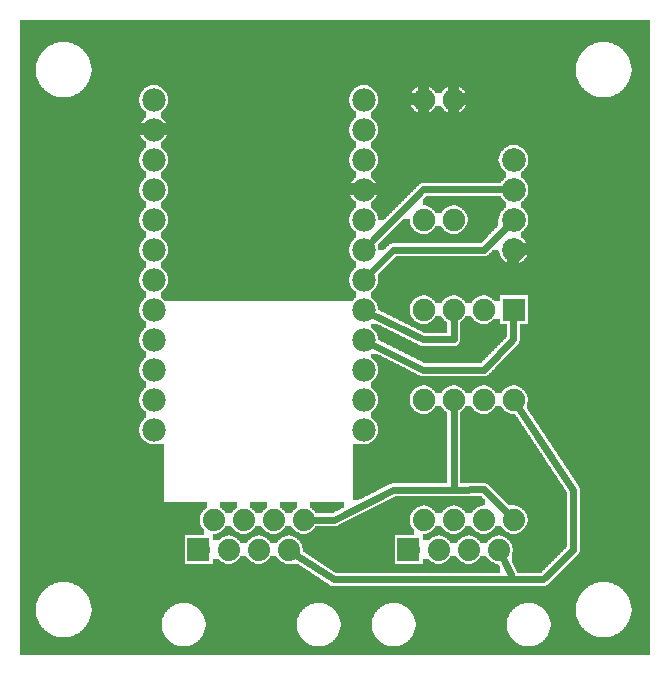
<source format=gtl>
G04 MADE WITH FRITZING*
G04 WWW.FRITZING.ORG*
G04 DOUBLE SIDED*
G04 HOLES PLATED*
G04 CONTOUR ON CENTER OF CONTOUR VECTOR*
%ASAXBY*%
%FSLAX23Y23*%
%MOIN*%
%OFA0B0*%
%SFA1.0B1.0*%
%ADD10C,0.075000*%
%ADD11C,0.074000*%
%ADD12C,0.079370*%
%ADD13C,0.078000*%
%ADD14R,0.075000X0.075000*%
%ADD15C,0.024000*%
%ADD16R,0.001000X0.001000*%
%LNCOPPER1*%
G90*
G70*
G54D10*
X1588Y1512D03*
X358Y2019D03*
X1085Y396D03*
X1581Y768D03*
X1487Y1492D03*
X1487Y1892D03*
X1687Y1192D03*
X1687Y892D03*
X1587Y1192D03*
X1587Y892D03*
X1487Y1192D03*
X1487Y892D03*
X1387Y1192D03*
X1387Y892D03*
X1387Y1492D03*
X1387Y1892D03*
G54D11*
X1687Y492D03*
X1637Y392D03*
X1587Y492D03*
X1487Y492D03*
X1387Y492D03*
X1537Y392D03*
X1437Y392D03*
X1337Y392D03*
X1687Y492D03*
X1637Y392D03*
X1587Y492D03*
X1487Y492D03*
X1387Y492D03*
X1537Y392D03*
X1437Y392D03*
X1337Y392D03*
X987Y492D03*
X937Y392D03*
X887Y492D03*
X787Y492D03*
X687Y492D03*
X837Y392D03*
X737Y392D03*
X637Y392D03*
X987Y492D03*
X937Y392D03*
X887Y492D03*
X787Y492D03*
X687Y492D03*
X837Y392D03*
X737Y392D03*
X637Y392D03*
G54D12*
X1687Y1692D03*
X1687Y1592D03*
X1687Y1492D03*
X1687Y1392D03*
G54D13*
X1187Y1892D03*
X1187Y1792D03*
X1187Y1692D03*
X1187Y1592D03*
X1187Y1492D03*
X1187Y1392D03*
X1187Y1292D03*
X1187Y1192D03*
X1187Y1092D03*
X1187Y992D03*
X1187Y892D03*
X1187Y792D03*
X487Y1892D03*
X487Y1792D03*
X487Y1692D03*
X487Y1592D03*
X487Y1492D03*
X487Y1392D03*
X487Y1292D03*
X487Y1192D03*
X487Y1092D03*
X487Y992D03*
X487Y892D03*
X487Y792D03*
G54D14*
X1687Y1192D03*
G54D15*
X1213Y1179D02*
X1386Y1093D01*
D02*
X1386Y1093D02*
X1487Y1093D01*
D02*
X1487Y1093D02*
X1487Y1164D01*
D02*
X1386Y992D02*
X1587Y992D01*
D02*
X1587Y992D02*
X1686Y1093D01*
D02*
X1213Y1079D02*
X1386Y992D01*
D02*
X1686Y1093D02*
X1686Y1164D01*
D02*
X1587Y1392D02*
X1587Y1392D01*
D02*
X1587Y1392D02*
X1587Y1392D01*
D02*
X1286Y1392D02*
X1587Y1392D01*
D02*
X1587Y1392D02*
X1665Y1471D01*
D02*
X1208Y1314D02*
X1286Y1392D01*
D02*
X1208Y1414D02*
X1386Y1593D01*
D02*
X1386Y1593D02*
X1656Y1593D01*
D02*
X1587Y593D02*
X1487Y592D01*
D02*
X1665Y514D02*
X1587Y593D01*
D02*
X1487Y592D02*
X1487Y864D01*
D02*
X1286Y592D02*
X1487Y592D01*
D02*
X1087Y492D02*
X1286Y592D01*
D02*
X1017Y492D02*
X1087Y492D01*
D02*
X1886Y591D02*
X1886Y392D01*
D02*
X1786Y293D02*
X1686Y293D01*
D02*
X1886Y392D02*
X1786Y293D01*
D02*
X1702Y869D02*
X1886Y591D01*
D02*
X1686Y293D02*
X1650Y365D01*
D02*
X962Y375D02*
X1087Y293D01*
D02*
X1087Y293D02*
X1686Y293D01*
D02*
X1686Y293D02*
X1650Y365D01*
G36*
X1394Y1570D02*
X1394Y1568D01*
X1392Y1568D01*
X1392Y1566D01*
X1390Y1566D01*
X1390Y1564D01*
X1388Y1564D01*
X1388Y1562D01*
X1386Y1562D01*
X1386Y1560D01*
X1384Y1560D01*
X1384Y1540D01*
X1494Y1540D01*
X1494Y1538D01*
X1500Y1538D01*
X1500Y1536D01*
X1504Y1536D01*
X1504Y1534D01*
X1508Y1534D01*
X1508Y1532D01*
X1512Y1532D01*
X1512Y1530D01*
X1514Y1530D01*
X1514Y1528D01*
X1516Y1528D01*
X1516Y1526D01*
X1518Y1526D01*
X1518Y1524D01*
X1520Y1524D01*
X1520Y1522D01*
X1522Y1522D01*
X1522Y1520D01*
X1524Y1520D01*
X1524Y1518D01*
X1526Y1518D01*
X1526Y1514D01*
X1528Y1514D01*
X1528Y1512D01*
X1530Y1512D01*
X1530Y1506D01*
X1532Y1506D01*
X1532Y1500D01*
X1534Y1500D01*
X1534Y1484D01*
X1532Y1484D01*
X1532Y1478D01*
X1530Y1478D01*
X1530Y1474D01*
X1528Y1474D01*
X1528Y1470D01*
X1526Y1470D01*
X1526Y1466D01*
X1524Y1466D01*
X1524Y1464D01*
X1522Y1464D01*
X1522Y1462D01*
X1520Y1462D01*
X1520Y1460D01*
X1518Y1460D01*
X1518Y1458D01*
X1516Y1458D01*
X1516Y1456D01*
X1514Y1456D01*
X1514Y1454D01*
X1512Y1454D01*
X1512Y1452D01*
X1508Y1452D01*
X1508Y1450D01*
X1504Y1450D01*
X1504Y1448D01*
X1500Y1448D01*
X1500Y1446D01*
X1492Y1446D01*
X1492Y1444D01*
X1608Y1444D01*
X1608Y1446D01*
X1610Y1446D01*
X1610Y1448D01*
X1612Y1448D01*
X1612Y1450D01*
X1614Y1450D01*
X1614Y1452D01*
X1616Y1452D01*
X1616Y1454D01*
X1618Y1454D01*
X1618Y1456D01*
X1620Y1456D01*
X1620Y1458D01*
X1622Y1458D01*
X1622Y1460D01*
X1624Y1460D01*
X1624Y1462D01*
X1626Y1462D01*
X1626Y1464D01*
X1628Y1464D01*
X1628Y1466D01*
X1630Y1466D01*
X1630Y1468D01*
X1632Y1468D01*
X1632Y1470D01*
X1634Y1470D01*
X1634Y1472D01*
X1636Y1472D01*
X1636Y1496D01*
X1638Y1496D01*
X1638Y1506D01*
X1640Y1506D01*
X1640Y1510D01*
X1642Y1510D01*
X1642Y1514D01*
X1644Y1514D01*
X1644Y1518D01*
X1646Y1518D01*
X1646Y1520D01*
X1648Y1520D01*
X1648Y1522D01*
X1650Y1522D01*
X1650Y1524D01*
X1652Y1524D01*
X1652Y1526D01*
X1654Y1526D01*
X1654Y1528D01*
X1656Y1528D01*
X1656Y1530D01*
X1658Y1530D01*
X1658Y1532D01*
X1660Y1532D01*
X1660Y1552D01*
X1658Y1552D01*
X1658Y1554D01*
X1656Y1554D01*
X1656Y1556D01*
X1654Y1556D01*
X1654Y1558D01*
X1652Y1558D01*
X1652Y1560D01*
X1650Y1560D01*
X1650Y1562D01*
X1648Y1562D01*
X1648Y1564D01*
X1646Y1564D01*
X1646Y1568D01*
X1644Y1568D01*
X1644Y1570D01*
X1394Y1570D01*
G37*
D02*
G36*
X1394Y1540D02*
X1394Y1538D01*
X1400Y1538D01*
X1400Y1536D01*
X1404Y1536D01*
X1404Y1534D01*
X1408Y1534D01*
X1408Y1532D01*
X1412Y1532D01*
X1412Y1530D01*
X1414Y1530D01*
X1414Y1528D01*
X1416Y1528D01*
X1416Y1526D01*
X1418Y1526D01*
X1418Y1524D01*
X1420Y1524D01*
X1420Y1522D01*
X1422Y1522D01*
X1422Y1520D01*
X1424Y1520D01*
X1424Y1518D01*
X1426Y1518D01*
X1426Y1514D01*
X1446Y1514D01*
X1446Y1516D01*
X1448Y1516D01*
X1448Y1520D01*
X1450Y1520D01*
X1450Y1522D01*
X1452Y1522D01*
X1452Y1524D01*
X1454Y1524D01*
X1454Y1526D01*
X1456Y1526D01*
X1456Y1528D01*
X1458Y1528D01*
X1458Y1530D01*
X1462Y1530D01*
X1462Y1532D01*
X1464Y1532D01*
X1464Y1534D01*
X1468Y1534D01*
X1468Y1536D01*
X1472Y1536D01*
X1472Y1538D01*
X1480Y1538D01*
X1480Y1540D01*
X1394Y1540D01*
G37*
D02*
G36*
X1320Y1496D02*
X1320Y1494D01*
X1318Y1494D01*
X1318Y1492D01*
X1316Y1492D01*
X1316Y1490D01*
X1314Y1490D01*
X1314Y1488D01*
X1312Y1488D01*
X1312Y1486D01*
X1310Y1486D01*
X1310Y1484D01*
X1308Y1484D01*
X1308Y1482D01*
X1306Y1482D01*
X1306Y1480D01*
X1304Y1480D01*
X1304Y1478D01*
X1302Y1478D01*
X1302Y1476D01*
X1300Y1476D01*
X1300Y1474D01*
X1298Y1474D01*
X1298Y1472D01*
X1296Y1472D01*
X1296Y1470D01*
X1294Y1470D01*
X1294Y1468D01*
X1292Y1468D01*
X1292Y1466D01*
X1290Y1466D01*
X1290Y1464D01*
X1288Y1464D01*
X1288Y1462D01*
X1286Y1462D01*
X1286Y1460D01*
X1284Y1460D01*
X1284Y1458D01*
X1282Y1458D01*
X1282Y1456D01*
X1280Y1456D01*
X1280Y1454D01*
X1278Y1454D01*
X1278Y1452D01*
X1276Y1452D01*
X1276Y1450D01*
X1274Y1450D01*
X1274Y1448D01*
X1272Y1448D01*
X1272Y1446D01*
X1270Y1446D01*
X1270Y1444D01*
X1382Y1444D01*
X1382Y1446D01*
X1374Y1446D01*
X1374Y1448D01*
X1368Y1448D01*
X1368Y1450D01*
X1366Y1450D01*
X1366Y1452D01*
X1362Y1452D01*
X1362Y1454D01*
X1360Y1454D01*
X1360Y1456D01*
X1356Y1456D01*
X1356Y1458D01*
X1354Y1458D01*
X1354Y1460D01*
X1352Y1460D01*
X1352Y1462D01*
X1350Y1462D01*
X1350Y1466D01*
X1348Y1466D01*
X1348Y1468D01*
X1346Y1468D01*
X1346Y1472D01*
X1344Y1472D01*
X1344Y1476D01*
X1342Y1476D01*
X1342Y1480D01*
X1340Y1480D01*
X1340Y1496D01*
X1320Y1496D01*
G37*
D02*
G36*
X1426Y1470D02*
X1426Y1466D01*
X1424Y1466D01*
X1424Y1464D01*
X1422Y1464D01*
X1422Y1462D01*
X1420Y1462D01*
X1420Y1460D01*
X1418Y1460D01*
X1418Y1458D01*
X1416Y1458D01*
X1416Y1456D01*
X1414Y1456D01*
X1414Y1454D01*
X1412Y1454D01*
X1412Y1452D01*
X1408Y1452D01*
X1408Y1450D01*
X1404Y1450D01*
X1404Y1448D01*
X1400Y1448D01*
X1400Y1446D01*
X1392Y1446D01*
X1392Y1444D01*
X1482Y1444D01*
X1482Y1446D01*
X1474Y1446D01*
X1474Y1448D01*
X1468Y1448D01*
X1468Y1450D01*
X1466Y1450D01*
X1466Y1452D01*
X1462Y1452D01*
X1462Y1454D01*
X1460Y1454D01*
X1460Y1456D01*
X1456Y1456D01*
X1456Y1458D01*
X1454Y1458D01*
X1454Y1460D01*
X1452Y1460D01*
X1452Y1462D01*
X1450Y1462D01*
X1450Y1466D01*
X1448Y1466D01*
X1448Y1468D01*
X1446Y1468D01*
X1446Y1470D01*
X1426Y1470D01*
G37*
D02*
G36*
X1268Y1444D02*
X1268Y1442D01*
X1606Y1442D01*
X1606Y1444D01*
X1268Y1444D01*
G37*
D02*
G36*
X1268Y1444D02*
X1268Y1442D01*
X1606Y1442D01*
X1606Y1444D01*
X1268Y1444D01*
G37*
D02*
G36*
X1268Y1444D02*
X1268Y1442D01*
X1606Y1442D01*
X1606Y1444D01*
X1268Y1444D01*
G37*
D02*
G36*
X1266Y1442D02*
X1266Y1440D01*
X1264Y1440D01*
X1264Y1438D01*
X1262Y1438D01*
X1262Y1436D01*
X1260Y1436D01*
X1260Y1434D01*
X1258Y1434D01*
X1258Y1432D01*
X1256Y1432D01*
X1256Y1430D01*
X1254Y1430D01*
X1254Y1428D01*
X1252Y1428D01*
X1252Y1426D01*
X1250Y1426D01*
X1250Y1424D01*
X1248Y1424D01*
X1248Y1422D01*
X1246Y1422D01*
X1246Y1420D01*
X1244Y1420D01*
X1244Y1418D01*
X1242Y1418D01*
X1242Y1416D01*
X1240Y1416D01*
X1240Y1414D01*
X1238Y1414D01*
X1238Y1412D01*
X1236Y1412D01*
X1236Y1392D01*
X1256Y1392D01*
X1256Y1394D01*
X1258Y1394D01*
X1258Y1396D01*
X1260Y1396D01*
X1260Y1398D01*
X1262Y1398D01*
X1262Y1400D01*
X1264Y1400D01*
X1264Y1402D01*
X1266Y1402D01*
X1266Y1404D01*
X1268Y1404D01*
X1268Y1406D01*
X1270Y1406D01*
X1270Y1408D01*
X1272Y1408D01*
X1272Y1410D01*
X1274Y1410D01*
X1274Y1412D01*
X1280Y1412D01*
X1280Y1414D01*
X1580Y1414D01*
X1580Y1416D01*
X1582Y1416D01*
X1582Y1418D01*
X1584Y1418D01*
X1584Y1420D01*
X1586Y1420D01*
X1586Y1422D01*
X1588Y1422D01*
X1588Y1424D01*
X1590Y1424D01*
X1590Y1426D01*
X1592Y1426D01*
X1592Y1428D01*
X1594Y1428D01*
X1594Y1430D01*
X1596Y1430D01*
X1596Y1432D01*
X1598Y1432D01*
X1598Y1434D01*
X1600Y1434D01*
X1600Y1436D01*
X1602Y1436D01*
X1602Y1440D01*
X1604Y1440D01*
X1604Y1442D01*
X1266Y1442D01*
G37*
D02*
G36*
X1526Y1170D02*
X1526Y1166D01*
X1524Y1166D01*
X1524Y1164D01*
X1522Y1164D01*
X1522Y1162D01*
X1520Y1162D01*
X1520Y1160D01*
X1518Y1160D01*
X1518Y1158D01*
X1516Y1158D01*
X1516Y1156D01*
X1514Y1156D01*
X1514Y1154D01*
X1512Y1154D01*
X1512Y1152D01*
X1508Y1152D01*
X1508Y1144D01*
X1582Y1144D01*
X1582Y1146D01*
X1574Y1146D01*
X1574Y1148D01*
X1568Y1148D01*
X1568Y1150D01*
X1566Y1150D01*
X1566Y1152D01*
X1562Y1152D01*
X1562Y1154D01*
X1560Y1154D01*
X1560Y1156D01*
X1556Y1156D01*
X1556Y1158D01*
X1554Y1158D01*
X1554Y1160D01*
X1552Y1160D01*
X1552Y1162D01*
X1550Y1162D01*
X1550Y1166D01*
X1548Y1166D01*
X1548Y1168D01*
X1546Y1168D01*
X1546Y1170D01*
X1526Y1170D01*
G37*
D02*
G36*
X1620Y1162D02*
X1620Y1160D01*
X1618Y1160D01*
X1618Y1158D01*
X1616Y1158D01*
X1616Y1156D01*
X1614Y1156D01*
X1614Y1154D01*
X1612Y1154D01*
X1612Y1152D01*
X1608Y1152D01*
X1608Y1150D01*
X1604Y1150D01*
X1604Y1148D01*
X1600Y1148D01*
X1600Y1146D01*
X1592Y1146D01*
X1592Y1144D01*
X1640Y1144D01*
X1640Y1162D01*
X1620Y1162D01*
G37*
D02*
G36*
X1212Y1146D02*
X1212Y1132D01*
X1214Y1132D01*
X1214Y1130D01*
X1216Y1130D01*
X1216Y1128D01*
X1218Y1128D01*
X1218Y1126D01*
X1220Y1126D01*
X1220Y1124D01*
X1222Y1124D01*
X1222Y1122D01*
X1224Y1122D01*
X1224Y1120D01*
X1226Y1120D01*
X1226Y1118D01*
X1228Y1118D01*
X1228Y1114D01*
X1230Y1114D01*
X1230Y1110D01*
X1232Y1110D01*
X1232Y1106D01*
X1234Y1106D01*
X1234Y1098D01*
X1236Y1098D01*
X1236Y1092D01*
X1238Y1092D01*
X1238Y1090D01*
X1242Y1090D01*
X1242Y1088D01*
X1246Y1088D01*
X1246Y1086D01*
X1250Y1086D01*
X1250Y1084D01*
X1254Y1084D01*
X1254Y1082D01*
X1258Y1082D01*
X1258Y1080D01*
X1262Y1080D01*
X1262Y1078D01*
X1266Y1078D01*
X1266Y1076D01*
X1270Y1076D01*
X1270Y1074D01*
X1274Y1074D01*
X1274Y1072D01*
X1278Y1072D01*
X1278Y1070D01*
X1382Y1070D01*
X1382Y1072D01*
X1376Y1072D01*
X1376Y1074D01*
X1372Y1074D01*
X1372Y1076D01*
X1368Y1076D01*
X1368Y1078D01*
X1364Y1078D01*
X1364Y1080D01*
X1360Y1080D01*
X1360Y1082D01*
X1356Y1082D01*
X1356Y1084D01*
X1352Y1084D01*
X1352Y1086D01*
X1348Y1086D01*
X1348Y1088D01*
X1344Y1088D01*
X1344Y1090D01*
X1340Y1090D01*
X1340Y1092D01*
X1336Y1092D01*
X1336Y1094D01*
X1332Y1094D01*
X1332Y1096D01*
X1328Y1096D01*
X1328Y1098D01*
X1324Y1098D01*
X1324Y1100D01*
X1320Y1100D01*
X1320Y1102D01*
X1316Y1102D01*
X1316Y1104D01*
X1312Y1104D01*
X1312Y1106D01*
X1308Y1106D01*
X1308Y1108D01*
X1304Y1108D01*
X1304Y1110D01*
X1300Y1110D01*
X1300Y1112D01*
X1296Y1112D01*
X1296Y1114D01*
X1292Y1114D01*
X1292Y1116D01*
X1288Y1116D01*
X1288Y1118D01*
X1284Y1118D01*
X1284Y1120D01*
X1280Y1120D01*
X1280Y1122D01*
X1276Y1122D01*
X1276Y1124D01*
X1272Y1124D01*
X1272Y1126D01*
X1268Y1126D01*
X1268Y1128D01*
X1264Y1128D01*
X1264Y1130D01*
X1260Y1130D01*
X1260Y1132D01*
X1256Y1132D01*
X1256Y1134D01*
X1252Y1134D01*
X1252Y1136D01*
X1248Y1136D01*
X1248Y1138D01*
X1244Y1138D01*
X1244Y1140D01*
X1240Y1140D01*
X1240Y1142D01*
X1236Y1142D01*
X1236Y1144D01*
X1232Y1144D01*
X1232Y1146D01*
X1212Y1146D01*
G37*
D02*
G36*
X1508Y1144D02*
X1508Y1142D01*
X1664Y1142D01*
X1664Y1144D01*
X1508Y1144D01*
G37*
D02*
G36*
X1508Y1144D02*
X1508Y1142D01*
X1664Y1142D01*
X1664Y1144D01*
X1508Y1144D01*
G37*
D02*
G36*
X1508Y1142D02*
X1508Y1084D01*
X1506Y1084D01*
X1506Y1080D01*
X1504Y1080D01*
X1504Y1078D01*
X1502Y1078D01*
X1502Y1076D01*
X1500Y1076D01*
X1500Y1074D01*
X1498Y1074D01*
X1498Y1072D01*
X1492Y1072D01*
X1492Y1070D01*
X1634Y1070D01*
X1634Y1072D01*
X1636Y1072D01*
X1636Y1074D01*
X1638Y1074D01*
X1638Y1076D01*
X1640Y1076D01*
X1640Y1078D01*
X1642Y1078D01*
X1642Y1080D01*
X1644Y1080D01*
X1644Y1082D01*
X1646Y1082D01*
X1646Y1084D01*
X1648Y1084D01*
X1648Y1086D01*
X1650Y1086D01*
X1650Y1088D01*
X1652Y1088D01*
X1652Y1090D01*
X1654Y1090D01*
X1654Y1092D01*
X1656Y1092D01*
X1656Y1094D01*
X1658Y1094D01*
X1658Y1096D01*
X1660Y1096D01*
X1660Y1098D01*
X1662Y1098D01*
X1662Y1100D01*
X1664Y1100D01*
X1664Y1142D01*
X1508Y1142D01*
G37*
D02*
G36*
X1282Y1070D02*
X1282Y1068D01*
X1632Y1068D01*
X1632Y1070D01*
X1282Y1070D01*
G37*
D02*
G36*
X1282Y1070D02*
X1282Y1068D01*
X1632Y1068D01*
X1632Y1070D01*
X1282Y1070D01*
G37*
D02*
G36*
X1286Y1068D02*
X1286Y1066D01*
X1290Y1066D01*
X1290Y1064D01*
X1294Y1064D01*
X1294Y1062D01*
X1298Y1062D01*
X1298Y1060D01*
X1302Y1060D01*
X1302Y1058D01*
X1306Y1058D01*
X1306Y1056D01*
X1310Y1056D01*
X1310Y1054D01*
X1314Y1054D01*
X1314Y1052D01*
X1318Y1052D01*
X1318Y1050D01*
X1322Y1050D01*
X1322Y1048D01*
X1326Y1048D01*
X1326Y1046D01*
X1330Y1046D01*
X1330Y1044D01*
X1334Y1044D01*
X1334Y1042D01*
X1338Y1042D01*
X1338Y1040D01*
X1342Y1040D01*
X1342Y1038D01*
X1346Y1038D01*
X1346Y1036D01*
X1350Y1036D01*
X1350Y1034D01*
X1354Y1034D01*
X1354Y1032D01*
X1358Y1032D01*
X1358Y1030D01*
X1362Y1030D01*
X1362Y1028D01*
X1366Y1028D01*
X1366Y1026D01*
X1370Y1026D01*
X1370Y1024D01*
X1374Y1024D01*
X1374Y1022D01*
X1378Y1022D01*
X1378Y1020D01*
X1382Y1020D01*
X1382Y1018D01*
X1386Y1018D01*
X1386Y1016D01*
X1390Y1016D01*
X1390Y1014D01*
X1580Y1014D01*
X1580Y1016D01*
X1582Y1016D01*
X1582Y1020D01*
X1584Y1020D01*
X1584Y1022D01*
X1586Y1022D01*
X1586Y1024D01*
X1588Y1024D01*
X1588Y1026D01*
X1590Y1026D01*
X1590Y1028D01*
X1592Y1028D01*
X1592Y1030D01*
X1594Y1030D01*
X1594Y1032D01*
X1596Y1032D01*
X1596Y1034D01*
X1598Y1034D01*
X1598Y1036D01*
X1600Y1036D01*
X1600Y1038D01*
X1602Y1038D01*
X1602Y1040D01*
X1604Y1040D01*
X1604Y1042D01*
X1606Y1042D01*
X1606Y1044D01*
X1608Y1044D01*
X1608Y1046D01*
X1610Y1046D01*
X1610Y1048D01*
X1612Y1048D01*
X1612Y1050D01*
X1614Y1050D01*
X1614Y1052D01*
X1616Y1052D01*
X1616Y1054D01*
X1618Y1054D01*
X1618Y1056D01*
X1620Y1056D01*
X1620Y1058D01*
X1622Y1058D01*
X1622Y1060D01*
X1624Y1060D01*
X1624Y1062D01*
X1626Y1062D01*
X1626Y1064D01*
X1628Y1064D01*
X1628Y1066D01*
X1630Y1066D01*
X1630Y1068D01*
X1286Y1068D01*
G37*
D02*
G36*
X40Y2158D02*
X40Y2084D01*
X2004Y2084D01*
X2004Y2082D01*
X2012Y2082D01*
X2012Y2080D01*
X2018Y2080D01*
X2018Y2078D01*
X2022Y2078D01*
X2022Y2076D01*
X2028Y2076D01*
X2028Y2074D01*
X2030Y2074D01*
X2030Y2072D01*
X2034Y2072D01*
X2034Y2070D01*
X2038Y2070D01*
X2038Y2068D01*
X2040Y2068D01*
X2040Y2066D01*
X2042Y2066D01*
X2042Y2064D01*
X2046Y2064D01*
X2046Y2062D01*
X2048Y2062D01*
X2048Y2060D01*
X2050Y2060D01*
X2050Y2058D01*
X2052Y2058D01*
X2052Y2056D01*
X2054Y2056D01*
X2054Y2054D01*
X2056Y2054D01*
X2056Y2052D01*
X2058Y2052D01*
X2058Y2048D01*
X2060Y2048D01*
X2060Y2046D01*
X2062Y2046D01*
X2062Y2044D01*
X2064Y2044D01*
X2064Y2040D01*
X2066Y2040D01*
X2066Y2038D01*
X2068Y2038D01*
X2068Y2034D01*
X2070Y2034D01*
X2070Y2030D01*
X2072Y2030D01*
X2072Y2024D01*
X2074Y2024D01*
X2074Y2018D01*
X2076Y2018D01*
X2076Y2012D01*
X2078Y2012D01*
X2078Y1998D01*
X2080Y1998D01*
X2080Y1986D01*
X2078Y1986D01*
X2078Y1972D01*
X2076Y1972D01*
X2076Y1966D01*
X2074Y1966D01*
X2074Y1960D01*
X2072Y1960D01*
X2072Y1956D01*
X2070Y1956D01*
X2070Y1950D01*
X2068Y1950D01*
X2068Y1948D01*
X2066Y1948D01*
X2066Y1944D01*
X2064Y1944D01*
X2064Y1940D01*
X2062Y1940D01*
X2062Y1938D01*
X2060Y1938D01*
X2060Y1936D01*
X2058Y1936D01*
X2058Y1934D01*
X2056Y1934D01*
X2056Y1930D01*
X2054Y1930D01*
X2054Y1928D01*
X2052Y1928D01*
X2052Y1926D01*
X2050Y1926D01*
X2050Y1924D01*
X2048Y1924D01*
X2048Y1922D01*
X2044Y1922D01*
X2044Y1920D01*
X2042Y1920D01*
X2042Y1918D01*
X2040Y1918D01*
X2040Y1916D01*
X2036Y1916D01*
X2036Y1914D01*
X2034Y1914D01*
X2034Y1912D01*
X2030Y1912D01*
X2030Y1910D01*
X2026Y1910D01*
X2026Y1908D01*
X2022Y1908D01*
X2022Y1906D01*
X2018Y1906D01*
X2018Y1904D01*
X2012Y1904D01*
X2012Y1902D01*
X2002Y1902D01*
X2002Y1900D01*
X2140Y1900D01*
X2140Y2158D01*
X40Y2158D01*
G37*
D02*
G36*
X40Y2084D02*
X40Y1900D01*
X170Y1900D01*
X170Y1902D01*
X162Y1902D01*
X162Y1904D01*
X156Y1904D01*
X156Y1906D01*
X150Y1906D01*
X150Y1908D01*
X146Y1908D01*
X146Y1910D01*
X142Y1910D01*
X142Y1912D01*
X140Y1912D01*
X140Y1914D01*
X136Y1914D01*
X136Y1916D01*
X134Y1916D01*
X134Y1918D01*
X130Y1918D01*
X130Y1920D01*
X128Y1920D01*
X128Y1922D01*
X126Y1922D01*
X126Y1924D01*
X124Y1924D01*
X124Y1926D01*
X122Y1926D01*
X122Y1928D01*
X120Y1928D01*
X120Y1930D01*
X118Y1930D01*
X118Y1932D01*
X116Y1932D01*
X116Y1934D01*
X114Y1934D01*
X114Y1936D01*
X112Y1936D01*
X112Y1940D01*
X110Y1940D01*
X110Y1942D01*
X108Y1942D01*
X108Y1946D01*
X106Y1946D01*
X106Y1950D01*
X104Y1950D01*
X104Y1954D01*
X102Y1954D01*
X102Y1958D01*
X100Y1958D01*
X100Y1962D01*
X98Y1962D01*
X98Y1968D01*
X96Y1968D01*
X96Y1978D01*
X94Y1978D01*
X94Y2006D01*
X96Y2006D01*
X96Y2016D01*
X98Y2016D01*
X98Y2022D01*
X100Y2022D01*
X100Y2026D01*
X102Y2026D01*
X102Y2032D01*
X104Y2032D01*
X104Y2036D01*
X106Y2036D01*
X106Y2038D01*
X108Y2038D01*
X108Y2042D01*
X110Y2042D01*
X110Y2044D01*
X112Y2044D01*
X112Y2048D01*
X114Y2048D01*
X114Y2050D01*
X116Y2050D01*
X116Y2052D01*
X118Y2052D01*
X118Y2054D01*
X120Y2054D01*
X120Y2056D01*
X122Y2056D01*
X122Y2058D01*
X124Y2058D01*
X124Y2060D01*
X126Y2060D01*
X126Y2062D01*
X128Y2062D01*
X128Y2064D01*
X130Y2064D01*
X130Y2066D01*
X132Y2066D01*
X132Y2068D01*
X136Y2068D01*
X136Y2070D01*
X138Y2070D01*
X138Y2072D01*
X142Y2072D01*
X142Y2074D01*
X146Y2074D01*
X146Y2076D01*
X150Y2076D01*
X150Y2078D01*
X156Y2078D01*
X156Y2080D01*
X160Y2080D01*
X160Y2082D01*
X168Y2082D01*
X168Y2084D01*
X40Y2084D01*
G37*
D02*
G36*
X204Y2084D02*
X204Y2082D01*
X212Y2082D01*
X212Y2080D01*
X218Y2080D01*
X218Y2078D01*
X222Y2078D01*
X222Y2076D01*
X228Y2076D01*
X228Y2074D01*
X230Y2074D01*
X230Y2072D01*
X234Y2072D01*
X234Y2070D01*
X238Y2070D01*
X238Y2068D01*
X240Y2068D01*
X240Y2066D01*
X242Y2066D01*
X242Y2064D01*
X246Y2064D01*
X246Y2062D01*
X248Y2062D01*
X248Y2060D01*
X250Y2060D01*
X250Y2058D01*
X252Y2058D01*
X252Y2056D01*
X254Y2056D01*
X254Y2054D01*
X256Y2054D01*
X256Y2052D01*
X258Y2052D01*
X258Y2048D01*
X260Y2048D01*
X260Y2046D01*
X262Y2046D01*
X262Y2044D01*
X264Y2044D01*
X264Y2040D01*
X266Y2040D01*
X266Y2038D01*
X268Y2038D01*
X268Y2034D01*
X270Y2034D01*
X270Y2030D01*
X272Y2030D01*
X272Y2024D01*
X274Y2024D01*
X274Y2018D01*
X276Y2018D01*
X276Y2012D01*
X278Y2012D01*
X278Y1998D01*
X280Y1998D01*
X280Y1986D01*
X278Y1986D01*
X278Y1972D01*
X276Y1972D01*
X276Y1966D01*
X274Y1966D01*
X274Y1960D01*
X272Y1960D01*
X272Y1956D01*
X270Y1956D01*
X270Y1952D01*
X268Y1952D01*
X268Y1948D01*
X266Y1948D01*
X266Y1944D01*
X264Y1944D01*
X264Y1942D01*
X1190Y1942D01*
X1190Y1940D01*
X1494Y1940D01*
X1494Y1938D01*
X1500Y1938D01*
X1500Y1936D01*
X1504Y1936D01*
X1504Y1934D01*
X1508Y1934D01*
X1508Y1932D01*
X1512Y1932D01*
X1512Y1930D01*
X1514Y1930D01*
X1514Y1928D01*
X1516Y1928D01*
X1516Y1926D01*
X1518Y1926D01*
X1518Y1924D01*
X1520Y1924D01*
X1520Y1922D01*
X1522Y1922D01*
X1522Y1920D01*
X1524Y1920D01*
X1524Y1918D01*
X1526Y1918D01*
X1526Y1914D01*
X1528Y1914D01*
X1528Y1912D01*
X1530Y1912D01*
X1530Y1906D01*
X1532Y1906D01*
X1532Y1900D01*
X1970Y1900D01*
X1970Y1902D01*
X1962Y1902D01*
X1962Y1904D01*
X1956Y1904D01*
X1956Y1906D01*
X1950Y1906D01*
X1950Y1908D01*
X1946Y1908D01*
X1946Y1910D01*
X1942Y1910D01*
X1942Y1912D01*
X1940Y1912D01*
X1940Y1914D01*
X1936Y1914D01*
X1936Y1916D01*
X1934Y1916D01*
X1934Y1918D01*
X1930Y1918D01*
X1930Y1920D01*
X1928Y1920D01*
X1928Y1922D01*
X1926Y1922D01*
X1926Y1924D01*
X1924Y1924D01*
X1924Y1926D01*
X1922Y1926D01*
X1922Y1928D01*
X1920Y1928D01*
X1920Y1930D01*
X1918Y1930D01*
X1918Y1932D01*
X1916Y1932D01*
X1916Y1934D01*
X1914Y1934D01*
X1914Y1936D01*
X1912Y1936D01*
X1912Y1940D01*
X1910Y1940D01*
X1910Y1942D01*
X1908Y1942D01*
X1908Y1946D01*
X1906Y1946D01*
X1906Y1950D01*
X1904Y1950D01*
X1904Y1954D01*
X1902Y1954D01*
X1902Y1958D01*
X1900Y1958D01*
X1900Y1962D01*
X1898Y1962D01*
X1898Y1968D01*
X1896Y1968D01*
X1896Y1978D01*
X1894Y1978D01*
X1894Y2006D01*
X1896Y2006D01*
X1896Y2016D01*
X1898Y2016D01*
X1898Y2022D01*
X1900Y2022D01*
X1900Y2026D01*
X1902Y2026D01*
X1902Y2032D01*
X1904Y2032D01*
X1904Y2036D01*
X1906Y2036D01*
X1906Y2038D01*
X1908Y2038D01*
X1908Y2042D01*
X1910Y2042D01*
X1910Y2044D01*
X1912Y2044D01*
X1912Y2048D01*
X1914Y2048D01*
X1914Y2050D01*
X1916Y2050D01*
X1916Y2052D01*
X1918Y2052D01*
X1918Y2054D01*
X1920Y2054D01*
X1920Y2056D01*
X1922Y2056D01*
X1922Y2058D01*
X1924Y2058D01*
X1924Y2060D01*
X1926Y2060D01*
X1926Y2062D01*
X1928Y2062D01*
X1928Y2064D01*
X1930Y2064D01*
X1930Y2066D01*
X1932Y2066D01*
X1932Y2068D01*
X1936Y2068D01*
X1936Y2070D01*
X1938Y2070D01*
X1938Y2072D01*
X1942Y2072D01*
X1942Y2074D01*
X1946Y2074D01*
X1946Y2076D01*
X1950Y2076D01*
X1950Y2078D01*
X1956Y2078D01*
X1956Y2080D01*
X1960Y2080D01*
X1960Y2082D01*
X1968Y2082D01*
X1968Y2084D01*
X204Y2084D01*
G37*
D02*
G36*
X264Y1942D02*
X264Y1940D01*
X262Y1940D01*
X262Y1938D01*
X260Y1938D01*
X260Y1936D01*
X258Y1936D01*
X258Y1934D01*
X256Y1934D01*
X256Y1930D01*
X254Y1930D01*
X254Y1928D01*
X252Y1928D01*
X252Y1926D01*
X250Y1926D01*
X250Y1924D01*
X248Y1924D01*
X248Y1922D01*
X244Y1922D01*
X244Y1920D01*
X242Y1920D01*
X242Y1918D01*
X240Y1918D01*
X240Y1916D01*
X236Y1916D01*
X236Y1914D01*
X234Y1914D01*
X234Y1912D01*
X230Y1912D01*
X230Y1910D01*
X226Y1910D01*
X226Y1908D01*
X222Y1908D01*
X222Y1906D01*
X218Y1906D01*
X218Y1904D01*
X210Y1904D01*
X210Y1902D01*
X202Y1902D01*
X202Y1900D01*
X438Y1900D01*
X438Y1902D01*
X440Y1902D01*
X440Y1908D01*
X442Y1908D01*
X442Y1912D01*
X444Y1912D01*
X444Y1916D01*
X446Y1916D01*
X446Y1918D01*
X448Y1918D01*
X448Y1922D01*
X450Y1922D01*
X450Y1924D01*
X452Y1924D01*
X452Y1926D01*
X454Y1926D01*
X454Y1928D01*
X456Y1928D01*
X456Y1930D01*
X458Y1930D01*
X458Y1932D01*
X462Y1932D01*
X462Y1934D01*
X464Y1934D01*
X464Y1936D01*
X468Y1936D01*
X468Y1938D01*
X474Y1938D01*
X474Y1940D01*
X484Y1940D01*
X484Y1942D01*
X264Y1942D01*
G37*
D02*
G36*
X490Y1942D02*
X490Y1940D01*
X500Y1940D01*
X500Y1938D01*
X504Y1938D01*
X504Y1936D01*
X508Y1936D01*
X508Y1934D01*
X512Y1934D01*
X512Y1932D01*
X514Y1932D01*
X514Y1930D01*
X516Y1930D01*
X516Y1928D01*
X518Y1928D01*
X518Y1926D01*
X520Y1926D01*
X520Y1924D01*
X522Y1924D01*
X522Y1922D01*
X524Y1922D01*
X524Y1920D01*
X526Y1920D01*
X526Y1918D01*
X528Y1918D01*
X528Y1914D01*
X530Y1914D01*
X530Y1910D01*
X532Y1910D01*
X532Y1906D01*
X534Y1906D01*
X534Y1898D01*
X536Y1898D01*
X536Y1886D01*
X534Y1886D01*
X534Y1878D01*
X532Y1878D01*
X532Y1874D01*
X530Y1874D01*
X530Y1870D01*
X528Y1870D01*
X528Y1866D01*
X526Y1866D01*
X526Y1864D01*
X524Y1864D01*
X524Y1862D01*
X522Y1862D01*
X522Y1860D01*
X520Y1860D01*
X520Y1858D01*
X518Y1858D01*
X518Y1856D01*
X516Y1856D01*
X516Y1854D01*
X514Y1854D01*
X514Y1852D01*
X512Y1852D01*
X512Y1832D01*
X514Y1832D01*
X514Y1830D01*
X516Y1830D01*
X516Y1828D01*
X518Y1828D01*
X518Y1826D01*
X520Y1826D01*
X520Y1824D01*
X522Y1824D01*
X522Y1822D01*
X524Y1822D01*
X524Y1820D01*
X526Y1820D01*
X526Y1818D01*
X528Y1818D01*
X528Y1814D01*
X530Y1814D01*
X530Y1810D01*
X532Y1810D01*
X532Y1806D01*
X534Y1806D01*
X534Y1798D01*
X536Y1798D01*
X536Y1786D01*
X534Y1786D01*
X534Y1778D01*
X532Y1778D01*
X532Y1774D01*
X530Y1774D01*
X530Y1770D01*
X528Y1770D01*
X528Y1766D01*
X526Y1766D01*
X526Y1764D01*
X524Y1764D01*
X524Y1762D01*
X522Y1762D01*
X522Y1760D01*
X520Y1760D01*
X520Y1758D01*
X518Y1758D01*
X518Y1756D01*
X516Y1756D01*
X516Y1754D01*
X514Y1754D01*
X514Y1752D01*
X512Y1752D01*
X512Y1732D01*
X514Y1732D01*
X514Y1730D01*
X516Y1730D01*
X516Y1728D01*
X518Y1728D01*
X518Y1726D01*
X520Y1726D01*
X520Y1724D01*
X522Y1724D01*
X522Y1722D01*
X524Y1722D01*
X524Y1720D01*
X526Y1720D01*
X526Y1718D01*
X528Y1718D01*
X528Y1714D01*
X530Y1714D01*
X530Y1710D01*
X532Y1710D01*
X532Y1706D01*
X534Y1706D01*
X534Y1698D01*
X536Y1698D01*
X536Y1686D01*
X534Y1686D01*
X534Y1678D01*
X532Y1678D01*
X532Y1674D01*
X530Y1674D01*
X530Y1670D01*
X528Y1670D01*
X528Y1666D01*
X526Y1666D01*
X526Y1664D01*
X524Y1664D01*
X524Y1662D01*
X522Y1662D01*
X522Y1660D01*
X520Y1660D01*
X520Y1658D01*
X518Y1658D01*
X518Y1656D01*
X516Y1656D01*
X516Y1654D01*
X514Y1654D01*
X514Y1652D01*
X512Y1652D01*
X512Y1632D01*
X514Y1632D01*
X514Y1630D01*
X516Y1630D01*
X516Y1628D01*
X518Y1628D01*
X518Y1626D01*
X520Y1626D01*
X520Y1624D01*
X522Y1624D01*
X522Y1622D01*
X524Y1622D01*
X524Y1620D01*
X526Y1620D01*
X526Y1618D01*
X528Y1618D01*
X528Y1614D01*
X530Y1614D01*
X530Y1610D01*
X532Y1610D01*
X532Y1606D01*
X534Y1606D01*
X534Y1598D01*
X536Y1598D01*
X536Y1586D01*
X534Y1586D01*
X534Y1578D01*
X532Y1578D01*
X532Y1574D01*
X530Y1574D01*
X530Y1570D01*
X528Y1570D01*
X528Y1566D01*
X526Y1566D01*
X526Y1564D01*
X524Y1564D01*
X524Y1562D01*
X522Y1562D01*
X522Y1560D01*
X520Y1560D01*
X520Y1558D01*
X518Y1558D01*
X518Y1556D01*
X516Y1556D01*
X516Y1554D01*
X514Y1554D01*
X514Y1552D01*
X512Y1552D01*
X512Y1532D01*
X514Y1532D01*
X514Y1530D01*
X516Y1530D01*
X516Y1528D01*
X518Y1528D01*
X518Y1526D01*
X520Y1526D01*
X520Y1524D01*
X522Y1524D01*
X522Y1522D01*
X524Y1522D01*
X524Y1520D01*
X526Y1520D01*
X526Y1518D01*
X528Y1518D01*
X528Y1514D01*
X530Y1514D01*
X530Y1510D01*
X532Y1510D01*
X532Y1506D01*
X534Y1506D01*
X534Y1498D01*
X536Y1498D01*
X536Y1486D01*
X534Y1486D01*
X534Y1478D01*
X532Y1478D01*
X532Y1474D01*
X530Y1474D01*
X530Y1470D01*
X528Y1470D01*
X528Y1466D01*
X526Y1466D01*
X526Y1464D01*
X524Y1464D01*
X524Y1462D01*
X522Y1462D01*
X522Y1460D01*
X520Y1460D01*
X520Y1458D01*
X518Y1458D01*
X518Y1456D01*
X516Y1456D01*
X516Y1454D01*
X514Y1454D01*
X514Y1452D01*
X512Y1452D01*
X512Y1432D01*
X514Y1432D01*
X514Y1430D01*
X516Y1430D01*
X516Y1428D01*
X518Y1428D01*
X518Y1426D01*
X520Y1426D01*
X520Y1424D01*
X522Y1424D01*
X522Y1422D01*
X524Y1422D01*
X524Y1420D01*
X526Y1420D01*
X526Y1418D01*
X528Y1418D01*
X528Y1414D01*
X530Y1414D01*
X530Y1410D01*
X532Y1410D01*
X532Y1406D01*
X534Y1406D01*
X534Y1398D01*
X536Y1398D01*
X536Y1386D01*
X534Y1386D01*
X534Y1378D01*
X532Y1378D01*
X532Y1374D01*
X530Y1374D01*
X530Y1370D01*
X528Y1370D01*
X528Y1366D01*
X526Y1366D01*
X526Y1364D01*
X524Y1364D01*
X524Y1362D01*
X522Y1362D01*
X522Y1360D01*
X520Y1360D01*
X520Y1358D01*
X518Y1358D01*
X518Y1356D01*
X516Y1356D01*
X516Y1354D01*
X514Y1354D01*
X514Y1352D01*
X512Y1352D01*
X512Y1332D01*
X514Y1332D01*
X514Y1330D01*
X516Y1330D01*
X516Y1328D01*
X518Y1328D01*
X518Y1326D01*
X520Y1326D01*
X520Y1324D01*
X522Y1324D01*
X522Y1322D01*
X524Y1322D01*
X524Y1320D01*
X526Y1320D01*
X526Y1318D01*
X528Y1318D01*
X528Y1314D01*
X530Y1314D01*
X530Y1310D01*
X532Y1310D01*
X532Y1306D01*
X534Y1306D01*
X534Y1298D01*
X536Y1298D01*
X536Y1286D01*
X534Y1286D01*
X534Y1278D01*
X532Y1278D01*
X532Y1274D01*
X530Y1274D01*
X530Y1270D01*
X528Y1270D01*
X528Y1266D01*
X526Y1266D01*
X526Y1264D01*
X524Y1264D01*
X524Y1262D01*
X522Y1262D01*
X522Y1260D01*
X520Y1260D01*
X520Y1258D01*
X518Y1258D01*
X518Y1256D01*
X516Y1256D01*
X516Y1254D01*
X514Y1254D01*
X514Y1252D01*
X512Y1252D01*
X512Y1232D01*
X514Y1232D01*
X514Y1230D01*
X516Y1230D01*
X516Y1228D01*
X518Y1228D01*
X518Y1226D01*
X520Y1226D01*
X520Y1224D01*
X522Y1224D01*
X522Y1222D01*
X524Y1222D01*
X524Y1220D01*
X1148Y1220D01*
X1148Y1222D01*
X1150Y1222D01*
X1150Y1224D01*
X1152Y1224D01*
X1152Y1226D01*
X1154Y1226D01*
X1154Y1228D01*
X1156Y1228D01*
X1156Y1230D01*
X1158Y1230D01*
X1158Y1232D01*
X1162Y1232D01*
X1162Y1252D01*
X1160Y1252D01*
X1160Y1254D01*
X1156Y1254D01*
X1156Y1256D01*
X1154Y1256D01*
X1154Y1258D01*
X1152Y1258D01*
X1152Y1260D01*
X1150Y1260D01*
X1150Y1262D01*
X1148Y1262D01*
X1148Y1266D01*
X1146Y1266D01*
X1146Y1268D01*
X1144Y1268D01*
X1144Y1272D01*
X1142Y1272D01*
X1142Y1276D01*
X1140Y1276D01*
X1140Y1282D01*
X1138Y1282D01*
X1138Y1302D01*
X1140Y1302D01*
X1140Y1308D01*
X1142Y1308D01*
X1142Y1312D01*
X1144Y1312D01*
X1144Y1316D01*
X1146Y1316D01*
X1146Y1318D01*
X1148Y1318D01*
X1148Y1322D01*
X1150Y1322D01*
X1150Y1324D01*
X1152Y1324D01*
X1152Y1326D01*
X1154Y1326D01*
X1154Y1328D01*
X1156Y1328D01*
X1156Y1330D01*
X1158Y1330D01*
X1158Y1332D01*
X1162Y1332D01*
X1162Y1352D01*
X1160Y1352D01*
X1160Y1354D01*
X1156Y1354D01*
X1156Y1356D01*
X1154Y1356D01*
X1154Y1358D01*
X1152Y1358D01*
X1152Y1360D01*
X1150Y1360D01*
X1150Y1362D01*
X1148Y1362D01*
X1148Y1366D01*
X1146Y1366D01*
X1146Y1368D01*
X1144Y1368D01*
X1144Y1372D01*
X1142Y1372D01*
X1142Y1376D01*
X1140Y1376D01*
X1140Y1382D01*
X1138Y1382D01*
X1138Y1402D01*
X1140Y1402D01*
X1140Y1408D01*
X1142Y1408D01*
X1142Y1412D01*
X1144Y1412D01*
X1144Y1416D01*
X1146Y1416D01*
X1146Y1418D01*
X1148Y1418D01*
X1148Y1422D01*
X1150Y1422D01*
X1150Y1424D01*
X1152Y1424D01*
X1152Y1426D01*
X1154Y1426D01*
X1154Y1428D01*
X1156Y1428D01*
X1156Y1430D01*
X1158Y1430D01*
X1158Y1432D01*
X1162Y1432D01*
X1162Y1452D01*
X1160Y1452D01*
X1160Y1454D01*
X1156Y1454D01*
X1156Y1456D01*
X1154Y1456D01*
X1154Y1458D01*
X1152Y1458D01*
X1152Y1460D01*
X1150Y1460D01*
X1150Y1462D01*
X1148Y1462D01*
X1148Y1466D01*
X1146Y1466D01*
X1146Y1468D01*
X1144Y1468D01*
X1144Y1472D01*
X1142Y1472D01*
X1142Y1476D01*
X1140Y1476D01*
X1140Y1482D01*
X1138Y1482D01*
X1138Y1502D01*
X1140Y1502D01*
X1140Y1508D01*
X1142Y1508D01*
X1142Y1512D01*
X1144Y1512D01*
X1144Y1516D01*
X1146Y1516D01*
X1146Y1518D01*
X1148Y1518D01*
X1148Y1522D01*
X1150Y1522D01*
X1150Y1524D01*
X1152Y1524D01*
X1152Y1526D01*
X1154Y1526D01*
X1154Y1528D01*
X1156Y1528D01*
X1156Y1530D01*
X1158Y1530D01*
X1158Y1532D01*
X1162Y1532D01*
X1162Y1552D01*
X1160Y1552D01*
X1160Y1554D01*
X1156Y1554D01*
X1156Y1556D01*
X1154Y1556D01*
X1154Y1558D01*
X1152Y1558D01*
X1152Y1560D01*
X1150Y1560D01*
X1150Y1562D01*
X1148Y1562D01*
X1148Y1566D01*
X1146Y1566D01*
X1146Y1568D01*
X1144Y1568D01*
X1144Y1572D01*
X1142Y1572D01*
X1142Y1576D01*
X1140Y1576D01*
X1140Y1582D01*
X1138Y1582D01*
X1138Y1602D01*
X1140Y1602D01*
X1140Y1608D01*
X1142Y1608D01*
X1142Y1612D01*
X1144Y1612D01*
X1144Y1616D01*
X1146Y1616D01*
X1146Y1618D01*
X1148Y1618D01*
X1148Y1622D01*
X1150Y1622D01*
X1150Y1624D01*
X1152Y1624D01*
X1152Y1626D01*
X1154Y1626D01*
X1154Y1628D01*
X1156Y1628D01*
X1156Y1630D01*
X1158Y1630D01*
X1158Y1632D01*
X1162Y1632D01*
X1162Y1652D01*
X1160Y1652D01*
X1160Y1654D01*
X1156Y1654D01*
X1156Y1656D01*
X1154Y1656D01*
X1154Y1658D01*
X1152Y1658D01*
X1152Y1660D01*
X1150Y1660D01*
X1150Y1662D01*
X1148Y1662D01*
X1148Y1666D01*
X1146Y1666D01*
X1146Y1668D01*
X1144Y1668D01*
X1144Y1672D01*
X1142Y1672D01*
X1142Y1676D01*
X1140Y1676D01*
X1140Y1682D01*
X1138Y1682D01*
X1138Y1702D01*
X1140Y1702D01*
X1140Y1708D01*
X1142Y1708D01*
X1142Y1712D01*
X1144Y1712D01*
X1144Y1716D01*
X1146Y1716D01*
X1146Y1718D01*
X1148Y1718D01*
X1148Y1722D01*
X1150Y1722D01*
X1150Y1724D01*
X1152Y1724D01*
X1152Y1726D01*
X1154Y1726D01*
X1154Y1728D01*
X1156Y1728D01*
X1156Y1730D01*
X1158Y1730D01*
X1158Y1732D01*
X1162Y1732D01*
X1162Y1752D01*
X1160Y1752D01*
X1160Y1754D01*
X1156Y1754D01*
X1156Y1756D01*
X1154Y1756D01*
X1154Y1758D01*
X1152Y1758D01*
X1152Y1760D01*
X1150Y1760D01*
X1150Y1762D01*
X1148Y1762D01*
X1148Y1766D01*
X1146Y1766D01*
X1146Y1768D01*
X1144Y1768D01*
X1144Y1772D01*
X1142Y1772D01*
X1142Y1776D01*
X1140Y1776D01*
X1140Y1782D01*
X1138Y1782D01*
X1138Y1802D01*
X1140Y1802D01*
X1140Y1808D01*
X1142Y1808D01*
X1142Y1812D01*
X1144Y1812D01*
X1144Y1816D01*
X1146Y1816D01*
X1146Y1818D01*
X1148Y1818D01*
X1148Y1822D01*
X1150Y1822D01*
X1150Y1824D01*
X1152Y1824D01*
X1152Y1826D01*
X1154Y1826D01*
X1154Y1828D01*
X1156Y1828D01*
X1156Y1830D01*
X1158Y1830D01*
X1158Y1832D01*
X1162Y1832D01*
X1162Y1852D01*
X1160Y1852D01*
X1160Y1854D01*
X1156Y1854D01*
X1156Y1856D01*
X1154Y1856D01*
X1154Y1858D01*
X1152Y1858D01*
X1152Y1860D01*
X1150Y1860D01*
X1150Y1862D01*
X1148Y1862D01*
X1148Y1866D01*
X1146Y1866D01*
X1146Y1868D01*
X1144Y1868D01*
X1144Y1872D01*
X1142Y1872D01*
X1142Y1876D01*
X1140Y1876D01*
X1140Y1882D01*
X1138Y1882D01*
X1138Y1902D01*
X1140Y1902D01*
X1140Y1908D01*
X1142Y1908D01*
X1142Y1912D01*
X1144Y1912D01*
X1144Y1916D01*
X1146Y1916D01*
X1146Y1918D01*
X1148Y1918D01*
X1148Y1922D01*
X1150Y1922D01*
X1150Y1924D01*
X1152Y1924D01*
X1152Y1926D01*
X1154Y1926D01*
X1154Y1928D01*
X1156Y1928D01*
X1156Y1930D01*
X1158Y1930D01*
X1158Y1932D01*
X1162Y1932D01*
X1162Y1934D01*
X1164Y1934D01*
X1164Y1936D01*
X1168Y1936D01*
X1168Y1938D01*
X1174Y1938D01*
X1174Y1940D01*
X1184Y1940D01*
X1184Y1942D01*
X490Y1942D01*
G37*
D02*
G36*
X1200Y1940D02*
X1200Y1938D01*
X1204Y1938D01*
X1204Y1936D01*
X1208Y1936D01*
X1208Y1934D01*
X1212Y1934D01*
X1212Y1932D01*
X1214Y1932D01*
X1214Y1930D01*
X1216Y1930D01*
X1216Y1928D01*
X1218Y1928D01*
X1218Y1926D01*
X1220Y1926D01*
X1220Y1924D01*
X1222Y1924D01*
X1222Y1922D01*
X1224Y1922D01*
X1224Y1920D01*
X1226Y1920D01*
X1226Y1918D01*
X1228Y1918D01*
X1228Y1914D01*
X1230Y1914D01*
X1230Y1910D01*
X1232Y1910D01*
X1232Y1906D01*
X1234Y1906D01*
X1234Y1898D01*
X1236Y1898D01*
X1236Y1886D01*
X1234Y1886D01*
X1234Y1878D01*
X1232Y1878D01*
X1232Y1874D01*
X1230Y1874D01*
X1230Y1870D01*
X1228Y1870D01*
X1228Y1866D01*
X1226Y1866D01*
X1226Y1864D01*
X1224Y1864D01*
X1224Y1862D01*
X1222Y1862D01*
X1222Y1860D01*
X1220Y1860D01*
X1220Y1858D01*
X1218Y1858D01*
X1218Y1856D01*
X1216Y1856D01*
X1216Y1854D01*
X1214Y1854D01*
X1214Y1852D01*
X1212Y1852D01*
X1212Y1844D01*
X1382Y1844D01*
X1382Y1846D01*
X1374Y1846D01*
X1374Y1848D01*
X1368Y1848D01*
X1368Y1850D01*
X1366Y1850D01*
X1366Y1852D01*
X1362Y1852D01*
X1362Y1854D01*
X1360Y1854D01*
X1360Y1856D01*
X1356Y1856D01*
X1356Y1858D01*
X1354Y1858D01*
X1354Y1860D01*
X1352Y1860D01*
X1352Y1862D01*
X1350Y1862D01*
X1350Y1866D01*
X1348Y1866D01*
X1348Y1868D01*
X1346Y1868D01*
X1346Y1872D01*
X1344Y1872D01*
X1344Y1876D01*
X1342Y1876D01*
X1342Y1880D01*
X1340Y1880D01*
X1340Y1904D01*
X1342Y1904D01*
X1342Y1910D01*
X1344Y1910D01*
X1344Y1914D01*
X1346Y1914D01*
X1346Y1916D01*
X1348Y1916D01*
X1348Y1920D01*
X1350Y1920D01*
X1350Y1922D01*
X1352Y1922D01*
X1352Y1924D01*
X1354Y1924D01*
X1354Y1926D01*
X1356Y1926D01*
X1356Y1928D01*
X1358Y1928D01*
X1358Y1930D01*
X1362Y1930D01*
X1362Y1932D01*
X1364Y1932D01*
X1364Y1934D01*
X1368Y1934D01*
X1368Y1936D01*
X1372Y1936D01*
X1372Y1938D01*
X1380Y1938D01*
X1380Y1940D01*
X1200Y1940D01*
G37*
D02*
G36*
X1394Y1940D02*
X1394Y1938D01*
X1400Y1938D01*
X1400Y1936D01*
X1404Y1936D01*
X1404Y1934D01*
X1408Y1934D01*
X1408Y1932D01*
X1412Y1932D01*
X1412Y1930D01*
X1414Y1930D01*
X1414Y1928D01*
X1416Y1928D01*
X1416Y1926D01*
X1418Y1926D01*
X1418Y1924D01*
X1420Y1924D01*
X1420Y1922D01*
X1422Y1922D01*
X1422Y1920D01*
X1424Y1920D01*
X1424Y1918D01*
X1426Y1918D01*
X1426Y1914D01*
X1446Y1914D01*
X1446Y1916D01*
X1448Y1916D01*
X1448Y1920D01*
X1450Y1920D01*
X1450Y1922D01*
X1452Y1922D01*
X1452Y1924D01*
X1454Y1924D01*
X1454Y1926D01*
X1456Y1926D01*
X1456Y1928D01*
X1458Y1928D01*
X1458Y1930D01*
X1462Y1930D01*
X1462Y1932D01*
X1464Y1932D01*
X1464Y1934D01*
X1468Y1934D01*
X1468Y1936D01*
X1472Y1936D01*
X1472Y1938D01*
X1480Y1938D01*
X1480Y1940D01*
X1394Y1940D01*
G37*
D02*
G36*
X40Y1900D02*
X40Y1898D01*
X438Y1898D01*
X438Y1900D01*
X40Y1900D01*
G37*
D02*
G36*
X40Y1900D02*
X40Y1898D01*
X438Y1898D01*
X438Y1900D01*
X40Y1900D01*
G37*
D02*
G36*
X1534Y1900D02*
X1534Y1898D01*
X2140Y1898D01*
X2140Y1900D01*
X1534Y1900D01*
G37*
D02*
G36*
X1534Y1900D02*
X1534Y1898D01*
X2140Y1898D01*
X2140Y1900D01*
X1534Y1900D01*
G37*
D02*
G36*
X40Y1898D02*
X40Y744D01*
X474Y744D01*
X474Y746D01*
X470Y746D01*
X470Y748D01*
X466Y748D01*
X466Y750D01*
X462Y750D01*
X462Y752D01*
X460Y752D01*
X460Y754D01*
X456Y754D01*
X456Y756D01*
X454Y756D01*
X454Y758D01*
X452Y758D01*
X452Y760D01*
X450Y760D01*
X450Y762D01*
X448Y762D01*
X448Y766D01*
X446Y766D01*
X446Y768D01*
X444Y768D01*
X444Y772D01*
X442Y772D01*
X442Y776D01*
X440Y776D01*
X440Y782D01*
X438Y782D01*
X438Y802D01*
X440Y802D01*
X440Y808D01*
X442Y808D01*
X442Y812D01*
X444Y812D01*
X444Y816D01*
X446Y816D01*
X446Y818D01*
X448Y818D01*
X448Y822D01*
X450Y822D01*
X450Y824D01*
X452Y824D01*
X452Y826D01*
X454Y826D01*
X454Y828D01*
X456Y828D01*
X456Y830D01*
X458Y830D01*
X458Y832D01*
X462Y832D01*
X462Y852D01*
X460Y852D01*
X460Y854D01*
X456Y854D01*
X456Y856D01*
X454Y856D01*
X454Y858D01*
X452Y858D01*
X452Y860D01*
X450Y860D01*
X450Y862D01*
X448Y862D01*
X448Y866D01*
X446Y866D01*
X446Y868D01*
X444Y868D01*
X444Y872D01*
X442Y872D01*
X442Y876D01*
X440Y876D01*
X440Y882D01*
X438Y882D01*
X438Y902D01*
X440Y902D01*
X440Y908D01*
X442Y908D01*
X442Y912D01*
X444Y912D01*
X444Y916D01*
X446Y916D01*
X446Y918D01*
X448Y918D01*
X448Y922D01*
X450Y922D01*
X450Y924D01*
X452Y924D01*
X452Y926D01*
X454Y926D01*
X454Y928D01*
X456Y928D01*
X456Y930D01*
X458Y930D01*
X458Y932D01*
X462Y932D01*
X462Y952D01*
X460Y952D01*
X460Y954D01*
X456Y954D01*
X456Y956D01*
X454Y956D01*
X454Y958D01*
X452Y958D01*
X452Y960D01*
X450Y960D01*
X450Y962D01*
X448Y962D01*
X448Y966D01*
X446Y966D01*
X446Y968D01*
X444Y968D01*
X444Y972D01*
X442Y972D01*
X442Y976D01*
X440Y976D01*
X440Y982D01*
X438Y982D01*
X438Y1002D01*
X440Y1002D01*
X440Y1008D01*
X442Y1008D01*
X442Y1012D01*
X444Y1012D01*
X444Y1016D01*
X446Y1016D01*
X446Y1018D01*
X448Y1018D01*
X448Y1022D01*
X450Y1022D01*
X450Y1024D01*
X452Y1024D01*
X452Y1026D01*
X454Y1026D01*
X454Y1028D01*
X456Y1028D01*
X456Y1030D01*
X458Y1030D01*
X458Y1032D01*
X462Y1032D01*
X462Y1052D01*
X460Y1052D01*
X460Y1054D01*
X456Y1054D01*
X456Y1056D01*
X454Y1056D01*
X454Y1058D01*
X452Y1058D01*
X452Y1060D01*
X450Y1060D01*
X450Y1062D01*
X448Y1062D01*
X448Y1066D01*
X446Y1066D01*
X446Y1068D01*
X444Y1068D01*
X444Y1072D01*
X442Y1072D01*
X442Y1076D01*
X440Y1076D01*
X440Y1082D01*
X438Y1082D01*
X438Y1102D01*
X440Y1102D01*
X440Y1108D01*
X442Y1108D01*
X442Y1112D01*
X444Y1112D01*
X444Y1116D01*
X446Y1116D01*
X446Y1118D01*
X448Y1118D01*
X448Y1122D01*
X450Y1122D01*
X450Y1124D01*
X452Y1124D01*
X452Y1126D01*
X454Y1126D01*
X454Y1128D01*
X456Y1128D01*
X456Y1130D01*
X458Y1130D01*
X458Y1132D01*
X462Y1132D01*
X462Y1152D01*
X460Y1152D01*
X460Y1154D01*
X456Y1154D01*
X456Y1156D01*
X454Y1156D01*
X454Y1158D01*
X452Y1158D01*
X452Y1160D01*
X450Y1160D01*
X450Y1162D01*
X448Y1162D01*
X448Y1166D01*
X446Y1166D01*
X446Y1168D01*
X444Y1168D01*
X444Y1172D01*
X442Y1172D01*
X442Y1176D01*
X440Y1176D01*
X440Y1182D01*
X438Y1182D01*
X438Y1202D01*
X440Y1202D01*
X440Y1208D01*
X442Y1208D01*
X442Y1212D01*
X444Y1212D01*
X444Y1216D01*
X446Y1216D01*
X446Y1218D01*
X448Y1218D01*
X448Y1222D01*
X450Y1222D01*
X450Y1224D01*
X452Y1224D01*
X452Y1226D01*
X454Y1226D01*
X454Y1228D01*
X456Y1228D01*
X456Y1230D01*
X458Y1230D01*
X458Y1232D01*
X462Y1232D01*
X462Y1252D01*
X460Y1252D01*
X460Y1254D01*
X456Y1254D01*
X456Y1256D01*
X454Y1256D01*
X454Y1258D01*
X452Y1258D01*
X452Y1260D01*
X450Y1260D01*
X450Y1262D01*
X448Y1262D01*
X448Y1266D01*
X446Y1266D01*
X446Y1268D01*
X444Y1268D01*
X444Y1272D01*
X442Y1272D01*
X442Y1276D01*
X440Y1276D01*
X440Y1282D01*
X438Y1282D01*
X438Y1302D01*
X440Y1302D01*
X440Y1308D01*
X442Y1308D01*
X442Y1312D01*
X444Y1312D01*
X444Y1316D01*
X446Y1316D01*
X446Y1318D01*
X448Y1318D01*
X448Y1322D01*
X450Y1322D01*
X450Y1324D01*
X452Y1324D01*
X452Y1326D01*
X454Y1326D01*
X454Y1328D01*
X456Y1328D01*
X456Y1330D01*
X458Y1330D01*
X458Y1332D01*
X462Y1332D01*
X462Y1352D01*
X460Y1352D01*
X460Y1354D01*
X456Y1354D01*
X456Y1356D01*
X454Y1356D01*
X454Y1358D01*
X452Y1358D01*
X452Y1360D01*
X450Y1360D01*
X450Y1362D01*
X448Y1362D01*
X448Y1366D01*
X446Y1366D01*
X446Y1368D01*
X444Y1368D01*
X444Y1372D01*
X442Y1372D01*
X442Y1376D01*
X440Y1376D01*
X440Y1382D01*
X438Y1382D01*
X438Y1402D01*
X440Y1402D01*
X440Y1408D01*
X442Y1408D01*
X442Y1412D01*
X444Y1412D01*
X444Y1416D01*
X446Y1416D01*
X446Y1418D01*
X448Y1418D01*
X448Y1422D01*
X450Y1422D01*
X450Y1424D01*
X452Y1424D01*
X452Y1426D01*
X454Y1426D01*
X454Y1428D01*
X456Y1428D01*
X456Y1430D01*
X458Y1430D01*
X458Y1432D01*
X462Y1432D01*
X462Y1452D01*
X460Y1452D01*
X460Y1454D01*
X456Y1454D01*
X456Y1456D01*
X454Y1456D01*
X454Y1458D01*
X452Y1458D01*
X452Y1460D01*
X450Y1460D01*
X450Y1462D01*
X448Y1462D01*
X448Y1466D01*
X446Y1466D01*
X446Y1468D01*
X444Y1468D01*
X444Y1472D01*
X442Y1472D01*
X442Y1476D01*
X440Y1476D01*
X440Y1482D01*
X438Y1482D01*
X438Y1502D01*
X440Y1502D01*
X440Y1508D01*
X442Y1508D01*
X442Y1512D01*
X444Y1512D01*
X444Y1516D01*
X446Y1516D01*
X446Y1518D01*
X448Y1518D01*
X448Y1522D01*
X450Y1522D01*
X450Y1524D01*
X452Y1524D01*
X452Y1526D01*
X454Y1526D01*
X454Y1528D01*
X456Y1528D01*
X456Y1530D01*
X458Y1530D01*
X458Y1532D01*
X462Y1532D01*
X462Y1552D01*
X460Y1552D01*
X460Y1554D01*
X456Y1554D01*
X456Y1556D01*
X454Y1556D01*
X454Y1558D01*
X452Y1558D01*
X452Y1560D01*
X450Y1560D01*
X450Y1562D01*
X448Y1562D01*
X448Y1566D01*
X446Y1566D01*
X446Y1568D01*
X444Y1568D01*
X444Y1572D01*
X442Y1572D01*
X442Y1576D01*
X440Y1576D01*
X440Y1582D01*
X438Y1582D01*
X438Y1602D01*
X440Y1602D01*
X440Y1608D01*
X442Y1608D01*
X442Y1612D01*
X444Y1612D01*
X444Y1616D01*
X446Y1616D01*
X446Y1618D01*
X448Y1618D01*
X448Y1622D01*
X450Y1622D01*
X450Y1624D01*
X452Y1624D01*
X452Y1626D01*
X454Y1626D01*
X454Y1628D01*
X456Y1628D01*
X456Y1630D01*
X458Y1630D01*
X458Y1632D01*
X462Y1632D01*
X462Y1652D01*
X460Y1652D01*
X460Y1654D01*
X456Y1654D01*
X456Y1656D01*
X454Y1656D01*
X454Y1658D01*
X452Y1658D01*
X452Y1660D01*
X450Y1660D01*
X450Y1662D01*
X448Y1662D01*
X448Y1666D01*
X446Y1666D01*
X446Y1668D01*
X444Y1668D01*
X444Y1672D01*
X442Y1672D01*
X442Y1676D01*
X440Y1676D01*
X440Y1682D01*
X438Y1682D01*
X438Y1702D01*
X440Y1702D01*
X440Y1708D01*
X442Y1708D01*
X442Y1712D01*
X444Y1712D01*
X444Y1716D01*
X446Y1716D01*
X446Y1718D01*
X448Y1718D01*
X448Y1722D01*
X450Y1722D01*
X450Y1724D01*
X452Y1724D01*
X452Y1726D01*
X454Y1726D01*
X454Y1728D01*
X456Y1728D01*
X456Y1730D01*
X458Y1730D01*
X458Y1732D01*
X462Y1732D01*
X462Y1752D01*
X460Y1752D01*
X460Y1754D01*
X456Y1754D01*
X456Y1756D01*
X454Y1756D01*
X454Y1758D01*
X452Y1758D01*
X452Y1760D01*
X450Y1760D01*
X450Y1762D01*
X448Y1762D01*
X448Y1766D01*
X446Y1766D01*
X446Y1768D01*
X444Y1768D01*
X444Y1772D01*
X442Y1772D01*
X442Y1776D01*
X440Y1776D01*
X440Y1782D01*
X438Y1782D01*
X438Y1802D01*
X440Y1802D01*
X440Y1808D01*
X442Y1808D01*
X442Y1812D01*
X444Y1812D01*
X444Y1816D01*
X446Y1816D01*
X446Y1818D01*
X448Y1818D01*
X448Y1822D01*
X450Y1822D01*
X450Y1824D01*
X452Y1824D01*
X452Y1826D01*
X454Y1826D01*
X454Y1828D01*
X456Y1828D01*
X456Y1830D01*
X458Y1830D01*
X458Y1832D01*
X462Y1832D01*
X462Y1852D01*
X460Y1852D01*
X460Y1854D01*
X456Y1854D01*
X456Y1856D01*
X454Y1856D01*
X454Y1858D01*
X452Y1858D01*
X452Y1860D01*
X450Y1860D01*
X450Y1862D01*
X448Y1862D01*
X448Y1866D01*
X446Y1866D01*
X446Y1868D01*
X444Y1868D01*
X444Y1872D01*
X442Y1872D01*
X442Y1876D01*
X440Y1876D01*
X440Y1882D01*
X438Y1882D01*
X438Y1898D01*
X40Y1898D01*
G37*
D02*
G36*
X1534Y1898D02*
X1534Y1884D01*
X1532Y1884D01*
X1532Y1878D01*
X1530Y1878D01*
X1530Y1874D01*
X1528Y1874D01*
X1528Y1870D01*
X1526Y1870D01*
X1526Y1866D01*
X1524Y1866D01*
X1524Y1864D01*
X1522Y1864D01*
X1522Y1862D01*
X1520Y1862D01*
X1520Y1860D01*
X1518Y1860D01*
X1518Y1858D01*
X1516Y1858D01*
X1516Y1856D01*
X1514Y1856D01*
X1514Y1854D01*
X1512Y1854D01*
X1512Y1852D01*
X1508Y1852D01*
X1508Y1850D01*
X1504Y1850D01*
X1504Y1848D01*
X1500Y1848D01*
X1500Y1846D01*
X1492Y1846D01*
X1492Y1844D01*
X2140Y1844D01*
X2140Y1898D01*
X1534Y1898D01*
G37*
D02*
G36*
X1426Y1870D02*
X1426Y1866D01*
X1424Y1866D01*
X1424Y1864D01*
X1422Y1864D01*
X1422Y1862D01*
X1420Y1862D01*
X1420Y1860D01*
X1418Y1860D01*
X1418Y1858D01*
X1416Y1858D01*
X1416Y1856D01*
X1414Y1856D01*
X1414Y1854D01*
X1412Y1854D01*
X1412Y1852D01*
X1408Y1852D01*
X1408Y1850D01*
X1404Y1850D01*
X1404Y1848D01*
X1400Y1848D01*
X1400Y1846D01*
X1392Y1846D01*
X1392Y1844D01*
X1482Y1844D01*
X1482Y1846D01*
X1474Y1846D01*
X1474Y1848D01*
X1468Y1848D01*
X1468Y1850D01*
X1466Y1850D01*
X1466Y1852D01*
X1462Y1852D01*
X1462Y1854D01*
X1460Y1854D01*
X1460Y1856D01*
X1456Y1856D01*
X1456Y1858D01*
X1454Y1858D01*
X1454Y1860D01*
X1452Y1860D01*
X1452Y1862D01*
X1450Y1862D01*
X1450Y1866D01*
X1448Y1866D01*
X1448Y1868D01*
X1446Y1868D01*
X1446Y1870D01*
X1426Y1870D01*
G37*
D02*
G36*
X1212Y1844D02*
X1212Y1842D01*
X2140Y1842D01*
X2140Y1844D01*
X1212Y1844D01*
G37*
D02*
G36*
X1212Y1844D02*
X1212Y1842D01*
X2140Y1842D01*
X2140Y1844D01*
X1212Y1844D01*
G37*
D02*
G36*
X1212Y1844D02*
X1212Y1842D01*
X2140Y1842D01*
X2140Y1844D01*
X1212Y1844D01*
G37*
D02*
G36*
X1212Y1842D02*
X1212Y1832D01*
X1214Y1832D01*
X1214Y1830D01*
X1216Y1830D01*
X1216Y1828D01*
X1218Y1828D01*
X1218Y1826D01*
X1220Y1826D01*
X1220Y1824D01*
X1222Y1824D01*
X1222Y1822D01*
X1224Y1822D01*
X1224Y1820D01*
X1226Y1820D01*
X1226Y1818D01*
X1228Y1818D01*
X1228Y1814D01*
X1230Y1814D01*
X1230Y1810D01*
X1232Y1810D01*
X1232Y1806D01*
X1234Y1806D01*
X1234Y1798D01*
X1236Y1798D01*
X1236Y1786D01*
X1234Y1786D01*
X1234Y1778D01*
X1232Y1778D01*
X1232Y1774D01*
X1230Y1774D01*
X1230Y1770D01*
X1228Y1770D01*
X1228Y1766D01*
X1226Y1766D01*
X1226Y1764D01*
X1224Y1764D01*
X1224Y1762D01*
X1222Y1762D01*
X1222Y1760D01*
X1220Y1760D01*
X1220Y1758D01*
X1218Y1758D01*
X1218Y1756D01*
X1216Y1756D01*
X1216Y1754D01*
X1214Y1754D01*
X1214Y1752D01*
X1212Y1752D01*
X1212Y1742D01*
X1694Y1742D01*
X1694Y1740D01*
X1702Y1740D01*
X1702Y1738D01*
X1706Y1738D01*
X1706Y1736D01*
X1710Y1736D01*
X1710Y1734D01*
X1712Y1734D01*
X1712Y1732D01*
X1716Y1732D01*
X1716Y1730D01*
X1718Y1730D01*
X1718Y1728D01*
X1720Y1728D01*
X1720Y1726D01*
X1722Y1726D01*
X1722Y1724D01*
X1724Y1724D01*
X1724Y1722D01*
X1726Y1722D01*
X1726Y1718D01*
X1728Y1718D01*
X1728Y1716D01*
X1730Y1716D01*
X1730Y1712D01*
X1732Y1712D01*
X1732Y1708D01*
X1734Y1708D01*
X1734Y1702D01*
X1736Y1702D01*
X1736Y1682D01*
X1734Y1682D01*
X1734Y1676D01*
X1732Y1676D01*
X1732Y1672D01*
X1730Y1672D01*
X1730Y1668D01*
X1728Y1668D01*
X1728Y1666D01*
X1726Y1666D01*
X1726Y1662D01*
X1724Y1662D01*
X1724Y1660D01*
X1722Y1660D01*
X1722Y1658D01*
X1720Y1658D01*
X1720Y1656D01*
X1718Y1656D01*
X1718Y1654D01*
X1714Y1654D01*
X1714Y1652D01*
X1712Y1652D01*
X1712Y1632D01*
X1716Y1632D01*
X1716Y1630D01*
X1718Y1630D01*
X1718Y1628D01*
X1720Y1628D01*
X1720Y1626D01*
X1722Y1626D01*
X1722Y1624D01*
X1724Y1624D01*
X1724Y1622D01*
X1726Y1622D01*
X1726Y1618D01*
X1728Y1618D01*
X1728Y1616D01*
X1730Y1616D01*
X1730Y1612D01*
X1732Y1612D01*
X1732Y1608D01*
X1734Y1608D01*
X1734Y1602D01*
X1736Y1602D01*
X1736Y1582D01*
X1734Y1582D01*
X1734Y1576D01*
X1732Y1576D01*
X1732Y1572D01*
X1730Y1572D01*
X1730Y1568D01*
X1728Y1568D01*
X1728Y1566D01*
X1726Y1566D01*
X1726Y1562D01*
X1724Y1562D01*
X1724Y1560D01*
X1722Y1560D01*
X1722Y1558D01*
X1720Y1558D01*
X1720Y1556D01*
X1718Y1556D01*
X1718Y1554D01*
X1714Y1554D01*
X1714Y1552D01*
X1712Y1552D01*
X1712Y1532D01*
X1716Y1532D01*
X1716Y1530D01*
X1718Y1530D01*
X1718Y1528D01*
X1720Y1528D01*
X1720Y1526D01*
X1722Y1526D01*
X1722Y1524D01*
X1724Y1524D01*
X1724Y1522D01*
X1726Y1522D01*
X1726Y1518D01*
X1728Y1518D01*
X1728Y1516D01*
X1730Y1516D01*
X1730Y1512D01*
X1732Y1512D01*
X1732Y1508D01*
X1734Y1508D01*
X1734Y1502D01*
X1736Y1502D01*
X1736Y1482D01*
X1734Y1482D01*
X1734Y1476D01*
X1732Y1476D01*
X1732Y1472D01*
X1730Y1472D01*
X1730Y1468D01*
X1728Y1468D01*
X1728Y1466D01*
X1726Y1466D01*
X1726Y1462D01*
X1724Y1462D01*
X1724Y1460D01*
X1722Y1460D01*
X1722Y1458D01*
X1720Y1458D01*
X1720Y1456D01*
X1718Y1456D01*
X1718Y1454D01*
X1714Y1454D01*
X1714Y1452D01*
X1712Y1452D01*
X1712Y1432D01*
X1716Y1432D01*
X1716Y1430D01*
X1718Y1430D01*
X1718Y1428D01*
X1720Y1428D01*
X1720Y1426D01*
X1722Y1426D01*
X1722Y1424D01*
X1724Y1424D01*
X1724Y1422D01*
X1726Y1422D01*
X1726Y1418D01*
X1728Y1418D01*
X1728Y1416D01*
X1730Y1416D01*
X1730Y1412D01*
X1732Y1412D01*
X1732Y1408D01*
X1734Y1408D01*
X1734Y1402D01*
X1736Y1402D01*
X1736Y1382D01*
X1734Y1382D01*
X1734Y1376D01*
X1732Y1376D01*
X1732Y1372D01*
X1730Y1372D01*
X1730Y1368D01*
X1728Y1368D01*
X1728Y1366D01*
X1726Y1366D01*
X1726Y1362D01*
X1724Y1362D01*
X1724Y1360D01*
X1722Y1360D01*
X1722Y1358D01*
X1720Y1358D01*
X1720Y1356D01*
X1718Y1356D01*
X1718Y1354D01*
X1714Y1354D01*
X1714Y1352D01*
X1712Y1352D01*
X1712Y1350D01*
X1708Y1350D01*
X1708Y1348D01*
X1706Y1348D01*
X1706Y1346D01*
X1700Y1346D01*
X1700Y1344D01*
X1692Y1344D01*
X1692Y1342D01*
X2140Y1342D01*
X2140Y1842D01*
X1212Y1842D01*
G37*
D02*
G36*
X1212Y1742D02*
X1212Y1732D01*
X1214Y1732D01*
X1214Y1730D01*
X1216Y1730D01*
X1216Y1728D01*
X1218Y1728D01*
X1218Y1726D01*
X1220Y1726D01*
X1220Y1724D01*
X1222Y1724D01*
X1222Y1722D01*
X1224Y1722D01*
X1224Y1720D01*
X1226Y1720D01*
X1226Y1718D01*
X1228Y1718D01*
X1228Y1714D01*
X1230Y1714D01*
X1230Y1710D01*
X1232Y1710D01*
X1232Y1706D01*
X1234Y1706D01*
X1234Y1698D01*
X1236Y1698D01*
X1236Y1686D01*
X1234Y1686D01*
X1234Y1678D01*
X1232Y1678D01*
X1232Y1674D01*
X1230Y1674D01*
X1230Y1670D01*
X1228Y1670D01*
X1228Y1666D01*
X1226Y1666D01*
X1226Y1664D01*
X1224Y1664D01*
X1224Y1662D01*
X1222Y1662D01*
X1222Y1660D01*
X1220Y1660D01*
X1220Y1658D01*
X1218Y1658D01*
X1218Y1656D01*
X1216Y1656D01*
X1216Y1654D01*
X1214Y1654D01*
X1214Y1652D01*
X1212Y1652D01*
X1212Y1632D01*
X1214Y1632D01*
X1214Y1630D01*
X1216Y1630D01*
X1216Y1628D01*
X1218Y1628D01*
X1218Y1626D01*
X1220Y1626D01*
X1220Y1624D01*
X1222Y1624D01*
X1222Y1622D01*
X1224Y1622D01*
X1224Y1620D01*
X1226Y1620D01*
X1226Y1618D01*
X1228Y1618D01*
X1228Y1614D01*
X1230Y1614D01*
X1230Y1610D01*
X1232Y1610D01*
X1232Y1606D01*
X1234Y1606D01*
X1234Y1598D01*
X1236Y1598D01*
X1236Y1586D01*
X1234Y1586D01*
X1234Y1578D01*
X1232Y1578D01*
X1232Y1574D01*
X1230Y1574D01*
X1230Y1570D01*
X1228Y1570D01*
X1228Y1566D01*
X1226Y1566D01*
X1226Y1564D01*
X1224Y1564D01*
X1224Y1562D01*
X1222Y1562D01*
X1222Y1560D01*
X1220Y1560D01*
X1220Y1558D01*
X1218Y1558D01*
X1218Y1556D01*
X1216Y1556D01*
X1216Y1554D01*
X1214Y1554D01*
X1214Y1552D01*
X1212Y1552D01*
X1212Y1532D01*
X1214Y1532D01*
X1214Y1530D01*
X1216Y1530D01*
X1216Y1528D01*
X1218Y1528D01*
X1218Y1526D01*
X1220Y1526D01*
X1220Y1524D01*
X1222Y1524D01*
X1222Y1522D01*
X1224Y1522D01*
X1224Y1520D01*
X1226Y1520D01*
X1226Y1518D01*
X1228Y1518D01*
X1228Y1514D01*
X1230Y1514D01*
X1230Y1510D01*
X1232Y1510D01*
X1232Y1506D01*
X1234Y1506D01*
X1234Y1498D01*
X1236Y1498D01*
X1236Y1492D01*
X1256Y1492D01*
X1256Y1494D01*
X1258Y1494D01*
X1258Y1496D01*
X1260Y1496D01*
X1260Y1498D01*
X1262Y1498D01*
X1262Y1500D01*
X1264Y1500D01*
X1264Y1502D01*
X1266Y1502D01*
X1266Y1504D01*
X1268Y1504D01*
X1268Y1506D01*
X1270Y1506D01*
X1270Y1508D01*
X1272Y1508D01*
X1272Y1510D01*
X1274Y1510D01*
X1274Y1512D01*
X1276Y1512D01*
X1276Y1514D01*
X1278Y1514D01*
X1278Y1516D01*
X1280Y1516D01*
X1280Y1518D01*
X1282Y1518D01*
X1282Y1520D01*
X1284Y1520D01*
X1284Y1522D01*
X1286Y1522D01*
X1286Y1524D01*
X1288Y1524D01*
X1288Y1526D01*
X1290Y1526D01*
X1290Y1528D01*
X1292Y1528D01*
X1292Y1530D01*
X1294Y1530D01*
X1294Y1532D01*
X1296Y1532D01*
X1296Y1534D01*
X1298Y1534D01*
X1298Y1536D01*
X1300Y1536D01*
X1300Y1538D01*
X1302Y1538D01*
X1302Y1540D01*
X1304Y1540D01*
X1304Y1542D01*
X1306Y1542D01*
X1306Y1544D01*
X1308Y1544D01*
X1308Y1546D01*
X1310Y1546D01*
X1310Y1548D01*
X1312Y1548D01*
X1312Y1550D01*
X1314Y1550D01*
X1314Y1552D01*
X1316Y1552D01*
X1316Y1554D01*
X1318Y1554D01*
X1318Y1556D01*
X1320Y1556D01*
X1320Y1558D01*
X1322Y1558D01*
X1322Y1560D01*
X1324Y1560D01*
X1324Y1562D01*
X1326Y1562D01*
X1326Y1564D01*
X1328Y1564D01*
X1328Y1566D01*
X1330Y1566D01*
X1330Y1568D01*
X1332Y1568D01*
X1332Y1570D01*
X1334Y1570D01*
X1334Y1572D01*
X1336Y1572D01*
X1336Y1574D01*
X1338Y1574D01*
X1338Y1576D01*
X1340Y1576D01*
X1340Y1578D01*
X1342Y1578D01*
X1342Y1580D01*
X1344Y1580D01*
X1344Y1582D01*
X1346Y1582D01*
X1346Y1584D01*
X1348Y1584D01*
X1348Y1586D01*
X1350Y1586D01*
X1350Y1588D01*
X1352Y1588D01*
X1352Y1590D01*
X1354Y1590D01*
X1354Y1592D01*
X1356Y1592D01*
X1356Y1594D01*
X1358Y1594D01*
X1358Y1596D01*
X1360Y1596D01*
X1360Y1598D01*
X1362Y1598D01*
X1362Y1600D01*
X1364Y1600D01*
X1364Y1602D01*
X1366Y1602D01*
X1366Y1604D01*
X1368Y1604D01*
X1368Y1606D01*
X1370Y1606D01*
X1370Y1608D01*
X1372Y1608D01*
X1372Y1610D01*
X1374Y1610D01*
X1374Y1612D01*
X1378Y1612D01*
X1378Y1614D01*
X1644Y1614D01*
X1644Y1618D01*
X1646Y1618D01*
X1646Y1620D01*
X1648Y1620D01*
X1648Y1622D01*
X1650Y1622D01*
X1650Y1624D01*
X1652Y1624D01*
X1652Y1626D01*
X1654Y1626D01*
X1654Y1628D01*
X1656Y1628D01*
X1656Y1630D01*
X1658Y1630D01*
X1658Y1632D01*
X1660Y1632D01*
X1660Y1652D01*
X1658Y1652D01*
X1658Y1654D01*
X1656Y1654D01*
X1656Y1656D01*
X1654Y1656D01*
X1654Y1658D01*
X1652Y1658D01*
X1652Y1660D01*
X1650Y1660D01*
X1650Y1662D01*
X1648Y1662D01*
X1648Y1664D01*
X1646Y1664D01*
X1646Y1668D01*
X1644Y1668D01*
X1644Y1670D01*
X1642Y1670D01*
X1642Y1674D01*
X1640Y1674D01*
X1640Y1680D01*
X1638Y1680D01*
X1638Y1688D01*
X1636Y1688D01*
X1636Y1696D01*
X1638Y1696D01*
X1638Y1706D01*
X1640Y1706D01*
X1640Y1710D01*
X1642Y1710D01*
X1642Y1714D01*
X1644Y1714D01*
X1644Y1718D01*
X1646Y1718D01*
X1646Y1720D01*
X1648Y1720D01*
X1648Y1722D01*
X1650Y1722D01*
X1650Y1724D01*
X1652Y1724D01*
X1652Y1726D01*
X1654Y1726D01*
X1654Y1728D01*
X1656Y1728D01*
X1656Y1730D01*
X1658Y1730D01*
X1658Y1732D01*
X1660Y1732D01*
X1660Y1734D01*
X1664Y1734D01*
X1664Y1736D01*
X1668Y1736D01*
X1668Y1738D01*
X1672Y1738D01*
X1672Y1740D01*
X1678Y1740D01*
X1678Y1742D01*
X1212Y1742D01*
G37*
D02*
G36*
X1616Y1390D02*
X1616Y1388D01*
X1614Y1388D01*
X1614Y1386D01*
X1612Y1386D01*
X1612Y1384D01*
X1610Y1384D01*
X1610Y1382D01*
X1608Y1382D01*
X1608Y1380D01*
X1606Y1380D01*
X1606Y1378D01*
X1604Y1378D01*
X1604Y1376D01*
X1602Y1376D01*
X1602Y1374D01*
X1598Y1374D01*
X1598Y1372D01*
X1594Y1372D01*
X1594Y1370D01*
X1294Y1370D01*
X1294Y1368D01*
X1292Y1368D01*
X1292Y1366D01*
X1290Y1366D01*
X1290Y1364D01*
X1288Y1364D01*
X1288Y1362D01*
X1286Y1362D01*
X1286Y1360D01*
X1284Y1360D01*
X1284Y1358D01*
X1282Y1358D01*
X1282Y1356D01*
X1280Y1356D01*
X1280Y1354D01*
X1278Y1354D01*
X1278Y1352D01*
X1276Y1352D01*
X1276Y1350D01*
X1274Y1350D01*
X1274Y1348D01*
X1272Y1348D01*
X1272Y1346D01*
X1270Y1346D01*
X1270Y1344D01*
X1268Y1344D01*
X1268Y1342D01*
X1680Y1342D01*
X1680Y1344D01*
X1672Y1344D01*
X1672Y1346D01*
X1668Y1346D01*
X1668Y1348D01*
X1664Y1348D01*
X1664Y1350D01*
X1660Y1350D01*
X1660Y1352D01*
X1658Y1352D01*
X1658Y1354D01*
X1656Y1354D01*
X1656Y1356D01*
X1654Y1356D01*
X1654Y1358D01*
X1652Y1358D01*
X1652Y1360D01*
X1650Y1360D01*
X1650Y1362D01*
X1648Y1362D01*
X1648Y1364D01*
X1646Y1364D01*
X1646Y1368D01*
X1644Y1368D01*
X1644Y1370D01*
X1642Y1370D01*
X1642Y1374D01*
X1640Y1374D01*
X1640Y1380D01*
X1638Y1380D01*
X1638Y1388D01*
X1636Y1388D01*
X1636Y1390D01*
X1616Y1390D01*
G37*
D02*
G36*
X1266Y1342D02*
X1266Y1340D01*
X2140Y1340D01*
X2140Y1342D01*
X1266Y1342D01*
G37*
D02*
G36*
X1266Y1342D02*
X1266Y1340D01*
X2140Y1340D01*
X2140Y1342D01*
X1266Y1342D01*
G37*
D02*
G36*
X1264Y1340D02*
X1264Y1338D01*
X1262Y1338D01*
X1262Y1336D01*
X1260Y1336D01*
X1260Y1334D01*
X1258Y1334D01*
X1258Y1332D01*
X1256Y1332D01*
X1256Y1330D01*
X1254Y1330D01*
X1254Y1328D01*
X1252Y1328D01*
X1252Y1326D01*
X1250Y1326D01*
X1250Y1324D01*
X1248Y1324D01*
X1248Y1322D01*
X1246Y1322D01*
X1246Y1320D01*
X1244Y1320D01*
X1244Y1318D01*
X1242Y1318D01*
X1242Y1316D01*
X1240Y1316D01*
X1240Y1314D01*
X1238Y1314D01*
X1238Y1312D01*
X1236Y1312D01*
X1236Y1286D01*
X1234Y1286D01*
X1234Y1278D01*
X1232Y1278D01*
X1232Y1274D01*
X1230Y1274D01*
X1230Y1270D01*
X1228Y1270D01*
X1228Y1266D01*
X1226Y1266D01*
X1226Y1264D01*
X1224Y1264D01*
X1224Y1262D01*
X1222Y1262D01*
X1222Y1260D01*
X1220Y1260D01*
X1220Y1258D01*
X1218Y1258D01*
X1218Y1256D01*
X1216Y1256D01*
X1216Y1254D01*
X1214Y1254D01*
X1214Y1252D01*
X1212Y1252D01*
X1212Y1240D01*
X1734Y1240D01*
X1734Y1144D01*
X1708Y1144D01*
X1708Y1088D01*
X1706Y1088D01*
X1706Y1082D01*
X1704Y1082D01*
X1704Y1078D01*
X1702Y1078D01*
X1702Y1076D01*
X1700Y1076D01*
X1700Y1074D01*
X1698Y1074D01*
X1698Y1072D01*
X1696Y1072D01*
X1696Y1070D01*
X1694Y1070D01*
X1694Y1068D01*
X1692Y1068D01*
X1692Y1066D01*
X1690Y1066D01*
X1690Y1064D01*
X1688Y1064D01*
X1688Y1062D01*
X1686Y1062D01*
X1686Y1060D01*
X1684Y1060D01*
X1684Y1058D01*
X1682Y1058D01*
X1682Y1056D01*
X1680Y1056D01*
X1680Y1054D01*
X1678Y1054D01*
X1678Y1052D01*
X1676Y1052D01*
X1676Y1050D01*
X1674Y1050D01*
X1674Y1048D01*
X1672Y1048D01*
X1672Y1046D01*
X1670Y1046D01*
X1670Y1044D01*
X1668Y1044D01*
X1668Y1042D01*
X1666Y1042D01*
X1666Y1040D01*
X1664Y1040D01*
X1664Y1038D01*
X1662Y1038D01*
X1662Y1036D01*
X1660Y1036D01*
X1660Y1034D01*
X1658Y1034D01*
X1658Y1032D01*
X1656Y1032D01*
X1656Y1030D01*
X1654Y1030D01*
X1654Y1028D01*
X1652Y1028D01*
X1652Y1026D01*
X1650Y1026D01*
X1650Y1024D01*
X1648Y1024D01*
X1648Y1022D01*
X1646Y1022D01*
X1646Y1020D01*
X1644Y1020D01*
X1644Y1018D01*
X1642Y1018D01*
X1642Y1016D01*
X1640Y1016D01*
X1640Y1014D01*
X1638Y1014D01*
X1638Y1012D01*
X1636Y1012D01*
X1636Y1010D01*
X1634Y1010D01*
X1634Y1008D01*
X1632Y1008D01*
X1632Y1006D01*
X1630Y1006D01*
X1630Y1004D01*
X1628Y1004D01*
X1628Y1002D01*
X1626Y1002D01*
X1626Y998D01*
X1624Y998D01*
X1624Y996D01*
X1622Y996D01*
X1622Y994D01*
X1620Y994D01*
X1620Y992D01*
X1618Y992D01*
X1618Y990D01*
X1616Y990D01*
X1616Y988D01*
X1614Y988D01*
X1614Y986D01*
X1612Y986D01*
X1612Y984D01*
X1610Y984D01*
X1610Y982D01*
X1608Y982D01*
X1608Y980D01*
X1606Y980D01*
X1606Y978D01*
X1604Y978D01*
X1604Y976D01*
X1602Y976D01*
X1602Y974D01*
X1598Y974D01*
X1598Y972D01*
X1594Y972D01*
X1594Y970D01*
X2140Y970D01*
X2140Y1340D01*
X1264Y1340D01*
G37*
D02*
G36*
X1212Y1240D02*
X1212Y1232D01*
X1214Y1232D01*
X1214Y1230D01*
X1216Y1230D01*
X1216Y1228D01*
X1218Y1228D01*
X1218Y1226D01*
X1220Y1226D01*
X1220Y1224D01*
X1222Y1224D01*
X1222Y1222D01*
X1224Y1222D01*
X1224Y1220D01*
X1226Y1220D01*
X1226Y1218D01*
X1228Y1218D01*
X1228Y1214D01*
X1230Y1214D01*
X1230Y1210D01*
X1232Y1210D01*
X1232Y1206D01*
X1234Y1206D01*
X1234Y1198D01*
X1236Y1198D01*
X1236Y1192D01*
X1238Y1192D01*
X1238Y1190D01*
X1242Y1190D01*
X1242Y1188D01*
X1246Y1188D01*
X1246Y1186D01*
X1250Y1186D01*
X1250Y1184D01*
X1254Y1184D01*
X1254Y1182D01*
X1258Y1182D01*
X1258Y1180D01*
X1262Y1180D01*
X1262Y1178D01*
X1266Y1178D01*
X1266Y1176D01*
X1270Y1176D01*
X1270Y1174D01*
X1274Y1174D01*
X1274Y1172D01*
X1278Y1172D01*
X1278Y1170D01*
X1282Y1170D01*
X1282Y1168D01*
X1286Y1168D01*
X1286Y1166D01*
X1290Y1166D01*
X1290Y1164D01*
X1294Y1164D01*
X1294Y1162D01*
X1298Y1162D01*
X1298Y1160D01*
X1302Y1160D01*
X1302Y1158D01*
X1306Y1158D01*
X1306Y1156D01*
X1310Y1156D01*
X1310Y1154D01*
X1314Y1154D01*
X1314Y1152D01*
X1318Y1152D01*
X1318Y1150D01*
X1322Y1150D01*
X1322Y1148D01*
X1326Y1148D01*
X1326Y1146D01*
X1330Y1146D01*
X1330Y1144D01*
X1382Y1144D01*
X1382Y1146D01*
X1374Y1146D01*
X1374Y1148D01*
X1368Y1148D01*
X1368Y1150D01*
X1366Y1150D01*
X1366Y1152D01*
X1362Y1152D01*
X1362Y1154D01*
X1360Y1154D01*
X1360Y1156D01*
X1356Y1156D01*
X1356Y1158D01*
X1354Y1158D01*
X1354Y1160D01*
X1352Y1160D01*
X1352Y1162D01*
X1350Y1162D01*
X1350Y1166D01*
X1348Y1166D01*
X1348Y1168D01*
X1346Y1168D01*
X1346Y1172D01*
X1344Y1172D01*
X1344Y1176D01*
X1342Y1176D01*
X1342Y1180D01*
X1340Y1180D01*
X1340Y1204D01*
X1342Y1204D01*
X1342Y1210D01*
X1344Y1210D01*
X1344Y1214D01*
X1346Y1214D01*
X1346Y1216D01*
X1348Y1216D01*
X1348Y1220D01*
X1350Y1220D01*
X1350Y1222D01*
X1352Y1222D01*
X1352Y1224D01*
X1354Y1224D01*
X1354Y1226D01*
X1356Y1226D01*
X1356Y1228D01*
X1358Y1228D01*
X1358Y1230D01*
X1362Y1230D01*
X1362Y1232D01*
X1364Y1232D01*
X1364Y1234D01*
X1368Y1234D01*
X1368Y1236D01*
X1372Y1236D01*
X1372Y1238D01*
X1380Y1238D01*
X1380Y1240D01*
X1212Y1240D01*
G37*
D02*
G36*
X1394Y1240D02*
X1394Y1238D01*
X1400Y1238D01*
X1400Y1236D01*
X1404Y1236D01*
X1404Y1234D01*
X1408Y1234D01*
X1408Y1232D01*
X1412Y1232D01*
X1412Y1230D01*
X1414Y1230D01*
X1414Y1228D01*
X1416Y1228D01*
X1416Y1226D01*
X1418Y1226D01*
X1418Y1224D01*
X1420Y1224D01*
X1420Y1222D01*
X1422Y1222D01*
X1422Y1220D01*
X1424Y1220D01*
X1424Y1218D01*
X1426Y1218D01*
X1426Y1214D01*
X1446Y1214D01*
X1446Y1216D01*
X1448Y1216D01*
X1448Y1220D01*
X1450Y1220D01*
X1450Y1222D01*
X1452Y1222D01*
X1452Y1224D01*
X1454Y1224D01*
X1454Y1226D01*
X1456Y1226D01*
X1456Y1228D01*
X1458Y1228D01*
X1458Y1230D01*
X1462Y1230D01*
X1462Y1232D01*
X1464Y1232D01*
X1464Y1234D01*
X1468Y1234D01*
X1468Y1236D01*
X1472Y1236D01*
X1472Y1238D01*
X1480Y1238D01*
X1480Y1240D01*
X1394Y1240D01*
G37*
D02*
G36*
X1494Y1240D02*
X1494Y1238D01*
X1500Y1238D01*
X1500Y1236D01*
X1504Y1236D01*
X1504Y1234D01*
X1508Y1234D01*
X1508Y1232D01*
X1512Y1232D01*
X1512Y1230D01*
X1514Y1230D01*
X1514Y1228D01*
X1516Y1228D01*
X1516Y1226D01*
X1518Y1226D01*
X1518Y1224D01*
X1520Y1224D01*
X1520Y1222D01*
X1522Y1222D01*
X1522Y1220D01*
X1524Y1220D01*
X1524Y1218D01*
X1526Y1218D01*
X1526Y1214D01*
X1546Y1214D01*
X1546Y1216D01*
X1548Y1216D01*
X1548Y1220D01*
X1550Y1220D01*
X1550Y1222D01*
X1552Y1222D01*
X1552Y1224D01*
X1554Y1224D01*
X1554Y1226D01*
X1556Y1226D01*
X1556Y1228D01*
X1558Y1228D01*
X1558Y1230D01*
X1562Y1230D01*
X1562Y1232D01*
X1564Y1232D01*
X1564Y1234D01*
X1568Y1234D01*
X1568Y1236D01*
X1572Y1236D01*
X1572Y1238D01*
X1580Y1238D01*
X1580Y1240D01*
X1494Y1240D01*
G37*
D02*
G36*
X1594Y1240D02*
X1594Y1238D01*
X1600Y1238D01*
X1600Y1236D01*
X1604Y1236D01*
X1604Y1234D01*
X1608Y1234D01*
X1608Y1232D01*
X1612Y1232D01*
X1612Y1230D01*
X1614Y1230D01*
X1614Y1228D01*
X1616Y1228D01*
X1616Y1226D01*
X1618Y1226D01*
X1618Y1224D01*
X1620Y1224D01*
X1620Y1222D01*
X1640Y1222D01*
X1640Y1240D01*
X1594Y1240D01*
G37*
D02*
G36*
X1426Y1170D02*
X1426Y1166D01*
X1424Y1166D01*
X1424Y1164D01*
X1422Y1164D01*
X1422Y1162D01*
X1420Y1162D01*
X1420Y1160D01*
X1418Y1160D01*
X1418Y1158D01*
X1416Y1158D01*
X1416Y1156D01*
X1414Y1156D01*
X1414Y1154D01*
X1412Y1154D01*
X1412Y1152D01*
X1408Y1152D01*
X1408Y1150D01*
X1404Y1150D01*
X1404Y1148D01*
X1400Y1148D01*
X1400Y1146D01*
X1392Y1146D01*
X1392Y1144D01*
X1464Y1144D01*
X1464Y1152D01*
X1462Y1152D01*
X1462Y1154D01*
X1460Y1154D01*
X1460Y1156D01*
X1456Y1156D01*
X1456Y1158D01*
X1454Y1158D01*
X1454Y1160D01*
X1452Y1160D01*
X1452Y1162D01*
X1450Y1162D01*
X1450Y1166D01*
X1448Y1166D01*
X1448Y1168D01*
X1446Y1168D01*
X1446Y1170D01*
X1426Y1170D01*
G37*
D02*
G36*
X1334Y1144D02*
X1334Y1142D01*
X1464Y1142D01*
X1464Y1144D01*
X1334Y1144D01*
G37*
D02*
G36*
X1334Y1144D02*
X1334Y1142D01*
X1464Y1142D01*
X1464Y1144D01*
X1334Y1144D01*
G37*
D02*
G36*
X1338Y1142D02*
X1338Y1140D01*
X1342Y1140D01*
X1342Y1138D01*
X1346Y1138D01*
X1346Y1136D01*
X1350Y1136D01*
X1350Y1134D01*
X1354Y1134D01*
X1354Y1132D01*
X1358Y1132D01*
X1358Y1130D01*
X1362Y1130D01*
X1362Y1128D01*
X1366Y1128D01*
X1366Y1126D01*
X1370Y1126D01*
X1370Y1124D01*
X1374Y1124D01*
X1374Y1122D01*
X1378Y1122D01*
X1378Y1120D01*
X1382Y1120D01*
X1382Y1118D01*
X1386Y1118D01*
X1386Y1116D01*
X1390Y1116D01*
X1390Y1114D01*
X1464Y1114D01*
X1464Y1142D01*
X1338Y1142D01*
G37*
D02*
G36*
X1212Y1046D02*
X1212Y1032D01*
X1214Y1032D01*
X1214Y1030D01*
X1216Y1030D01*
X1216Y1028D01*
X1218Y1028D01*
X1218Y1026D01*
X1220Y1026D01*
X1220Y1024D01*
X1222Y1024D01*
X1222Y1022D01*
X1224Y1022D01*
X1224Y1020D01*
X1226Y1020D01*
X1226Y1018D01*
X1228Y1018D01*
X1228Y1014D01*
X1230Y1014D01*
X1230Y1010D01*
X1232Y1010D01*
X1232Y1006D01*
X1234Y1006D01*
X1234Y998D01*
X1236Y998D01*
X1236Y986D01*
X1234Y986D01*
X1234Y978D01*
X1232Y978D01*
X1232Y974D01*
X1230Y974D01*
X1230Y970D01*
X1380Y970D01*
X1380Y972D01*
X1374Y972D01*
X1374Y974D01*
X1370Y974D01*
X1370Y976D01*
X1366Y976D01*
X1366Y978D01*
X1362Y978D01*
X1362Y980D01*
X1358Y980D01*
X1358Y982D01*
X1354Y982D01*
X1354Y984D01*
X1350Y984D01*
X1350Y986D01*
X1346Y986D01*
X1346Y988D01*
X1342Y988D01*
X1342Y990D01*
X1338Y990D01*
X1338Y992D01*
X1334Y992D01*
X1334Y994D01*
X1330Y994D01*
X1330Y996D01*
X1328Y996D01*
X1328Y998D01*
X1324Y998D01*
X1324Y1000D01*
X1320Y1000D01*
X1320Y1002D01*
X1316Y1002D01*
X1316Y1004D01*
X1312Y1004D01*
X1312Y1006D01*
X1308Y1006D01*
X1308Y1008D01*
X1304Y1008D01*
X1304Y1010D01*
X1300Y1010D01*
X1300Y1012D01*
X1296Y1012D01*
X1296Y1014D01*
X1292Y1014D01*
X1292Y1016D01*
X1288Y1016D01*
X1288Y1018D01*
X1284Y1018D01*
X1284Y1020D01*
X1280Y1020D01*
X1280Y1022D01*
X1276Y1022D01*
X1276Y1024D01*
X1272Y1024D01*
X1272Y1026D01*
X1268Y1026D01*
X1268Y1028D01*
X1264Y1028D01*
X1264Y1030D01*
X1260Y1030D01*
X1260Y1032D01*
X1256Y1032D01*
X1256Y1034D01*
X1252Y1034D01*
X1252Y1036D01*
X1248Y1036D01*
X1248Y1038D01*
X1244Y1038D01*
X1244Y1040D01*
X1240Y1040D01*
X1240Y1042D01*
X1236Y1042D01*
X1236Y1044D01*
X1232Y1044D01*
X1232Y1046D01*
X1212Y1046D01*
G37*
D02*
G36*
X1228Y970D02*
X1228Y968D01*
X2140Y968D01*
X2140Y970D01*
X1228Y970D01*
G37*
D02*
G36*
X1228Y970D02*
X1228Y968D01*
X2140Y968D01*
X2140Y970D01*
X1228Y970D01*
G37*
D02*
G36*
X1228Y968D02*
X1228Y966D01*
X1226Y966D01*
X1226Y964D01*
X1224Y964D01*
X1224Y962D01*
X1222Y962D01*
X1222Y960D01*
X1220Y960D01*
X1220Y958D01*
X1218Y958D01*
X1218Y956D01*
X1216Y956D01*
X1216Y954D01*
X1214Y954D01*
X1214Y952D01*
X1212Y952D01*
X1212Y940D01*
X1694Y940D01*
X1694Y938D01*
X1700Y938D01*
X1700Y936D01*
X1704Y936D01*
X1704Y934D01*
X1708Y934D01*
X1708Y932D01*
X1712Y932D01*
X1712Y930D01*
X1714Y930D01*
X1714Y928D01*
X1716Y928D01*
X1716Y926D01*
X1718Y926D01*
X1718Y924D01*
X1720Y924D01*
X1720Y922D01*
X1722Y922D01*
X1722Y920D01*
X1724Y920D01*
X1724Y918D01*
X1726Y918D01*
X1726Y914D01*
X1728Y914D01*
X1728Y912D01*
X1730Y912D01*
X1730Y906D01*
X1732Y906D01*
X1732Y900D01*
X1734Y900D01*
X1734Y884D01*
X1732Y884D01*
X1732Y862D01*
X1734Y862D01*
X1734Y858D01*
X1736Y858D01*
X1736Y856D01*
X1738Y856D01*
X1738Y852D01*
X1740Y852D01*
X1740Y850D01*
X1742Y850D01*
X1742Y846D01*
X1744Y846D01*
X1744Y844D01*
X1746Y844D01*
X1746Y840D01*
X1748Y840D01*
X1748Y838D01*
X1750Y838D01*
X1750Y834D01*
X1752Y834D01*
X1752Y832D01*
X1754Y832D01*
X1754Y828D01*
X1756Y828D01*
X1756Y826D01*
X1758Y826D01*
X1758Y822D01*
X1760Y822D01*
X1760Y820D01*
X1762Y820D01*
X1762Y816D01*
X1764Y816D01*
X1764Y814D01*
X1766Y814D01*
X1766Y810D01*
X1768Y810D01*
X1768Y808D01*
X1770Y808D01*
X1770Y804D01*
X1772Y804D01*
X1772Y802D01*
X1774Y802D01*
X1774Y798D01*
X1776Y798D01*
X1776Y796D01*
X1778Y796D01*
X1778Y792D01*
X1780Y792D01*
X1780Y790D01*
X1782Y790D01*
X1782Y786D01*
X1784Y786D01*
X1784Y784D01*
X1786Y784D01*
X1786Y780D01*
X1788Y780D01*
X1788Y778D01*
X1790Y778D01*
X1790Y774D01*
X1792Y774D01*
X1792Y772D01*
X1794Y772D01*
X1794Y768D01*
X1796Y768D01*
X1796Y766D01*
X1798Y766D01*
X1798Y762D01*
X1800Y762D01*
X1800Y760D01*
X1802Y760D01*
X1802Y756D01*
X1804Y756D01*
X1804Y754D01*
X1806Y754D01*
X1806Y750D01*
X1808Y750D01*
X1808Y748D01*
X1810Y748D01*
X1810Y744D01*
X1812Y744D01*
X1812Y742D01*
X1814Y742D01*
X1814Y738D01*
X1816Y738D01*
X1816Y736D01*
X1818Y736D01*
X1818Y732D01*
X1820Y732D01*
X1820Y730D01*
X1822Y730D01*
X1822Y726D01*
X1824Y726D01*
X1824Y724D01*
X1826Y724D01*
X1826Y720D01*
X1828Y720D01*
X1828Y718D01*
X1830Y718D01*
X1830Y714D01*
X1832Y714D01*
X1832Y712D01*
X1834Y712D01*
X1834Y708D01*
X1836Y708D01*
X1836Y706D01*
X1838Y706D01*
X1838Y702D01*
X1840Y702D01*
X1840Y700D01*
X1842Y700D01*
X1842Y696D01*
X1844Y696D01*
X1844Y694D01*
X1846Y694D01*
X1846Y690D01*
X1848Y690D01*
X1848Y688D01*
X1850Y688D01*
X1850Y684D01*
X1852Y684D01*
X1852Y682D01*
X1854Y682D01*
X1854Y678D01*
X1856Y678D01*
X1856Y676D01*
X1858Y676D01*
X1858Y672D01*
X1860Y672D01*
X1860Y670D01*
X1862Y670D01*
X1862Y666D01*
X1864Y666D01*
X1864Y664D01*
X1866Y664D01*
X1866Y660D01*
X1868Y660D01*
X1868Y658D01*
X1870Y658D01*
X1870Y654D01*
X1872Y654D01*
X1872Y652D01*
X1874Y652D01*
X1874Y648D01*
X1876Y648D01*
X1876Y646D01*
X1878Y646D01*
X1878Y642D01*
X1880Y642D01*
X1880Y640D01*
X1882Y640D01*
X1882Y636D01*
X1884Y636D01*
X1884Y632D01*
X1886Y632D01*
X1886Y630D01*
X1888Y630D01*
X1888Y626D01*
X1890Y626D01*
X1890Y624D01*
X1892Y624D01*
X1892Y620D01*
X1894Y620D01*
X1894Y618D01*
X1896Y618D01*
X1896Y614D01*
X1898Y614D01*
X1898Y612D01*
X1900Y612D01*
X1900Y608D01*
X1902Y608D01*
X1902Y606D01*
X1904Y606D01*
X1904Y602D01*
X1906Y602D01*
X1906Y598D01*
X1908Y598D01*
X1908Y384D01*
X1906Y384D01*
X1906Y380D01*
X1904Y380D01*
X1904Y378D01*
X1902Y378D01*
X1902Y376D01*
X1900Y376D01*
X1900Y374D01*
X1898Y374D01*
X1898Y372D01*
X1896Y372D01*
X1896Y370D01*
X1894Y370D01*
X1894Y368D01*
X1892Y368D01*
X1892Y366D01*
X1890Y366D01*
X1890Y364D01*
X1888Y364D01*
X1888Y362D01*
X1886Y362D01*
X1886Y360D01*
X1884Y360D01*
X1884Y358D01*
X1882Y358D01*
X1882Y356D01*
X1880Y356D01*
X1880Y354D01*
X1878Y354D01*
X1878Y352D01*
X1876Y352D01*
X1876Y350D01*
X1874Y350D01*
X1874Y348D01*
X1872Y348D01*
X1872Y346D01*
X1870Y346D01*
X1870Y344D01*
X1868Y344D01*
X1868Y342D01*
X1866Y342D01*
X1866Y340D01*
X1864Y340D01*
X1864Y338D01*
X1862Y338D01*
X1862Y336D01*
X1860Y336D01*
X1860Y334D01*
X1858Y334D01*
X1858Y332D01*
X1856Y332D01*
X1856Y330D01*
X1854Y330D01*
X1854Y328D01*
X1852Y328D01*
X1852Y326D01*
X1850Y326D01*
X1850Y324D01*
X1848Y324D01*
X1848Y322D01*
X1846Y322D01*
X1846Y320D01*
X1844Y320D01*
X1844Y318D01*
X1842Y318D01*
X1842Y316D01*
X1840Y316D01*
X1840Y314D01*
X1838Y314D01*
X1838Y312D01*
X1836Y312D01*
X1836Y310D01*
X1834Y310D01*
X1834Y308D01*
X1832Y308D01*
X1832Y306D01*
X1830Y306D01*
X1830Y304D01*
X1828Y304D01*
X1828Y302D01*
X1826Y302D01*
X1826Y300D01*
X1824Y300D01*
X1824Y298D01*
X1822Y298D01*
X1822Y296D01*
X1820Y296D01*
X1820Y294D01*
X1818Y294D01*
X1818Y292D01*
X1816Y292D01*
X1816Y290D01*
X1814Y290D01*
X1814Y288D01*
X1812Y288D01*
X1812Y286D01*
X1810Y286D01*
X1810Y284D01*
X2004Y284D01*
X2004Y282D01*
X2012Y282D01*
X2012Y280D01*
X2018Y280D01*
X2018Y278D01*
X2022Y278D01*
X2022Y276D01*
X2028Y276D01*
X2028Y274D01*
X2030Y274D01*
X2030Y272D01*
X2034Y272D01*
X2034Y270D01*
X2038Y270D01*
X2038Y268D01*
X2040Y268D01*
X2040Y266D01*
X2042Y266D01*
X2042Y264D01*
X2046Y264D01*
X2046Y262D01*
X2048Y262D01*
X2048Y260D01*
X2050Y260D01*
X2050Y258D01*
X2052Y258D01*
X2052Y256D01*
X2054Y256D01*
X2054Y254D01*
X2056Y254D01*
X2056Y252D01*
X2058Y252D01*
X2058Y248D01*
X2060Y248D01*
X2060Y246D01*
X2062Y246D01*
X2062Y244D01*
X2064Y244D01*
X2064Y240D01*
X2066Y240D01*
X2066Y238D01*
X2068Y238D01*
X2068Y234D01*
X2070Y234D01*
X2070Y230D01*
X2072Y230D01*
X2072Y224D01*
X2074Y224D01*
X2074Y218D01*
X2076Y218D01*
X2076Y212D01*
X2078Y212D01*
X2078Y198D01*
X2080Y198D01*
X2080Y186D01*
X2078Y186D01*
X2078Y172D01*
X2076Y172D01*
X2076Y166D01*
X2074Y166D01*
X2074Y160D01*
X2072Y160D01*
X2072Y156D01*
X2070Y156D01*
X2070Y150D01*
X2068Y150D01*
X2068Y148D01*
X2066Y148D01*
X2066Y144D01*
X2064Y144D01*
X2064Y140D01*
X2062Y140D01*
X2062Y138D01*
X2060Y138D01*
X2060Y136D01*
X2058Y136D01*
X2058Y134D01*
X2056Y134D01*
X2056Y130D01*
X2054Y130D01*
X2054Y128D01*
X2052Y128D01*
X2052Y126D01*
X2050Y126D01*
X2050Y124D01*
X2048Y124D01*
X2048Y122D01*
X2044Y122D01*
X2044Y120D01*
X2042Y120D01*
X2042Y118D01*
X2040Y118D01*
X2040Y116D01*
X2036Y116D01*
X2036Y114D01*
X2034Y114D01*
X2034Y112D01*
X2030Y112D01*
X2030Y110D01*
X2026Y110D01*
X2026Y108D01*
X2022Y108D01*
X2022Y106D01*
X2018Y106D01*
X2018Y104D01*
X2012Y104D01*
X2012Y102D01*
X2002Y102D01*
X2002Y100D01*
X2140Y100D01*
X2140Y968D01*
X1228Y968D01*
G37*
D02*
G36*
X1212Y940D02*
X1212Y932D01*
X1214Y932D01*
X1214Y930D01*
X1216Y930D01*
X1216Y928D01*
X1218Y928D01*
X1218Y926D01*
X1220Y926D01*
X1220Y924D01*
X1222Y924D01*
X1222Y922D01*
X1224Y922D01*
X1224Y920D01*
X1226Y920D01*
X1226Y918D01*
X1228Y918D01*
X1228Y914D01*
X1230Y914D01*
X1230Y910D01*
X1232Y910D01*
X1232Y906D01*
X1234Y906D01*
X1234Y898D01*
X1236Y898D01*
X1236Y886D01*
X1234Y886D01*
X1234Y878D01*
X1232Y878D01*
X1232Y874D01*
X1230Y874D01*
X1230Y870D01*
X1228Y870D01*
X1228Y866D01*
X1226Y866D01*
X1226Y864D01*
X1224Y864D01*
X1224Y862D01*
X1222Y862D01*
X1222Y860D01*
X1220Y860D01*
X1220Y858D01*
X1218Y858D01*
X1218Y856D01*
X1216Y856D01*
X1216Y854D01*
X1214Y854D01*
X1214Y852D01*
X1212Y852D01*
X1212Y844D01*
X1382Y844D01*
X1382Y846D01*
X1374Y846D01*
X1374Y848D01*
X1368Y848D01*
X1368Y850D01*
X1366Y850D01*
X1366Y852D01*
X1362Y852D01*
X1362Y854D01*
X1360Y854D01*
X1360Y856D01*
X1356Y856D01*
X1356Y858D01*
X1354Y858D01*
X1354Y860D01*
X1352Y860D01*
X1352Y862D01*
X1350Y862D01*
X1350Y866D01*
X1348Y866D01*
X1348Y868D01*
X1346Y868D01*
X1346Y872D01*
X1344Y872D01*
X1344Y876D01*
X1342Y876D01*
X1342Y880D01*
X1340Y880D01*
X1340Y904D01*
X1342Y904D01*
X1342Y910D01*
X1344Y910D01*
X1344Y914D01*
X1346Y914D01*
X1346Y916D01*
X1348Y916D01*
X1348Y920D01*
X1350Y920D01*
X1350Y922D01*
X1352Y922D01*
X1352Y924D01*
X1354Y924D01*
X1354Y926D01*
X1356Y926D01*
X1356Y928D01*
X1358Y928D01*
X1358Y930D01*
X1362Y930D01*
X1362Y932D01*
X1364Y932D01*
X1364Y934D01*
X1368Y934D01*
X1368Y936D01*
X1372Y936D01*
X1372Y938D01*
X1380Y938D01*
X1380Y940D01*
X1212Y940D01*
G37*
D02*
G36*
X1394Y940D02*
X1394Y938D01*
X1400Y938D01*
X1400Y936D01*
X1404Y936D01*
X1404Y934D01*
X1408Y934D01*
X1408Y932D01*
X1412Y932D01*
X1412Y930D01*
X1414Y930D01*
X1414Y928D01*
X1416Y928D01*
X1416Y926D01*
X1418Y926D01*
X1418Y924D01*
X1420Y924D01*
X1420Y922D01*
X1422Y922D01*
X1422Y920D01*
X1424Y920D01*
X1424Y918D01*
X1426Y918D01*
X1426Y914D01*
X1446Y914D01*
X1446Y916D01*
X1448Y916D01*
X1448Y920D01*
X1450Y920D01*
X1450Y922D01*
X1452Y922D01*
X1452Y924D01*
X1454Y924D01*
X1454Y926D01*
X1456Y926D01*
X1456Y928D01*
X1458Y928D01*
X1458Y930D01*
X1462Y930D01*
X1462Y932D01*
X1464Y932D01*
X1464Y934D01*
X1468Y934D01*
X1468Y936D01*
X1472Y936D01*
X1472Y938D01*
X1480Y938D01*
X1480Y940D01*
X1394Y940D01*
G37*
D02*
G36*
X1494Y940D02*
X1494Y938D01*
X1500Y938D01*
X1500Y936D01*
X1504Y936D01*
X1504Y934D01*
X1508Y934D01*
X1508Y932D01*
X1512Y932D01*
X1512Y930D01*
X1514Y930D01*
X1514Y928D01*
X1516Y928D01*
X1516Y926D01*
X1518Y926D01*
X1518Y924D01*
X1520Y924D01*
X1520Y922D01*
X1522Y922D01*
X1522Y920D01*
X1524Y920D01*
X1524Y918D01*
X1526Y918D01*
X1526Y914D01*
X1546Y914D01*
X1546Y916D01*
X1548Y916D01*
X1548Y920D01*
X1550Y920D01*
X1550Y922D01*
X1552Y922D01*
X1552Y924D01*
X1554Y924D01*
X1554Y926D01*
X1556Y926D01*
X1556Y928D01*
X1558Y928D01*
X1558Y930D01*
X1562Y930D01*
X1562Y932D01*
X1564Y932D01*
X1564Y934D01*
X1568Y934D01*
X1568Y936D01*
X1572Y936D01*
X1572Y938D01*
X1580Y938D01*
X1580Y940D01*
X1494Y940D01*
G37*
D02*
G36*
X1594Y940D02*
X1594Y938D01*
X1600Y938D01*
X1600Y936D01*
X1604Y936D01*
X1604Y934D01*
X1608Y934D01*
X1608Y932D01*
X1612Y932D01*
X1612Y930D01*
X1614Y930D01*
X1614Y928D01*
X1616Y928D01*
X1616Y926D01*
X1618Y926D01*
X1618Y924D01*
X1620Y924D01*
X1620Y922D01*
X1622Y922D01*
X1622Y920D01*
X1624Y920D01*
X1624Y918D01*
X1626Y918D01*
X1626Y914D01*
X1646Y914D01*
X1646Y916D01*
X1648Y916D01*
X1648Y920D01*
X1650Y920D01*
X1650Y922D01*
X1652Y922D01*
X1652Y924D01*
X1654Y924D01*
X1654Y926D01*
X1656Y926D01*
X1656Y928D01*
X1658Y928D01*
X1658Y930D01*
X1662Y930D01*
X1662Y932D01*
X1664Y932D01*
X1664Y934D01*
X1668Y934D01*
X1668Y936D01*
X1672Y936D01*
X1672Y938D01*
X1680Y938D01*
X1680Y940D01*
X1594Y940D01*
G37*
D02*
G36*
X1426Y870D02*
X1426Y866D01*
X1424Y866D01*
X1424Y864D01*
X1422Y864D01*
X1422Y862D01*
X1420Y862D01*
X1420Y860D01*
X1418Y860D01*
X1418Y858D01*
X1416Y858D01*
X1416Y856D01*
X1414Y856D01*
X1414Y854D01*
X1412Y854D01*
X1412Y852D01*
X1408Y852D01*
X1408Y850D01*
X1404Y850D01*
X1404Y848D01*
X1400Y848D01*
X1400Y846D01*
X1392Y846D01*
X1392Y844D01*
X1464Y844D01*
X1464Y852D01*
X1462Y852D01*
X1462Y854D01*
X1460Y854D01*
X1460Y856D01*
X1456Y856D01*
X1456Y858D01*
X1454Y858D01*
X1454Y860D01*
X1452Y860D01*
X1452Y862D01*
X1450Y862D01*
X1450Y866D01*
X1448Y866D01*
X1448Y868D01*
X1446Y868D01*
X1446Y870D01*
X1426Y870D01*
G37*
D02*
G36*
X1212Y844D02*
X1212Y842D01*
X1464Y842D01*
X1464Y844D01*
X1212Y844D01*
G37*
D02*
G36*
X1212Y844D02*
X1212Y842D01*
X1464Y842D01*
X1464Y844D01*
X1212Y844D01*
G37*
D02*
G36*
X1212Y842D02*
X1212Y832D01*
X1214Y832D01*
X1214Y830D01*
X1216Y830D01*
X1216Y828D01*
X1218Y828D01*
X1218Y826D01*
X1220Y826D01*
X1220Y824D01*
X1222Y824D01*
X1222Y822D01*
X1224Y822D01*
X1224Y820D01*
X1226Y820D01*
X1226Y818D01*
X1228Y818D01*
X1228Y814D01*
X1230Y814D01*
X1230Y810D01*
X1232Y810D01*
X1232Y806D01*
X1234Y806D01*
X1234Y798D01*
X1236Y798D01*
X1236Y786D01*
X1234Y786D01*
X1234Y778D01*
X1232Y778D01*
X1232Y774D01*
X1230Y774D01*
X1230Y770D01*
X1228Y770D01*
X1228Y766D01*
X1226Y766D01*
X1226Y764D01*
X1224Y764D01*
X1224Y762D01*
X1222Y762D01*
X1222Y760D01*
X1220Y760D01*
X1220Y758D01*
X1218Y758D01*
X1218Y756D01*
X1216Y756D01*
X1216Y754D01*
X1214Y754D01*
X1214Y752D01*
X1210Y752D01*
X1210Y750D01*
X1208Y750D01*
X1208Y748D01*
X1204Y748D01*
X1204Y746D01*
X1198Y746D01*
X1198Y744D01*
X1464Y744D01*
X1464Y842D01*
X1212Y842D01*
G37*
D02*
G36*
X498Y746D02*
X498Y744D01*
X522Y744D01*
X522Y746D01*
X498Y746D01*
G37*
D02*
G36*
X1152Y746D02*
X1152Y744D01*
X1174Y744D01*
X1174Y746D01*
X1152Y746D01*
G37*
D02*
G36*
X40Y744D02*
X40Y742D01*
X522Y742D01*
X522Y744D01*
X40Y744D01*
G37*
D02*
G36*
X40Y744D02*
X40Y742D01*
X522Y742D01*
X522Y744D01*
X40Y744D01*
G37*
D02*
G36*
X1152Y744D02*
X1152Y742D01*
X1464Y742D01*
X1464Y744D01*
X1152Y744D01*
G37*
D02*
G36*
X1152Y744D02*
X1152Y742D01*
X1464Y742D01*
X1464Y744D01*
X1152Y744D01*
G37*
D02*
G36*
X40Y742D02*
X40Y346D01*
X590Y346D01*
X590Y440D01*
X656Y440D01*
X656Y460D01*
X654Y460D01*
X654Y462D01*
X652Y462D01*
X652Y464D01*
X650Y464D01*
X650Y466D01*
X648Y466D01*
X648Y468D01*
X646Y468D01*
X646Y472D01*
X644Y472D01*
X644Y476D01*
X642Y476D01*
X642Y482D01*
X640Y482D01*
X640Y502D01*
X642Y502D01*
X642Y508D01*
X644Y508D01*
X644Y512D01*
X646Y512D01*
X646Y516D01*
X648Y516D01*
X648Y518D01*
X650Y518D01*
X650Y520D01*
X652Y520D01*
X652Y524D01*
X654Y524D01*
X654Y526D01*
X658Y526D01*
X658Y528D01*
X660Y528D01*
X660Y530D01*
X662Y530D01*
X662Y532D01*
X666Y532D01*
X666Y552D01*
X522Y552D01*
X522Y742D01*
X40Y742D01*
G37*
D02*
G36*
X1152Y742D02*
X1152Y558D01*
X1172Y558D01*
X1172Y560D01*
X1176Y560D01*
X1176Y562D01*
X1180Y562D01*
X1180Y564D01*
X1184Y564D01*
X1184Y566D01*
X1188Y566D01*
X1188Y568D01*
X1192Y568D01*
X1192Y570D01*
X1196Y570D01*
X1196Y572D01*
X1200Y572D01*
X1200Y574D01*
X1204Y574D01*
X1204Y576D01*
X1208Y576D01*
X1208Y578D01*
X1212Y578D01*
X1212Y580D01*
X1216Y580D01*
X1216Y582D01*
X1220Y582D01*
X1220Y584D01*
X1224Y584D01*
X1224Y586D01*
X1228Y586D01*
X1228Y588D01*
X1232Y588D01*
X1232Y590D01*
X1236Y590D01*
X1236Y592D01*
X1238Y592D01*
X1238Y594D01*
X1242Y594D01*
X1242Y596D01*
X1246Y596D01*
X1246Y598D01*
X1250Y598D01*
X1250Y600D01*
X1254Y600D01*
X1254Y602D01*
X1258Y602D01*
X1258Y604D01*
X1262Y604D01*
X1262Y606D01*
X1266Y606D01*
X1266Y608D01*
X1270Y608D01*
X1270Y610D01*
X1274Y610D01*
X1274Y612D01*
X1280Y612D01*
X1280Y614D01*
X1464Y614D01*
X1464Y742D01*
X1152Y742D01*
G37*
D02*
G36*
X776Y370D02*
X776Y368D01*
X774Y368D01*
X774Y364D01*
X772Y364D01*
X772Y362D01*
X770Y362D01*
X770Y360D01*
X768Y360D01*
X768Y358D01*
X766Y358D01*
X766Y356D01*
X764Y356D01*
X764Y354D01*
X760Y354D01*
X760Y352D01*
X758Y352D01*
X758Y350D01*
X754Y350D01*
X754Y348D01*
X748Y348D01*
X748Y346D01*
X826Y346D01*
X826Y348D01*
X820Y348D01*
X820Y350D01*
X816Y350D01*
X816Y352D01*
X812Y352D01*
X812Y354D01*
X810Y354D01*
X810Y356D01*
X808Y356D01*
X808Y358D01*
X806Y358D01*
X806Y360D01*
X804Y360D01*
X804Y362D01*
X802Y362D01*
X802Y364D01*
X800Y364D01*
X800Y366D01*
X798Y366D01*
X798Y368D01*
X796Y368D01*
X796Y370D01*
X776Y370D01*
G37*
D02*
G36*
X876Y370D02*
X876Y368D01*
X874Y368D01*
X874Y364D01*
X872Y364D01*
X872Y362D01*
X870Y362D01*
X870Y360D01*
X868Y360D01*
X868Y358D01*
X866Y358D01*
X866Y356D01*
X864Y356D01*
X864Y354D01*
X860Y354D01*
X860Y352D01*
X858Y352D01*
X858Y350D01*
X854Y350D01*
X854Y348D01*
X848Y348D01*
X848Y346D01*
X926Y346D01*
X926Y348D01*
X920Y348D01*
X920Y350D01*
X916Y350D01*
X916Y352D01*
X912Y352D01*
X912Y354D01*
X910Y354D01*
X910Y356D01*
X908Y356D01*
X908Y358D01*
X906Y358D01*
X906Y360D01*
X904Y360D01*
X904Y362D01*
X902Y362D01*
X902Y364D01*
X900Y364D01*
X900Y366D01*
X898Y366D01*
X898Y368D01*
X896Y368D01*
X896Y370D01*
X876Y370D01*
G37*
D02*
G36*
X684Y362D02*
X684Y346D01*
X726Y346D01*
X726Y348D01*
X720Y348D01*
X720Y350D01*
X716Y350D01*
X716Y352D01*
X712Y352D01*
X712Y354D01*
X710Y354D01*
X710Y356D01*
X708Y356D01*
X708Y358D01*
X706Y358D01*
X706Y360D01*
X704Y360D01*
X704Y362D01*
X684Y362D01*
G37*
D02*
G36*
X40Y346D02*
X40Y344D01*
X968Y344D01*
X968Y346D01*
X40Y346D01*
G37*
D02*
G36*
X40Y346D02*
X40Y344D01*
X968Y344D01*
X968Y346D01*
X40Y346D01*
G37*
D02*
G36*
X40Y346D02*
X40Y344D01*
X968Y344D01*
X968Y346D01*
X40Y346D01*
G37*
D02*
G36*
X40Y346D02*
X40Y344D01*
X968Y344D01*
X968Y346D01*
X40Y346D01*
G37*
D02*
G36*
X40Y344D02*
X40Y284D01*
X204Y284D01*
X204Y282D01*
X212Y282D01*
X212Y280D01*
X218Y280D01*
X218Y278D01*
X222Y278D01*
X222Y276D01*
X226Y276D01*
X226Y274D01*
X230Y274D01*
X230Y272D01*
X234Y272D01*
X234Y270D01*
X1082Y270D01*
X1082Y272D01*
X1076Y272D01*
X1076Y274D01*
X1074Y274D01*
X1074Y276D01*
X1070Y276D01*
X1070Y278D01*
X1068Y278D01*
X1068Y280D01*
X1064Y280D01*
X1064Y282D01*
X1062Y282D01*
X1062Y284D01*
X1058Y284D01*
X1058Y286D01*
X1056Y286D01*
X1056Y288D01*
X1052Y288D01*
X1052Y290D01*
X1050Y290D01*
X1050Y292D01*
X1046Y292D01*
X1046Y294D01*
X1044Y294D01*
X1044Y296D01*
X1040Y296D01*
X1040Y298D01*
X1038Y298D01*
X1038Y300D01*
X1034Y300D01*
X1034Y302D01*
X1032Y302D01*
X1032Y304D01*
X1028Y304D01*
X1028Y306D01*
X1026Y306D01*
X1026Y308D01*
X1022Y308D01*
X1022Y310D01*
X1020Y310D01*
X1020Y312D01*
X1016Y312D01*
X1016Y314D01*
X1014Y314D01*
X1014Y316D01*
X1010Y316D01*
X1010Y318D01*
X1008Y318D01*
X1008Y320D01*
X1004Y320D01*
X1004Y322D01*
X1002Y322D01*
X1002Y324D01*
X998Y324D01*
X998Y326D01*
X996Y326D01*
X996Y328D01*
X992Y328D01*
X992Y330D01*
X988Y330D01*
X988Y332D01*
X986Y332D01*
X986Y334D01*
X982Y334D01*
X982Y336D01*
X980Y336D01*
X980Y338D01*
X976Y338D01*
X976Y340D01*
X974Y340D01*
X974Y342D01*
X970Y342D01*
X970Y344D01*
X40Y344D01*
G37*
D02*
G36*
X40Y284D02*
X40Y100D01*
X170Y100D01*
X170Y102D01*
X162Y102D01*
X162Y104D01*
X156Y104D01*
X156Y106D01*
X150Y106D01*
X150Y108D01*
X146Y108D01*
X146Y110D01*
X142Y110D01*
X142Y112D01*
X140Y112D01*
X140Y114D01*
X136Y114D01*
X136Y116D01*
X134Y116D01*
X134Y118D01*
X130Y118D01*
X130Y120D01*
X128Y120D01*
X128Y122D01*
X126Y122D01*
X126Y124D01*
X124Y124D01*
X124Y126D01*
X122Y126D01*
X122Y128D01*
X120Y128D01*
X120Y130D01*
X118Y130D01*
X118Y132D01*
X116Y132D01*
X116Y134D01*
X114Y134D01*
X114Y136D01*
X112Y136D01*
X112Y140D01*
X110Y140D01*
X110Y142D01*
X108Y142D01*
X108Y146D01*
X106Y146D01*
X106Y150D01*
X104Y150D01*
X104Y154D01*
X102Y154D01*
X102Y158D01*
X100Y158D01*
X100Y162D01*
X98Y162D01*
X98Y168D01*
X96Y168D01*
X96Y178D01*
X94Y178D01*
X94Y206D01*
X96Y206D01*
X96Y216D01*
X98Y216D01*
X98Y222D01*
X100Y222D01*
X100Y226D01*
X102Y226D01*
X102Y232D01*
X104Y232D01*
X104Y236D01*
X106Y236D01*
X106Y238D01*
X108Y238D01*
X108Y242D01*
X110Y242D01*
X110Y244D01*
X112Y244D01*
X112Y248D01*
X114Y248D01*
X114Y250D01*
X116Y250D01*
X116Y252D01*
X118Y252D01*
X118Y254D01*
X120Y254D01*
X120Y256D01*
X122Y256D01*
X122Y258D01*
X124Y258D01*
X124Y260D01*
X126Y260D01*
X126Y262D01*
X128Y262D01*
X128Y264D01*
X130Y264D01*
X130Y266D01*
X134Y266D01*
X134Y268D01*
X136Y268D01*
X136Y270D01*
X138Y270D01*
X138Y272D01*
X142Y272D01*
X142Y274D01*
X146Y274D01*
X146Y276D01*
X150Y276D01*
X150Y278D01*
X156Y278D01*
X156Y280D01*
X160Y280D01*
X160Y282D01*
X168Y282D01*
X168Y284D01*
X40Y284D01*
G37*
D02*
G36*
X1808Y284D02*
X1808Y282D01*
X1806Y282D01*
X1806Y280D01*
X1804Y280D01*
X1804Y278D01*
X1802Y278D01*
X1802Y276D01*
X1800Y276D01*
X1800Y274D01*
X1796Y274D01*
X1796Y272D01*
X1790Y272D01*
X1790Y270D01*
X1938Y270D01*
X1938Y272D01*
X1942Y272D01*
X1942Y274D01*
X1946Y274D01*
X1946Y276D01*
X1950Y276D01*
X1950Y278D01*
X1956Y278D01*
X1956Y280D01*
X1960Y280D01*
X1960Y282D01*
X1968Y282D01*
X1968Y284D01*
X1808Y284D01*
G37*
D02*
G36*
X238Y270D02*
X238Y268D01*
X1936Y268D01*
X1936Y270D01*
X238Y270D01*
G37*
D02*
G36*
X238Y270D02*
X238Y268D01*
X1936Y268D01*
X1936Y270D01*
X238Y270D01*
G37*
D02*
G36*
X240Y268D02*
X240Y266D01*
X242Y266D01*
X242Y264D01*
X246Y264D01*
X246Y262D01*
X248Y262D01*
X248Y260D01*
X250Y260D01*
X250Y258D01*
X252Y258D01*
X252Y256D01*
X254Y256D01*
X254Y254D01*
X256Y254D01*
X256Y252D01*
X258Y252D01*
X258Y248D01*
X260Y248D01*
X260Y246D01*
X262Y246D01*
X262Y244D01*
X264Y244D01*
X264Y240D01*
X266Y240D01*
X266Y238D01*
X268Y238D01*
X268Y234D01*
X270Y234D01*
X270Y230D01*
X272Y230D01*
X272Y224D01*
X274Y224D01*
X274Y218D01*
X276Y218D01*
X276Y216D01*
X1742Y216D01*
X1742Y214D01*
X1754Y214D01*
X1754Y212D01*
X1760Y212D01*
X1760Y210D01*
X1764Y210D01*
X1764Y208D01*
X1768Y208D01*
X1768Y206D01*
X1772Y206D01*
X1772Y204D01*
X1776Y204D01*
X1776Y202D01*
X1778Y202D01*
X1778Y200D01*
X1782Y200D01*
X1782Y198D01*
X1784Y198D01*
X1784Y196D01*
X1786Y196D01*
X1786Y194D01*
X1788Y194D01*
X1788Y192D01*
X1790Y192D01*
X1790Y190D01*
X1792Y190D01*
X1792Y188D01*
X1794Y188D01*
X1794Y184D01*
X1796Y184D01*
X1796Y182D01*
X1798Y182D01*
X1798Y178D01*
X1800Y178D01*
X1800Y176D01*
X1802Y176D01*
X1802Y172D01*
X1804Y172D01*
X1804Y166D01*
X1806Y166D01*
X1806Y160D01*
X1808Y160D01*
X1808Y150D01*
X1810Y150D01*
X1810Y134D01*
X1808Y134D01*
X1808Y124D01*
X1806Y124D01*
X1806Y118D01*
X1804Y118D01*
X1804Y114D01*
X1802Y114D01*
X1802Y110D01*
X1800Y110D01*
X1800Y106D01*
X1798Y106D01*
X1798Y102D01*
X1796Y102D01*
X1796Y100D01*
X1970Y100D01*
X1970Y102D01*
X1962Y102D01*
X1962Y104D01*
X1956Y104D01*
X1956Y106D01*
X1950Y106D01*
X1950Y108D01*
X1946Y108D01*
X1946Y110D01*
X1942Y110D01*
X1942Y112D01*
X1940Y112D01*
X1940Y114D01*
X1936Y114D01*
X1936Y116D01*
X1934Y116D01*
X1934Y118D01*
X1930Y118D01*
X1930Y120D01*
X1928Y120D01*
X1928Y122D01*
X1926Y122D01*
X1926Y124D01*
X1924Y124D01*
X1924Y126D01*
X1922Y126D01*
X1922Y128D01*
X1920Y128D01*
X1920Y130D01*
X1918Y130D01*
X1918Y132D01*
X1916Y132D01*
X1916Y134D01*
X1914Y134D01*
X1914Y136D01*
X1912Y136D01*
X1912Y140D01*
X1910Y140D01*
X1910Y142D01*
X1908Y142D01*
X1908Y146D01*
X1906Y146D01*
X1906Y150D01*
X1904Y150D01*
X1904Y154D01*
X1902Y154D01*
X1902Y158D01*
X1900Y158D01*
X1900Y162D01*
X1898Y162D01*
X1898Y168D01*
X1896Y168D01*
X1896Y178D01*
X1894Y178D01*
X1894Y206D01*
X1896Y206D01*
X1896Y216D01*
X1898Y216D01*
X1898Y222D01*
X1900Y222D01*
X1900Y226D01*
X1902Y226D01*
X1902Y232D01*
X1904Y232D01*
X1904Y236D01*
X1906Y236D01*
X1906Y238D01*
X1908Y238D01*
X1908Y242D01*
X1910Y242D01*
X1910Y244D01*
X1912Y244D01*
X1912Y248D01*
X1914Y248D01*
X1914Y250D01*
X1916Y250D01*
X1916Y252D01*
X1918Y252D01*
X1918Y254D01*
X1920Y254D01*
X1920Y256D01*
X1922Y256D01*
X1922Y258D01*
X1924Y258D01*
X1924Y260D01*
X1926Y260D01*
X1926Y262D01*
X1928Y262D01*
X1928Y264D01*
X1930Y264D01*
X1930Y266D01*
X1934Y266D01*
X1934Y268D01*
X240Y268D01*
G37*
D02*
G36*
X276Y216D02*
X276Y212D01*
X278Y212D01*
X278Y198D01*
X280Y198D01*
X280Y186D01*
X278Y186D01*
X278Y172D01*
X276Y172D01*
X276Y166D01*
X274Y166D01*
X274Y160D01*
X272Y160D01*
X272Y156D01*
X270Y156D01*
X270Y150D01*
X268Y150D01*
X268Y148D01*
X266Y148D01*
X266Y144D01*
X264Y144D01*
X264Y140D01*
X262Y140D01*
X262Y138D01*
X260Y138D01*
X260Y136D01*
X258Y136D01*
X258Y134D01*
X256Y134D01*
X256Y130D01*
X254Y130D01*
X254Y128D01*
X252Y128D01*
X252Y126D01*
X250Y126D01*
X250Y124D01*
X248Y124D01*
X248Y122D01*
X244Y122D01*
X244Y120D01*
X242Y120D01*
X242Y118D01*
X240Y118D01*
X240Y116D01*
X236Y116D01*
X236Y114D01*
X234Y114D01*
X234Y112D01*
X230Y112D01*
X230Y110D01*
X226Y110D01*
X226Y108D01*
X222Y108D01*
X222Y106D01*
X218Y106D01*
X218Y104D01*
X212Y104D01*
X212Y102D01*
X202Y102D01*
X202Y100D01*
X528Y100D01*
X528Y102D01*
X526Y102D01*
X526Y104D01*
X524Y104D01*
X524Y108D01*
X522Y108D01*
X522Y112D01*
X520Y112D01*
X520Y116D01*
X518Y116D01*
X518Y120D01*
X516Y120D01*
X516Y128D01*
X514Y128D01*
X514Y156D01*
X516Y156D01*
X516Y164D01*
X518Y164D01*
X518Y168D01*
X520Y168D01*
X520Y174D01*
X522Y174D01*
X522Y178D01*
X524Y178D01*
X524Y180D01*
X526Y180D01*
X526Y184D01*
X528Y184D01*
X528Y186D01*
X530Y186D01*
X530Y188D01*
X532Y188D01*
X532Y190D01*
X534Y190D01*
X534Y192D01*
X536Y192D01*
X536Y194D01*
X538Y194D01*
X538Y196D01*
X540Y196D01*
X540Y198D01*
X542Y198D01*
X542Y200D01*
X544Y200D01*
X544Y202D01*
X548Y202D01*
X548Y204D01*
X550Y204D01*
X550Y206D01*
X554Y206D01*
X554Y208D01*
X558Y208D01*
X558Y210D01*
X564Y210D01*
X564Y212D01*
X570Y212D01*
X570Y214D01*
X582Y214D01*
X582Y216D01*
X276Y216D01*
G37*
D02*
G36*
X592Y216D02*
X592Y214D01*
X604Y214D01*
X604Y212D01*
X610Y212D01*
X610Y210D01*
X614Y210D01*
X614Y208D01*
X618Y208D01*
X618Y206D01*
X622Y206D01*
X622Y204D01*
X626Y204D01*
X626Y202D01*
X628Y202D01*
X628Y200D01*
X632Y200D01*
X632Y198D01*
X634Y198D01*
X634Y196D01*
X636Y196D01*
X636Y194D01*
X638Y194D01*
X638Y192D01*
X640Y192D01*
X640Y190D01*
X642Y190D01*
X642Y188D01*
X644Y188D01*
X644Y184D01*
X646Y184D01*
X646Y182D01*
X648Y182D01*
X648Y178D01*
X650Y178D01*
X650Y176D01*
X652Y176D01*
X652Y172D01*
X654Y172D01*
X654Y166D01*
X656Y166D01*
X656Y160D01*
X658Y160D01*
X658Y150D01*
X660Y150D01*
X660Y134D01*
X658Y134D01*
X658Y124D01*
X656Y124D01*
X656Y118D01*
X654Y118D01*
X654Y114D01*
X652Y114D01*
X652Y110D01*
X650Y110D01*
X650Y106D01*
X648Y106D01*
X648Y102D01*
X646Y102D01*
X646Y100D01*
X644Y100D01*
X644Y98D01*
X642Y98D01*
X642Y94D01*
X640Y94D01*
X640Y92D01*
X638Y92D01*
X638Y90D01*
X636Y90D01*
X636Y88D01*
X634Y88D01*
X634Y86D01*
X630Y86D01*
X630Y84D01*
X628Y84D01*
X628Y82D01*
X626Y82D01*
X626Y80D01*
X622Y80D01*
X622Y78D01*
X618Y78D01*
X618Y76D01*
X614Y76D01*
X614Y74D01*
X608Y74D01*
X608Y72D01*
X602Y72D01*
X602Y70D01*
X1020Y70D01*
X1020Y72D01*
X1014Y72D01*
X1014Y74D01*
X1008Y74D01*
X1008Y76D01*
X1004Y76D01*
X1004Y78D01*
X1002Y78D01*
X1002Y80D01*
X998Y80D01*
X998Y82D01*
X994Y82D01*
X994Y84D01*
X992Y84D01*
X992Y86D01*
X990Y86D01*
X990Y88D01*
X988Y88D01*
X988Y90D01*
X986Y90D01*
X986Y92D01*
X984Y92D01*
X984Y94D01*
X982Y94D01*
X982Y96D01*
X980Y96D01*
X980Y98D01*
X978Y98D01*
X978Y102D01*
X976Y102D01*
X976Y104D01*
X974Y104D01*
X974Y108D01*
X972Y108D01*
X972Y112D01*
X970Y112D01*
X970Y116D01*
X968Y116D01*
X968Y120D01*
X966Y120D01*
X966Y128D01*
X964Y128D01*
X964Y156D01*
X966Y156D01*
X966Y164D01*
X968Y164D01*
X968Y168D01*
X970Y168D01*
X970Y174D01*
X972Y174D01*
X972Y178D01*
X974Y178D01*
X974Y180D01*
X976Y180D01*
X976Y184D01*
X978Y184D01*
X978Y186D01*
X980Y186D01*
X980Y188D01*
X982Y188D01*
X982Y190D01*
X984Y190D01*
X984Y192D01*
X986Y192D01*
X986Y194D01*
X988Y194D01*
X988Y196D01*
X990Y196D01*
X990Y198D01*
X992Y198D01*
X992Y200D01*
X994Y200D01*
X994Y202D01*
X998Y202D01*
X998Y204D01*
X1000Y204D01*
X1000Y206D01*
X1004Y206D01*
X1004Y208D01*
X1008Y208D01*
X1008Y210D01*
X1014Y210D01*
X1014Y212D01*
X1020Y212D01*
X1020Y214D01*
X1032Y214D01*
X1032Y216D01*
X592Y216D01*
G37*
D02*
G36*
X1042Y216D02*
X1042Y214D01*
X1054Y214D01*
X1054Y212D01*
X1060Y212D01*
X1060Y210D01*
X1064Y210D01*
X1064Y208D01*
X1068Y208D01*
X1068Y206D01*
X1072Y206D01*
X1072Y204D01*
X1076Y204D01*
X1076Y202D01*
X1078Y202D01*
X1078Y200D01*
X1082Y200D01*
X1082Y198D01*
X1084Y198D01*
X1084Y196D01*
X1086Y196D01*
X1086Y194D01*
X1088Y194D01*
X1088Y192D01*
X1090Y192D01*
X1090Y190D01*
X1092Y190D01*
X1092Y188D01*
X1094Y188D01*
X1094Y184D01*
X1096Y184D01*
X1096Y182D01*
X1098Y182D01*
X1098Y178D01*
X1100Y178D01*
X1100Y176D01*
X1102Y176D01*
X1102Y172D01*
X1104Y172D01*
X1104Y166D01*
X1106Y166D01*
X1106Y160D01*
X1108Y160D01*
X1108Y150D01*
X1110Y150D01*
X1110Y134D01*
X1108Y134D01*
X1108Y124D01*
X1106Y124D01*
X1106Y118D01*
X1104Y118D01*
X1104Y114D01*
X1102Y114D01*
X1102Y110D01*
X1100Y110D01*
X1100Y106D01*
X1098Y106D01*
X1098Y102D01*
X1096Y102D01*
X1096Y100D01*
X1094Y100D01*
X1094Y98D01*
X1092Y98D01*
X1092Y94D01*
X1090Y94D01*
X1090Y92D01*
X1088Y92D01*
X1088Y90D01*
X1086Y90D01*
X1086Y88D01*
X1084Y88D01*
X1084Y86D01*
X1080Y86D01*
X1080Y84D01*
X1078Y84D01*
X1078Y82D01*
X1076Y82D01*
X1076Y80D01*
X1072Y80D01*
X1072Y78D01*
X1068Y78D01*
X1068Y76D01*
X1064Y76D01*
X1064Y74D01*
X1058Y74D01*
X1058Y72D01*
X1052Y72D01*
X1052Y70D01*
X1270Y70D01*
X1270Y72D01*
X1264Y72D01*
X1264Y74D01*
X1258Y74D01*
X1258Y76D01*
X1254Y76D01*
X1254Y78D01*
X1252Y78D01*
X1252Y80D01*
X1248Y80D01*
X1248Y82D01*
X1244Y82D01*
X1244Y84D01*
X1242Y84D01*
X1242Y86D01*
X1240Y86D01*
X1240Y88D01*
X1238Y88D01*
X1238Y90D01*
X1236Y90D01*
X1236Y92D01*
X1234Y92D01*
X1234Y94D01*
X1232Y94D01*
X1232Y96D01*
X1230Y96D01*
X1230Y98D01*
X1228Y98D01*
X1228Y102D01*
X1226Y102D01*
X1226Y104D01*
X1224Y104D01*
X1224Y108D01*
X1222Y108D01*
X1222Y112D01*
X1220Y112D01*
X1220Y116D01*
X1218Y116D01*
X1218Y120D01*
X1216Y120D01*
X1216Y128D01*
X1214Y128D01*
X1214Y156D01*
X1216Y156D01*
X1216Y164D01*
X1218Y164D01*
X1218Y168D01*
X1220Y168D01*
X1220Y174D01*
X1222Y174D01*
X1222Y178D01*
X1224Y178D01*
X1224Y180D01*
X1226Y180D01*
X1226Y184D01*
X1228Y184D01*
X1228Y186D01*
X1230Y186D01*
X1230Y188D01*
X1232Y188D01*
X1232Y190D01*
X1234Y190D01*
X1234Y192D01*
X1236Y192D01*
X1236Y194D01*
X1238Y194D01*
X1238Y196D01*
X1240Y196D01*
X1240Y198D01*
X1242Y198D01*
X1242Y200D01*
X1244Y200D01*
X1244Y202D01*
X1248Y202D01*
X1248Y204D01*
X1250Y204D01*
X1250Y206D01*
X1254Y206D01*
X1254Y208D01*
X1258Y208D01*
X1258Y210D01*
X1264Y210D01*
X1264Y212D01*
X1270Y212D01*
X1270Y214D01*
X1282Y214D01*
X1282Y216D01*
X1042Y216D01*
G37*
D02*
G36*
X1292Y216D02*
X1292Y214D01*
X1304Y214D01*
X1304Y212D01*
X1310Y212D01*
X1310Y210D01*
X1314Y210D01*
X1314Y208D01*
X1318Y208D01*
X1318Y206D01*
X1322Y206D01*
X1322Y204D01*
X1326Y204D01*
X1326Y202D01*
X1328Y202D01*
X1328Y200D01*
X1332Y200D01*
X1332Y198D01*
X1334Y198D01*
X1334Y196D01*
X1336Y196D01*
X1336Y194D01*
X1338Y194D01*
X1338Y192D01*
X1340Y192D01*
X1340Y190D01*
X1342Y190D01*
X1342Y188D01*
X1344Y188D01*
X1344Y184D01*
X1346Y184D01*
X1346Y182D01*
X1348Y182D01*
X1348Y178D01*
X1350Y178D01*
X1350Y176D01*
X1352Y176D01*
X1352Y172D01*
X1354Y172D01*
X1354Y166D01*
X1356Y166D01*
X1356Y160D01*
X1358Y160D01*
X1358Y150D01*
X1360Y150D01*
X1360Y134D01*
X1358Y134D01*
X1358Y124D01*
X1356Y124D01*
X1356Y118D01*
X1354Y118D01*
X1354Y114D01*
X1352Y114D01*
X1352Y110D01*
X1350Y110D01*
X1350Y106D01*
X1348Y106D01*
X1348Y102D01*
X1346Y102D01*
X1346Y100D01*
X1344Y100D01*
X1344Y98D01*
X1342Y98D01*
X1342Y94D01*
X1340Y94D01*
X1340Y92D01*
X1338Y92D01*
X1338Y90D01*
X1336Y90D01*
X1336Y88D01*
X1334Y88D01*
X1334Y86D01*
X1330Y86D01*
X1330Y84D01*
X1328Y84D01*
X1328Y82D01*
X1326Y82D01*
X1326Y80D01*
X1322Y80D01*
X1322Y78D01*
X1318Y78D01*
X1318Y76D01*
X1314Y76D01*
X1314Y74D01*
X1308Y74D01*
X1308Y72D01*
X1302Y72D01*
X1302Y70D01*
X1720Y70D01*
X1720Y72D01*
X1714Y72D01*
X1714Y74D01*
X1708Y74D01*
X1708Y76D01*
X1704Y76D01*
X1704Y78D01*
X1702Y78D01*
X1702Y80D01*
X1698Y80D01*
X1698Y82D01*
X1694Y82D01*
X1694Y84D01*
X1692Y84D01*
X1692Y86D01*
X1690Y86D01*
X1690Y88D01*
X1688Y88D01*
X1688Y90D01*
X1686Y90D01*
X1686Y92D01*
X1684Y92D01*
X1684Y94D01*
X1682Y94D01*
X1682Y96D01*
X1680Y96D01*
X1680Y98D01*
X1678Y98D01*
X1678Y102D01*
X1676Y102D01*
X1676Y104D01*
X1674Y104D01*
X1674Y108D01*
X1672Y108D01*
X1672Y112D01*
X1670Y112D01*
X1670Y116D01*
X1668Y116D01*
X1668Y120D01*
X1666Y120D01*
X1666Y128D01*
X1664Y128D01*
X1664Y156D01*
X1666Y156D01*
X1666Y164D01*
X1668Y164D01*
X1668Y168D01*
X1670Y168D01*
X1670Y174D01*
X1672Y174D01*
X1672Y178D01*
X1674Y178D01*
X1674Y180D01*
X1676Y180D01*
X1676Y184D01*
X1678Y184D01*
X1678Y186D01*
X1680Y186D01*
X1680Y188D01*
X1682Y188D01*
X1682Y190D01*
X1684Y190D01*
X1684Y192D01*
X1686Y192D01*
X1686Y194D01*
X1688Y194D01*
X1688Y196D01*
X1690Y196D01*
X1690Y198D01*
X1692Y198D01*
X1692Y200D01*
X1694Y200D01*
X1694Y202D01*
X1698Y202D01*
X1698Y204D01*
X1700Y204D01*
X1700Y206D01*
X1704Y206D01*
X1704Y208D01*
X1708Y208D01*
X1708Y210D01*
X1714Y210D01*
X1714Y212D01*
X1720Y212D01*
X1720Y214D01*
X1732Y214D01*
X1732Y216D01*
X1292Y216D01*
G37*
D02*
G36*
X40Y100D02*
X40Y98D01*
X528Y98D01*
X528Y100D01*
X40Y100D01*
G37*
D02*
G36*
X40Y100D02*
X40Y98D01*
X528Y98D01*
X528Y100D01*
X40Y100D01*
G37*
D02*
G36*
X1794Y100D02*
X1794Y98D01*
X2140Y98D01*
X2140Y100D01*
X1794Y100D01*
G37*
D02*
G36*
X1794Y100D02*
X1794Y98D01*
X2140Y98D01*
X2140Y100D01*
X1794Y100D01*
G37*
D02*
G36*
X40Y98D02*
X40Y70D01*
X570Y70D01*
X570Y72D01*
X564Y72D01*
X564Y74D01*
X558Y74D01*
X558Y76D01*
X554Y76D01*
X554Y78D01*
X552Y78D01*
X552Y80D01*
X548Y80D01*
X548Y82D01*
X544Y82D01*
X544Y84D01*
X542Y84D01*
X542Y86D01*
X540Y86D01*
X540Y88D01*
X538Y88D01*
X538Y90D01*
X536Y90D01*
X536Y92D01*
X534Y92D01*
X534Y94D01*
X532Y94D01*
X532Y96D01*
X530Y96D01*
X530Y98D01*
X40Y98D01*
G37*
D02*
G36*
X1792Y98D02*
X1792Y94D01*
X1790Y94D01*
X1790Y92D01*
X1788Y92D01*
X1788Y90D01*
X1786Y90D01*
X1786Y88D01*
X1784Y88D01*
X1784Y86D01*
X1780Y86D01*
X1780Y84D01*
X1778Y84D01*
X1778Y82D01*
X1776Y82D01*
X1776Y80D01*
X1772Y80D01*
X1772Y78D01*
X1768Y78D01*
X1768Y76D01*
X1764Y76D01*
X1764Y74D01*
X1758Y74D01*
X1758Y72D01*
X1752Y72D01*
X1752Y70D01*
X2140Y70D01*
X2140Y98D01*
X1792Y98D01*
G37*
D02*
G36*
X40Y70D02*
X40Y68D01*
X2140Y68D01*
X2140Y70D01*
X40Y70D01*
G37*
D02*
G36*
X40Y70D02*
X40Y68D01*
X2140Y68D01*
X2140Y70D01*
X40Y70D01*
G37*
D02*
G36*
X40Y70D02*
X40Y68D01*
X2140Y68D01*
X2140Y70D01*
X40Y70D01*
G37*
D02*
G36*
X40Y70D02*
X40Y68D01*
X2140Y68D01*
X2140Y70D01*
X40Y70D01*
G37*
D02*
G36*
X40Y70D02*
X40Y68D01*
X2140Y68D01*
X2140Y70D01*
X40Y70D01*
G37*
D02*
G36*
X40Y68D02*
X40Y40D01*
X2140Y40D01*
X2140Y68D01*
X40Y68D01*
G37*
D02*
G36*
X708Y552D02*
X708Y532D01*
X710Y532D01*
X710Y530D01*
X714Y530D01*
X714Y528D01*
X716Y528D01*
X716Y526D01*
X718Y526D01*
X718Y524D01*
X720Y524D01*
X720Y522D01*
X722Y522D01*
X722Y520D01*
X724Y520D01*
X724Y518D01*
X726Y518D01*
X726Y514D01*
X746Y514D01*
X746Y516D01*
X748Y516D01*
X748Y518D01*
X750Y518D01*
X750Y520D01*
X752Y520D01*
X752Y524D01*
X754Y524D01*
X754Y526D01*
X758Y526D01*
X758Y528D01*
X760Y528D01*
X760Y530D01*
X762Y530D01*
X762Y532D01*
X766Y532D01*
X766Y552D01*
X708Y552D01*
G37*
D02*
G36*
X808Y552D02*
X808Y532D01*
X810Y532D01*
X810Y530D01*
X814Y530D01*
X814Y528D01*
X816Y528D01*
X816Y526D01*
X818Y526D01*
X818Y524D01*
X820Y524D01*
X820Y522D01*
X822Y522D01*
X822Y520D01*
X824Y520D01*
X824Y518D01*
X826Y518D01*
X826Y514D01*
X846Y514D01*
X846Y516D01*
X848Y516D01*
X848Y518D01*
X850Y518D01*
X850Y520D01*
X852Y520D01*
X852Y524D01*
X854Y524D01*
X854Y526D01*
X858Y526D01*
X858Y528D01*
X860Y528D01*
X860Y530D01*
X862Y530D01*
X862Y532D01*
X866Y532D01*
X866Y552D01*
X808Y552D01*
G37*
D02*
G36*
X908Y552D02*
X908Y532D01*
X910Y532D01*
X910Y530D01*
X914Y530D01*
X914Y528D01*
X916Y528D01*
X916Y526D01*
X918Y526D01*
X918Y524D01*
X920Y524D01*
X920Y522D01*
X922Y522D01*
X922Y520D01*
X924Y520D01*
X924Y518D01*
X926Y518D01*
X926Y514D01*
X946Y514D01*
X946Y516D01*
X948Y516D01*
X948Y518D01*
X950Y518D01*
X950Y520D01*
X952Y520D01*
X952Y524D01*
X954Y524D01*
X954Y526D01*
X958Y526D01*
X958Y528D01*
X960Y528D01*
X960Y530D01*
X962Y530D01*
X962Y532D01*
X966Y532D01*
X966Y552D01*
X908Y552D01*
G37*
D02*
G36*
X1008Y552D02*
X1008Y532D01*
X1010Y532D01*
X1010Y530D01*
X1014Y530D01*
X1014Y528D01*
X1016Y528D01*
X1016Y526D01*
X1018Y526D01*
X1018Y524D01*
X1020Y524D01*
X1020Y522D01*
X1022Y522D01*
X1022Y520D01*
X1024Y520D01*
X1024Y518D01*
X1026Y518D01*
X1026Y514D01*
X1084Y514D01*
X1084Y516D01*
X1088Y516D01*
X1088Y518D01*
X1092Y518D01*
X1092Y520D01*
X1096Y520D01*
X1096Y522D01*
X1100Y522D01*
X1100Y524D01*
X1104Y524D01*
X1104Y526D01*
X1108Y526D01*
X1108Y528D01*
X1112Y528D01*
X1112Y530D01*
X1116Y530D01*
X1116Y532D01*
X1120Y532D01*
X1120Y552D01*
X1008Y552D01*
G37*
D02*
G36*
X1290Y570D02*
X1290Y568D01*
X1286Y568D01*
X1286Y566D01*
X1282Y566D01*
X1282Y564D01*
X1278Y564D01*
X1278Y562D01*
X1274Y562D01*
X1274Y560D01*
X1270Y560D01*
X1270Y558D01*
X1266Y558D01*
X1266Y556D01*
X1262Y556D01*
X1262Y554D01*
X1258Y554D01*
X1258Y552D01*
X1254Y552D01*
X1254Y550D01*
X1250Y550D01*
X1250Y548D01*
X1246Y548D01*
X1246Y546D01*
X1242Y546D01*
X1242Y544D01*
X1238Y544D01*
X1238Y542D01*
X1234Y542D01*
X1234Y540D01*
X1490Y540D01*
X1490Y538D01*
X1500Y538D01*
X1500Y536D01*
X1504Y536D01*
X1504Y534D01*
X1508Y534D01*
X1508Y532D01*
X1510Y532D01*
X1510Y530D01*
X1514Y530D01*
X1514Y528D01*
X1516Y528D01*
X1516Y526D01*
X1518Y526D01*
X1518Y524D01*
X1520Y524D01*
X1520Y522D01*
X1522Y522D01*
X1522Y520D01*
X1524Y520D01*
X1524Y518D01*
X1526Y518D01*
X1526Y514D01*
X1546Y514D01*
X1546Y516D01*
X1548Y516D01*
X1548Y518D01*
X1550Y518D01*
X1550Y520D01*
X1552Y520D01*
X1552Y524D01*
X1554Y524D01*
X1554Y526D01*
X1558Y526D01*
X1558Y528D01*
X1560Y528D01*
X1560Y530D01*
X1562Y530D01*
X1562Y532D01*
X1566Y532D01*
X1566Y534D01*
X1570Y534D01*
X1570Y536D01*
X1574Y536D01*
X1574Y538D01*
X1584Y538D01*
X1584Y540D01*
X1592Y540D01*
X1592Y558D01*
X1590Y558D01*
X1590Y560D01*
X1588Y560D01*
X1588Y562D01*
X1586Y562D01*
X1586Y564D01*
X1584Y564D01*
X1584Y566D01*
X1582Y566D01*
X1582Y568D01*
X1580Y568D01*
X1580Y570D01*
X1290Y570D01*
G37*
D02*
G36*
X1230Y540D02*
X1230Y538D01*
X1226Y538D01*
X1226Y536D01*
X1222Y536D01*
X1222Y534D01*
X1218Y534D01*
X1218Y532D01*
X1214Y532D01*
X1214Y530D01*
X1210Y530D01*
X1210Y528D01*
X1206Y528D01*
X1206Y526D01*
X1202Y526D01*
X1202Y524D01*
X1198Y524D01*
X1198Y522D01*
X1194Y522D01*
X1194Y520D01*
X1190Y520D01*
X1190Y518D01*
X1186Y518D01*
X1186Y516D01*
X1182Y516D01*
X1182Y514D01*
X1178Y514D01*
X1178Y512D01*
X1174Y512D01*
X1174Y510D01*
X1170Y510D01*
X1170Y508D01*
X1166Y508D01*
X1166Y506D01*
X1162Y506D01*
X1162Y504D01*
X1158Y504D01*
X1158Y502D01*
X1154Y502D01*
X1154Y500D01*
X1150Y500D01*
X1150Y498D01*
X1146Y498D01*
X1146Y496D01*
X1142Y496D01*
X1142Y494D01*
X1138Y494D01*
X1138Y492D01*
X1134Y492D01*
X1134Y490D01*
X1130Y490D01*
X1130Y488D01*
X1126Y488D01*
X1126Y486D01*
X1122Y486D01*
X1122Y484D01*
X1118Y484D01*
X1118Y482D01*
X1114Y482D01*
X1114Y480D01*
X1110Y480D01*
X1110Y478D01*
X1106Y478D01*
X1106Y476D01*
X1104Y476D01*
X1104Y474D01*
X1100Y474D01*
X1100Y472D01*
X1094Y472D01*
X1094Y470D01*
X1026Y470D01*
X1026Y468D01*
X1024Y468D01*
X1024Y464D01*
X1022Y464D01*
X1022Y462D01*
X1020Y462D01*
X1020Y460D01*
X1018Y460D01*
X1018Y458D01*
X1016Y458D01*
X1016Y456D01*
X1014Y456D01*
X1014Y454D01*
X1010Y454D01*
X1010Y452D01*
X1008Y452D01*
X1008Y450D01*
X1004Y450D01*
X1004Y448D01*
X998Y448D01*
X998Y446D01*
X1356Y446D01*
X1356Y460D01*
X1354Y460D01*
X1354Y462D01*
X1352Y462D01*
X1352Y464D01*
X1350Y464D01*
X1350Y466D01*
X1348Y466D01*
X1348Y468D01*
X1346Y468D01*
X1346Y472D01*
X1344Y472D01*
X1344Y476D01*
X1342Y476D01*
X1342Y482D01*
X1340Y482D01*
X1340Y502D01*
X1342Y502D01*
X1342Y508D01*
X1344Y508D01*
X1344Y512D01*
X1346Y512D01*
X1346Y516D01*
X1348Y516D01*
X1348Y518D01*
X1350Y518D01*
X1350Y520D01*
X1352Y520D01*
X1352Y524D01*
X1354Y524D01*
X1354Y526D01*
X1358Y526D01*
X1358Y528D01*
X1360Y528D01*
X1360Y530D01*
X1362Y530D01*
X1362Y532D01*
X1366Y532D01*
X1366Y534D01*
X1370Y534D01*
X1370Y536D01*
X1374Y536D01*
X1374Y538D01*
X1384Y538D01*
X1384Y540D01*
X1230Y540D01*
G37*
D02*
G36*
X1390Y540D02*
X1390Y538D01*
X1400Y538D01*
X1400Y536D01*
X1404Y536D01*
X1404Y534D01*
X1408Y534D01*
X1408Y532D01*
X1410Y532D01*
X1410Y530D01*
X1414Y530D01*
X1414Y528D01*
X1416Y528D01*
X1416Y526D01*
X1418Y526D01*
X1418Y524D01*
X1420Y524D01*
X1420Y522D01*
X1422Y522D01*
X1422Y520D01*
X1424Y520D01*
X1424Y518D01*
X1426Y518D01*
X1426Y514D01*
X1446Y514D01*
X1446Y516D01*
X1448Y516D01*
X1448Y518D01*
X1450Y518D01*
X1450Y520D01*
X1452Y520D01*
X1452Y524D01*
X1454Y524D01*
X1454Y526D01*
X1458Y526D01*
X1458Y528D01*
X1460Y528D01*
X1460Y530D01*
X1462Y530D01*
X1462Y532D01*
X1466Y532D01*
X1466Y534D01*
X1470Y534D01*
X1470Y536D01*
X1474Y536D01*
X1474Y538D01*
X1484Y538D01*
X1484Y540D01*
X1390Y540D01*
G37*
D02*
G36*
X726Y470D02*
X726Y468D01*
X724Y468D01*
X724Y464D01*
X722Y464D01*
X722Y462D01*
X720Y462D01*
X720Y460D01*
X718Y460D01*
X718Y458D01*
X716Y458D01*
X716Y456D01*
X714Y456D01*
X714Y454D01*
X710Y454D01*
X710Y452D01*
X708Y452D01*
X708Y450D01*
X704Y450D01*
X704Y448D01*
X698Y448D01*
X698Y446D01*
X776Y446D01*
X776Y448D01*
X770Y448D01*
X770Y450D01*
X766Y450D01*
X766Y452D01*
X762Y452D01*
X762Y454D01*
X760Y454D01*
X760Y456D01*
X758Y456D01*
X758Y458D01*
X756Y458D01*
X756Y460D01*
X754Y460D01*
X754Y462D01*
X752Y462D01*
X752Y464D01*
X750Y464D01*
X750Y466D01*
X748Y466D01*
X748Y468D01*
X746Y468D01*
X746Y470D01*
X726Y470D01*
G37*
D02*
G36*
X826Y470D02*
X826Y468D01*
X824Y468D01*
X824Y464D01*
X822Y464D01*
X822Y462D01*
X820Y462D01*
X820Y460D01*
X818Y460D01*
X818Y458D01*
X816Y458D01*
X816Y456D01*
X814Y456D01*
X814Y454D01*
X810Y454D01*
X810Y452D01*
X808Y452D01*
X808Y450D01*
X804Y450D01*
X804Y448D01*
X798Y448D01*
X798Y446D01*
X876Y446D01*
X876Y448D01*
X870Y448D01*
X870Y450D01*
X866Y450D01*
X866Y452D01*
X862Y452D01*
X862Y454D01*
X860Y454D01*
X860Y456D01*
X858Y456D01*
X858Y458D01*
X856Y458D01*
X856Y460D01*
X854Y460D01*
X854Y462D01*
X852Y462D01*
X852Y464D01*
X850Y464D01*
X850Y466D01*
X848Y466D01*
X848Y468D01*
X846Y468D01*
X846Y470D01*
X826Y470D01*
G37*
D02*
G36*
X926Y470D02*
X926Y468D01*
X924Y468D01*
X924Y464D01*
X922Y464D01*
X922Y462D01*
X920Y462D01*
X920Y460D01*
X918Y460D01*
X918Y458D01*
X916Y458D01*
X916Y456D01*
X914Y456D01*
X914Y454D01*
X910Y454D01*
X910Y452D01*
X908Y452D01*
X908Y450D01*
X904Y450D01*
X904Y448D01*
X898Y448D01*
X898Y446D01*
X976Y446D01*
X976Y448D01*
X970Y448D01*
X970Y450D01*
X966Y450D01*
X966Y452D01*
X962Y452D01*
X962Y454D01*
X960Y454D01*
X960Y456D01*
X958Y456D01*
X958Y458D01*
X956Y458D01*
X956Y460D01*
X954Y460D01*
X954Y462D01*
X952Y462D01*
X952Y464D01*
X950Y464D01*
X950Y466D01*
X948Y466D01*
X948Y468D01*
X946Y468D01*
X946Y470D01*
X926Y470D01*
G37*
D02*
G36*
X684Y446D02*
X684Y444D01*
X1356Y444D01*
X1356Y446D01*
X684Y446D01*
G37*
D02*
G36*
X684Y446D02*
X684Y444D01*
X1356Y444D01*
X1356Y446D01*
X684Y446D01*
G37*
D02*
G36*
X684Y446D02*
X684Y444D01*
X1356Y444D01*
X1356Y446D01*
X684Y446D01*
G37*
D02*
G36*
X684Y446D02*
X684Y444D01*
X1356Y444D01*
X1356Y446D01*
X684Y446D01*
G37*
D02*
G36*
X684Y444D02*
X684Y440D01*
X940Y440D01*
X940Y438D01*
X950Y438D01*
X950Y436D01*
X954Y436D01*
X954Y434D01*
X958Y434D01*
X958Y432D01*
X960Y432D01*
X960Y430D01*
X964Y430D01*
X964Y428D01*
X966Y428D01*
X966Y426D01*
X968Y426D01*
X968Y424D01*
X970Y424D01*
X970Y422D01*
X972Y422D01*
X972Y420D01*
X974Y420D01*
X974Y418D01*
X976Y418D01*
X976Y414D01*
X978Y414D01*
X978Y410D01*
X980Y410D01*
X980Y406D01*
X982Y406D01*
X982Y398D01*
X984Y398D01*
X984Y386D01*
X988Y386D01*
X988Y384D01*
X990Y384D01*
X990Y382D01*
X994Y382D01*
X994Y380D01*
X996Y380D01*
X996Y378D01*
X1000Y378D01*
X1000Y376D01*
X1002Y376D01*
X1002Y374D01*
X1006Y374D01*
X1006Y372D01*
X1008Y372D01*
X1008Y370D01*
X1012Y370D01*
X1012Y368D01*
X1014Y368D01*
X1014Y366D01*
X1018Y366D01*
X1018Y364D01*
X1020Y364D01*
X1020Y362D01*
X1024Y362D01*
X1024Y360D01*
X1026Y360D01*
X1026Y358D01*
X1030Y358D01*
X1030Y356D01*
X1032Y356D01*
X1032Y354D01*
X1036Y354D01*
X1036Y352D01*
X1038Y352D01*
X1038Y350D01*
X1042Y350D01*
X1042Y348D01*
X1044Y348D01*
X1044Y346D01*
X1290Y346D01*
X1290Y440D01*
X1356Y440D01*
X1356Y444D01*
X684Y444D01*
G37*
D02*
G36*
X684Y440D02*
X684Y424D01*
X704Y424D01*
X704Y426D01*
X708Y426D01*
X708Y428D01*
X710Y428D01*
X710Y430D01*
X712Y430D01*
X712Y432D01*
X716Y432D01*
X716Y434D01*
X720Y434D01*
X720Y436D01*
X724Y436D01*
X724Y438D01*
X734Y438D01*
X734Y440D01*
X684Y440D01*
G37*
D02*
G36*
X740Y440D02*
X740Y438D01*
X750Y438D01*
X750Y436D01*
X754Y436D01*
X754Y434D01*
X758Y434D01*
X758Y432D01*
X760Y432D01*
X760Y430D01*
X764Y430D01*
X764Y428D01*
X766Y428D01*
X766Y426D01*
X768Y426D01*
X768Y424D01*
X770Y424D01*
X770Y422D01*
X772Y422D01*
X772Y420D01*
X774Y420D01*
X774Y418D01*
X776Y418D01*
X776Y414D01*
X796Y414D01*
X796Y416D01*
X798Y416D01*
X798Y418D01*
X800Y418D01*
X800Y420D01*
X802Y420D01*
X802Y424D01*
X804Y424D01*
X804Y426D01*
X808Y426D01*
X808Y428D01*
X810Y428D01*
X810Y430D01*
X812Y430D01*
X812Y432D01*
X816Y432D01*
X816Y434D01*
X820Y434D01*
X820Y436D01*
X824Y436D01*
X824Y438D01*
X834Y438D01*
X834Y440D01*
X740Y440D01*
G37*
D02*
G36*
X840Y440D02*
X840Y438D01*
X850Y438D01*
X850Y436D01*
X854Y436D01*
X854Y434D01*
X858Y434D01*
X858Y432D01*
X860Y432D01*
X860Y430D01*
X864Y430D01*
X864Y428D01*
X866Y428D01*
X866Y426D01*
X868Y426D01*
X868Y424D01*
X870Y424D01*
X870Y422D01*
X872Y422D01*
X872Y420D01*
X874Y420D01*
X874Y418D01*
X876Y418D01*
X876Y414D01*
X896Y414D01*
X896Y416D01*
X898Y416D01*
X898Y418D01*
X900Y418D01*
X900Y420D01*
X902Y420D01*
X902Y424D01*
X904Y424D01*
X904Y426D01*
X908Y426D01*
X908Y428D01*
X910Y428D01*
X910Y430D01*
X912Y430D01*
X912Y432D01*
X916Y432D01*
X916Y434D01*
X920Y434D01*
X920Y436D01*
X924Y436D01*
X924Y438D01*
X934Y438D01*
X934Y440D01*
X840Y440D01*
G37*
D02*
G36*
X1476Y370D02*
X1476Y368D01*
X1474Y368D01*
X1474Y364D01*
X1472Y364D01*
X1472Y362D01*
X1470Y362D01*
X1470Y360D01*
X1468Y360D01*
X1468Y358D01*
X1466Y358D01*
X1466Y356D01*
X1464Y356D01*
X1464Y354D01*
X1460Y354D01*
X1460Y352D01*
X1458Y352D01*
X1458Y350D01*
X1454Y350D01*
X1454Y348D01*
X1448Y348D01*
X1448Y346D01*
X1526Y346D01*
X1526Y348D01*
X1520Y348D01*
X1520Y350D01*
X1516Y350D01*
X1516Y352D01*
X1512Y352D01*
X1512Y354D01*
X1510Y354D01*
X1510Y356D01*
X1508Y356D01*
X1508Y358D01*
X1506Y358D01*
X1506Y360D01*
X1504Y360D01*
X1504Y362D01*
X1502Y362D01*
X1502Y364D01*
X1500Y364D01*
X1500Y366D01*
X1498Y366D01*
X1498Y368D01*
X1496Y368D01*
X1496Y370D01*
X1476Y370D01*
G37*
D02*
G36*
X1576Y370D02*
X1576Y368D01*
X1574Y368D01*
X1574Y364D01*
X1572Y364D01*
X1572Y362D01*
X1570Y362D01*
X1570Y360D01*
X1568Y360D01*
X1568Y358D01*
X1566Y358D01*
X1566Y356D01*
X1564Y356D01*
X1564Y354D01*
X1560Y354D01*
X1560Y352D01*
X1558Y352D01*
X1558Y350D01*
X1554Y350D01*
X1554Y348D01*
X1548Y348D01*
X1548Y346D01*
X1626Y346D01*
X1626Y348D01*
X1620Y348D01*
X1620Y350D01*
X1616Y350D01*
X1616Y352D01*
X1612Y352D01*
X1612Y354D01*
X1610Y354D01*
X1610Y356D01*
X1608Y356D01*
X1608Y358D01*
X1606Y358D01*
X1606Y360D01*
X1604Y360D01*
X1604Y362D01*
X1602Y362D01*
X1602Y364D01*
X1600Y364D01*
X1600Y366D01*
X1598Y366D01*
X1598Y368D01*
X1596Y368D01*
X1596Y370D01*
X1576Y370D01*
G37*
D02*
G36*
X1384Y362D02*
X1384Y346D01*
X1426Y346D01*
X1426Y348D01*
X1420Y348D01*
X1420Y350D01*
X1416Y350D01*
X1416Y352D01*
X1412Y352D01*
X1412Y354D01*
X1410Y354D01*
X1410Y356D01*
X1408Y356D01*
X1408Y358D01*
X1406Y358D01*
X1406Y360D01*
X1404Y360D01*
X1404Y362D01*
X1384Y362D01*
G37*
D02*
G36*
X1048Y346D02*
X1048Y344D01*
X1636Y344D01*
X1636Y346D01*
X1048Y346D01*
G37*
D02*
G36*
X1048Y346D02*
X1048Y344D01*
X1636Y344D01*
X1636Y346D01*
X1048Y346D01*
G37*
D02*
G36*
X1048Y346D02*
X1048Y344D01*
X1636Y344D01*
X1636Y346D01*
X1048Y346D01*
G37*
D02*
G36*
X1048Y346D02*
X1048Y344D01*
X1636Y344D01*
X1636Y346D01*
X1048Y346D01*
G37*
D02*
G36*
X1050Y344D02*
X1050Y342D01*
X1054Y342D01*
X1054Y340D01*
X1056Y340D01*
X1056Y338D01*
X1060Y338D01*
X1060Y336D01*
X1062Y336D01*
X1062Y334D01*
X1066Y334D01*
X1066Y332D01*
X1068Y332D01*
X1068Y330D01*
X1072Y330D01*
X1072Y328D01*
X1074Y328D01*
X1074Y326D01*
X1078Y326D01*
X1078Y324D01*
X1080Y324D01*
X1080Y322D01*
X1084Y322D01*
X1084Y320D01*
X1086Y320D01*
X1086Y318D01*
X1090Y318D01*
X1090Y316D01*
X1092Y316D01*
X1092Y314D01*
X1642Y314D01*
X1642Y334D01*
X1640Y334D01*
X1640Y338D01*
X1638Y338D01*
X1638Y342D01*
X1636Y342D01*
X1636Y344D01*
X1050Y344D01*
G37*
D02*
G36*
X1526Y870D02*
X1526Y866D01*
X1524Y866D01*
X1524Y864D01*
X1522Y864D01*
X1522Y862D01*
X1520Y862D01*
X1520Y860D01*
X1518Y860D01*
X1518Y858D01*
X1516Y858D01*
X1516Y856D01*
X1514Y856D01*
X1514Y854D01*
X1512Y854D01*
X1512Y852D01*
X1508Y852D01*
X1508Y844D01*
X1582Y844D01*
X1582Y846D01*
X1574Y846D01*
X1574Y848D01*
X1568Y848D01*
X1568Y850D01*
X1566Y850D01*
X1566Y852D01*
X1562Y852D01*
X1562Y854D01*
X1560Y854D01*
X1560Y856D01*
X1556Y856D01*
X1556Y858D01*
X1554Y858D01*
X1554Y860D01*
X1552Y860D01*
X1552Y862D01*
X1550Y862D01*
X1550Y866D01*
X1548Y866D01*
X1548Y868D01*
X1546Y868D01*
X1546Y870D01*
X1526Y870D01*
G37*
D02*
G36*
X1626Y870D02*
X1626Y866D01*
X1624Y866D01*
X1624Y864D01*
X1622Y864D01*
X1622Y862D01*
X1620Y862D01*
X1620Y860D01*
X1618Y860D01*
X1618Y858D01*
X1616Y858D01*
X1616Y856D01*
X1614Y856D01*
X1614Y854D01*
X1612Y854D01*
X1612Y852D01*
X1608Y852D01*
X1608Y850D01*
X1604Y850D01*
X1604Y848D01*
X1600Y848D01*
X1600Y846D01*
X1592Y846D01*
X1592Y844D01*
X1682Y844D01*
X1682Y846D01*
X1674Y846D01*
X1674Y848D01*
X1668Y848D01*
X1668Y850D01*
X1666Y850D01*
X1666Y852D01*
X1662Y852D01*
X1662Y854D01*
X1660Y854D01*
X1660Y856D01*
X1656Y856D01*
X1656Y858D01*
X1654Y858D01*
X1654Y860D01*
X1652Y860D01*
X1652Y862D01*
X1650Y862D01*
X1650Y866D01*
X1648Y866D01*
X1648Y868D01*
X1646Y868D01*
X1646Y870D01*
X1626Y870D01*
G37*
D02*
G36*
X1508Y844D02*
X1508Y842D01*
X1692Y842D01*
X1692Y844D01*
X1508Y844D01*
G37*
D02*
G36*
X1508Y844D02*
X1508Y842D01*
X1692Y842D01*
X1692Y844D01*
X1508Y844D01*
G37*
D02*
G36*
X1508Y842D02*
X1508Y614D01*
X1596Y614D01*
X1596Y612D01*
X1600Y612D01*
X1600Y610D01*
X1602Y610D01*
X1602Y608D01*
X1604Y608D01*
X1604Y606D01*
X1606Y606D01*
X1606Y604D01*
X1608Y604D01*
X1608Y602D01*
X1610Y602D01*
X1610Y600D01*
X1612Y600D01*
X1612Y598D01*
X1614Y598D01*
X1614Y596D01*
X1616Y596D01*
X1616Y594D01*
X1618Y594D01*
X1618Y592D01*
X1620Y592D01*
X1620Y590D01*
X1622Y590D01*
X1622Y588D01*
X1624Y588D01*
X1624Y586D01*
X1626Y586D01*
X1626Y584D01*
X1628Y584D01*
X1628Y582D01*
X1630Y582D01*
X1630Y580D01*
X1632Y580D01*
X1632Y578D01*
X1634Y578D01*
X1634Y576D01*
X1636Y576D01*
X1636Y574D01*
X1638Y574D01*
X1638Y572D01*
X1640Y572D01*
X1640Y570D01*
X1642Y570D01*
X1642Y568D01*
X1644Y568D01*
X1644Y566D01*
X1646Y566D01*
X1646Y564D01*
X1648Y564D01*
X1648Y562D01*
X1650Y562D01*
X1650Y560D01*
X1652Y560D01*
X1652Y558D01*
X1654Y558D01*
X1654Y556D01*
X1656Y556D01*
X1656Y554D01*
X1658Y554D01*
X1658Y552D01*
X1660Y552D01*
X1660Y550D01*
X1662Y550D01*
X1662Y548D01*
X1664Y548D01*
X1664Y546D01*
X1666Y546D01*
X1666Y544D01*
X1668Y544D01*
X1668Y542D01*
X1670Y542D01*
X1670Y540D01*
X1690Y540D01*
X1690Y538D01*
X1700Y538D01*
X1700Y536D01*
X1704Y536D01*
X1704Y534D01*
X1708Y534D01*
X1708Y532D01*
X1710Y532D01*
X1710Y530D01*
X1714Y530D01*
X1714Y528D01*
X1716Y528D01*
X1716Y526D01*
X1718Y526D01*
X1718Y524D01*
X1720Y524D01*
X1720Y522D01*
X1722Y522D01*
X1722Y520D01*
X1724Y520D01*
X1724Y518D01*
X1726Y518D01*
X1726Y514D01*
X1728Y514D01*
X1728Y510D01*
X1730Y510D01*
X1730Y506D01*
X1732Y506D01*
X1732Y498D01*
X1734Y498D01*
X1734Y486D01*
X1732Y486D01*
X1732Y478D01*
X1730Y478D01*
X1730Y474D01*
X1728Y474D01*
X1728Y470D01*
X1726Y470D01*
X1726Y468D01*
X1724Y468D01*
X1724Y464D01*
X1722Y464D01*
X1722Y462D01*
X1720Y462D01*
X1720Y460D01*
X1718Y460D01*
X1718Y458D01*
X1716Y458D01*
X1716Y456D01*
X1714Y456D01*
X1714Y454D01*
X1710Y454D01*
X1710Y452D01*
X1708Y452D01*
X1708Y450D01*
X1704Y450D01*
X1704Y448D01*
X1698Y448D01*
X1698Y446D01*
X1864Y446D01*
X1864Y586D01*
X1862Y586D01*
X1862Y590D01*
X1860Y590D01*
X1860Y592D01*
X1858Y592D01*
X1858Y596D01*
X1856Y596D01*
X1856Y598D01*
X1854Y598D01*
X1854Y602D01*
X1852Y602D01*
X1852Y604D01*
X1850Y604D01*
X1850Y608D01*
X1848Y608D01*
X1848Y610D01*
X1846Y610D01*
X1846Y614D01*
X1844Y614D01*
X1844Y616D01*
X1842Y616D01*
X1842Y620D01*
X1840Y620D01*
X1840Y622D01*
X1838Y622D01*
X1838Y626D01*
X1836Y626D01*
X1836Y628D01*
X1834Y628D01*
X1834Y632D01*
X1832Y632D01*
X1832Y634D01*
X1830Y634D01*
X1830Y638D01*
X1828Y638D01*
X1828Y640D01*
X1826Y640D01*
X1826Y644D01*
X1824Y644D01*
X1824Y646D01*
X1822Y646D01*
X1822Y650D01*
X1820Y650D01*
X1820Y652D01*
X1818Y652D01*
X1818Y656D01*
X1816Y656D01*
X1816Y658D01*
X1814Y658D01*
X1814Y662D01*
X1812Y662D01*
X1812Y664D01*
X1810Y664D01*
X1810Y668D01*
X1808Y668D01*
X1808Y670D01*
X1806Y670D01*
X1806Y674D01*
X1804Y674D01*
X1804Y676D01*
X1802Y676D01*
X1802Y680D01*
X1800Y680D01*
X1800Y682D01*
X1798Y682D01*
X1798Y686D01*
X1796Y686D01*
X1796Y690D01*
X1794Y690D01*
X1794Y692D01*
X1792Y692D01*
X1792Y696D01*
X1790Y696D01*
X1790Y698D01*
X1788Y698D01*
X1788Y702D01*
X1786Y702D01*
X1786Y704D01*
X1784Y704D01*
X1784Y708D01*
X1782Y708D01*
X1782Y710D01*
X1780Y710D01*
X1780Y714D01*
X1778Y714D01*
X1778Y716D01*
X1776Y716D01*
X1776Y720D01*
X1774Y720D01*
X1774Y722D01*
X1772Y722D01*
X1772Y726D01*
X1770Y726D01*
X1770Y728D01*
X1768Y728D01*
X1768Y732D01*
X1766Y732D01*
X1766Y734D01*
X1764Y734D01*
X1764Y738D01*
X1762Y738D01*
X1762Y740D01*
X1760Y740D01*
X1760Y744D01*
X1758Y744D01*
X1758Y746D01*
X1756Y746D01*
X1756Y750D01*
X1754Y750D01*
X1754Y752D01*
X1752Y752D01*
X1752Y756D01*
X1750Y756D01*
X1750Y758D01*
X1748Y758D01*
X1748Y762D01*
X1746Y762D01*
X1746Y764D01*
X1744Y764D01*
X1744Y768D01*
X1742Y768D01*
X1742Y770D01*
X1740Y770D01*
X1740Y774D01*
X1738Y774D01*
X1738Y776D01*
X1736Y776D01*
X1736Y780D01*
X1734Y780D01*
X1734Y782D01*
X1732Y782D01*
X1732Y786D01*
X1730Y786D01*
X1730Y788D01*
X1728Y788D01*
X1728Y792D01*
X1726Y792D01*
X1726Y794D01*
X1724Y794D01*
X1724Y798D01*
X1722Y798D01*
X1722Y800D01*
X1720Y800D01*
X1720Y804D01*
X1718Y804D01*
X1718Y806D01*
X1716Y806D01*
X1716Y810D01*
X1714Y810D01*
X1714Y812D01*
X1712Y812D01*
X1712Y816D01*
X1710Y816D01*
X1710Y818D01*
X1708Y818D01*
X1708Y822D01*
X1706Y822D01*
X1706Y824D01*
X1704Y824D01*
X1704Y828D01*
X1702Y828D01*
X1702Y830D01*
X1700Y830D01*
X1700Y834D01*
X1698Y834D01*
X1698Y836D01*
X1696Y836D01*
X1696Y840D01*
X1694Y840D01*
X1694Y842D01*
X1508Y842D01*
G37*
D02*
G36*
X1426Y470D02*
X1426Y468D01*
X1424Y468D01*
X1424Y464D01*
X1422Y464D01*
X1422Y462D01*
X1420Y462D01*
X1420Y460D01*
X1418Y460D01*
X1418Y458D01*
X1416Y458D01*
X1416Y456D01*
X1414Y456D01*
X1414Y454D01*
X1410Y454D01*
X1410Y452D01*
X1408Y452D01*
X1408Y450D01*
X1404Y450D01*
X1404Y448D01*
X1398Y448D01*
X1398Y446D01*
X1476Y446D01*
X1476Y448D01*
X1470Y448D01*
X1470Y450D01*
X1466Y450D01*
X1466Y452D01*
X1462Y452D01*
X1462Y454D01*
X1460Y454D01*
X1460Y456D01*
X1458Y456D01*
X1458Y458D01*
X1456Y458D01*
X1456Y460D01*
X1454Y460D01*
X1454Y462D01*
X1452Y462D01*
X1452Y464D01*
X1450Y464D01*
X1450Y466D01*
X1448Y466D01*
X1448Y468D01*
X1446Y468D01*
X1446Y470D01*
X1426Y470D01*
G37*
D02*
G36*
X1526Y470D02*
X1526Y468D01*
X1524Y468D01*
X1524Y464D01*
X1522Y464D01*
X1522Y462D01*
X1520Y462D01*
X1520Y460D01*
X1518Y460D01*
X1518Y458D01*
X1516Y458D01*
X1516Y456D01*
X1514Y456D01*
X1514Y454D01*
X1510Y454D01*
X1510Y452D01*
X1508Y452D01*
X1508Y450D01*
X1504Y450D01*
X1504Y448D01*
X1498Y448D01*
X1498Y446D01*
X1576Y446D01*
X1576Y448D01*
X1570Y448D01*
X1570Y450D01*
X1566Y450D01*
X1566Y452D01*
X1562Y452D01*
X1562Y454D01*
X1560Y454D01*
X1560Y456D01*
X1558Y456D01*
X1558Y458D01*
X1556Y458D01*
X1556Y460D01*
X1554Y460D01*
X1554Y462D01*
X1552Y462D01*
X1552Y464D01*
X1550Y464D01*
X1550Y466D01*
X1548Y466D01*
X1548Y468D01*
X1546Y468D01*
X1546Y470D01*
X1526Y470D01*
G37*
D02*
G36*
X1626Y470D02*
X1626Y468D01*
X1624Y468D01*
X1624Y464D01*
X1622Y464D01*
X1622Y462D01*
X1620Y462D01*
X1620Y460D01*
X1618Y460D01*
X1618Y458D01*
X1616Y458D01*
X1616Y456D01*
X1614Y456D01*
X1614Y454D01*
X1610Y454D01*
X1610Y452D01*
X1608Y452D01*
X1608Y450D01*
X1604Y450D01*
X1604Y448D01*
X1598Y448D01*
X1598Y446D01*
X1676Y446D01*
X1676Y448D01*
X1670Y448D01*
X1670Y450D01*
X1666Y450D01*
X1666Y452D01*
X1662Y452D01*
X1662Y454D01*
X1660Y454D01*
X1660Y456D01*
X1658Y456D01*
X1658Y458D01*
X1656Y458D01*
X1656Y460D01*
X1654Y460D01*
X1654Y462D01*
X1652Y462D01*
X1652Y464D01*
X1650Y464D01*
X1650Y466D01*
X1648Y466D01*
X1648Y468D01*
X1646Y468D01*
X1646Y470D01*
X1626Y470D01*
G37*
D02*
G36*
X1384Y446D02*
X1384Y444D01*
X1864Y444D01*
X1864Y446D01*
X1384Y446D01*
G37*
D02*
G36*
X1384Y446D02*
X1384Y444D01*
X1864Y444D01*
X1864Y446D01*
X1384Y446D01*
G37*
D02*
G36*
X1384Y446D02*
X1384Y444D01*
X1864Y444D01*
X1864Y446D01*
X1384Y446D01*
G37*
D02*
G36*
X1384Y446D02*
X1384Y444D01*
X1864Y444D01*
X1864Y446D01*
X1384Y446D01*
G37*
D02*
G36*
X1384Y444D02*
X1384Y440D01*
X1640Y440D01*
X1640Y438D01*
X1650Y438D01*
X1650Y436D01*
X1654Y436D01*
X1654Y434D01*
X1658Y434D01*
X1658Y432D01*
X1660Y432D01*
X1660Y430D01*
X1664Y430D01*
X1664Y428D01*
X1666Y428D01*
X1666Y426D01*
X1668Y426D01*
X1668Y424D01*
X1670Y424D01*
X1670Y422D01*
X1672Y422D01*
X1672Y420D01*
X1674Y420D01*
X1674Y418D01*
X1676Y418D01*
X1676Y414D01*
X1678Y414D01*
X1678Y410D01*
X1680Y410D01*
X1680Y406D01*
X1682Y406D01*
X1682Y398D01*
X1684Y398D01*
X1684Y386D01*
X1682Y386D01*
X1682Y378D01*
X1680Y378D01*
X1680Y352D01*
X1682Y352D01*
X1682Y348D01*
X1684Y348D01*
X1684Y344D01*
X1686Y344D01*
X1686Y340D01*
X1688Y340D01*
X1688Y336D01*
X1690Y336D01*
X1690Y332D01*
X1692Y332D01*
X1692Y328D01*
X1694Y328D01*
X1694Y324D01*
X1696Y324D01*
X1696Y320D01*
X1698Y320D01*
X1698Y316D01*
X1700Y316D01*
X1700Y314D01*
X1778Y314D01*
X1778Y316D01*
X1780Y316D01*
X1780Y318D01*
X1782Y318D01*
X1782Y320D01*
X1784Y320D01*
X1784Y322D01*
X1786Y322D01*
X1786Y324D01*
X1788Y324D01*
X1788Y326D01*
X1790Y326D01*
X1790Y328D01*
X1792Y328D01*
X1792Y330D01*
X1794Y330D01*
X1794Y332D01*
X1796Y332D01*
X1796Y334D01*
X1798Y334D01*
X1798Y336D01*
X1800Y336D01*
X1800Y338D01*
X1802Y338D01*
X1802Y340D01*
X1804Y340D01*
X1804Y342D01*
X1806Y342D01*
X1806Y344D01*
X1808Y344D01*
X1808Y346D01*
X1810Y346D01*
X1810Y348D01*
X1812Y348D01*
X1812Y350D01*
X1814Y350D01*
X1814Y352D01*
X1816Y352D01*
X1816Y354D01*
X1818Y354D01*
X1818Y356D01*
X1820Y356D01*
X1820Y358D01*
X1822Y358D01*
X1822Y360D01*
X1824Y360D01*
X1824Y362D01*
X1826Y362D01*
X1826Y364D01*
X1828Y364D01*
X1828Y366D01*
X1830Y366D01*
X1830Y368D01*
X1832Y368D01*
X1832Y370D01*
X1834Y370D01*
X1834Y372D01*
X1836Y372D01*
X1836Y374D01*
X1838Y374D01*
X1838Y376D01*
X1840Y376D01*
X1840Y378D01*
X1842Y378D01*
X1842Y380D01*
X1844Y380D01*
X1844Y382D01*
X1846Y382D01*
X1846Y384D01*
X1848Y384D01*
X1848Y386D01*
X1850Y386D01*
X1850Y388D01*
X1852Y388D01*
X1852Y390D01*
X1854Y390D01*
X1854Y392D01*
X1856Y392D01*
X1856Y394D01*
X1858Y394D01*
X1858Y396D01*
X1860Y396D01*
X1860Y398D01*
X1862Y398D01*
X1862Y400D01*
X1864Y400D01*
X1864Y444D01*
X1384Y444D01*
G37*
D02*
G36*
X1384Y440D02*
X1384Y424D01*
X1404Y424D01*
X1404Y426D01*
X1408Y426D01*
X1408Y428D01*
X1410Y428D01*
X1410Y430D01*
X1412Y430D01*
X1412Y432D01*
X1416Y432D01*
X1416Y434D01*
X1420Y434D01*
X1420Y436D01*
X1424Y436D01*
X1424Y438D01*
X1434Y438D01*
X1434Y440D01*
X1384Y440D01*
G37*
D02*
G36*
X1440Y440D02*
X1440Y438D01*
X1450Y438D01*
X1450Y436D01*
X1454Y436D01*
X1454Y434D01*
X1458Y434D01*
X1458Y432D01*
X1460Y432D01*
X1460Y430D01*
X1464Y430D01*
X1464Y428D01*
X1466Y428D01*
X1466Y426D01*
X1468Y426D01*
X1468Y424D01*
X1470Y424D01*
X1470Y422D01*
X1472Y422D01*
X1472Y420D01*
X1474Y420D01*
X1474Y418D01*
X1476Y418D01*
X1476Y414D01*
X1496Y414D01*
X1496Y416D01*
X1498Y416D01*
X1498Y418D01*
X1500Y418D01*
X1500Y420D01*
X1502Y420D01*
X1502Y424D01*
X1504Y424D01*
X1504Y426D01*
X1508Y426D01*
X1508Y428D01*
X1510Y428D01*
X1510Y430D01*
X1512Y430D01*
X1512Y432D01*
X1516Y432D01*
X1516Y434D01*
X1520Y434D01*
X1520Y436D01*
X1524Y436D01*
X1524Y438D01*
X1534Y438D01*
X1534Y440D01*
X1440Y440D01*
G37*
D02*
G36*
X1540Y440D02*
X1540Y438D01*
X1550Y438D01*
X1550Y436D01*
X1554Y436D01*
X1554Y434D01*
X1558Y434D01*
X1558Y432D01*
X1560Y432D01*
X1560Y430D01*
X1564Y430D01*
X1564Y428D01*
X1566Y428D01*
X1566Y426D01*
X1568Y426D01*
X1568Y424D01*
X1570Y424D01*
X1570Y422D01*
X1572Y422D01*
X1572Y420D01*
X1574Y420D01*
X1574Y418D01*
X1576Y418D01*
X1576Y414D01*
X1596Y414D01*
X1596Y416D01*
X1598Y416D01*
X1598Y418D01*
X1600Y418D01*
X1600Y420D01*
X1602Y420D01*
X1602Y424D01*
X1604Y424D01*
X1604Y426D01*
X1608Y426D01*
X1608Y428D01*
X1610Y428D01*
X1610Y430D01*
X1612Y430D01*
X1612Y432D01*
X1616Y432D01*
X1616Y434D01*
X1620Y434D01*
X1620Y436D01*
X1624Y436D01*
X1624Y438D01*
X1634Y438D01*
X1634Y440D01*
X1540Y440D01*
G37*
D02*
G36*
X1666Y1376D02*
X1705Y1376D01*
X1705Y1342D01*
X1666Y1342D01*
X1666Y1376D01*
G37*
D02*
G36*
X1704Y1414D02*
X1736Y1414D01*
X1736Y1375D01*
X1704Y1375D01*
X1704Y1414D01*
G37*
D02*
G36*
X1367Y1944D02*
X1404Y1944D01*
X1404Y1912D01*
X1367Y1912D01*
X1367Y1944D01*
G37*
D02*
G36*
X1367Y1878D02*
X1404Y1878D01*
X1404Y1844D01*
X1367Y1844D01*
X1367Y1878D01*
G37*
D02*
G36*
X1336Y1913D02*
X1368Y1913D01*
X1368Y1876D01*
X1336Y1876D01*
X1336Y1913D01*
G37*
D02*
G36*
X1467Y1944D02*
X1504Y1944D01*
X1504Y1912D01*
X1467Y1912D01*
X1467Y1944D01*
G37*
D02*
G36*
X1467Y1878D02*
X1504Y1878D01*
X1504Y1844D01*
X1467Y1844D01*
X1467Y1878D01*
G37*
D02*
G36*
X1502Y1913D02*
X1534Y1913D01*
X1534Y1876D01*
X1502Y1876D01*
X1502Y1913D01*
G37*
D02*
G36*
X434Y1814D02*
X466Y1814D01*
X466Y1775D01*
X434Y1775D01*
X434Y1814D01*
G37*
D02*
G36*
X504Y1814D02*
X536Y1814D01*
X536Y1775D01*
X504Y1775D01*
X504Y1814D01*
G37*
D02*
G36*
X1134Y1614D02*
X1166Y1614D01*
X1166Y1575D01*
X1134Y1575D01*
X1134Y1614D01*
G37*
D02*
G36*
X1204Y1614D02*
X1236Y1614D01*
X1236Y1575D01*
X1204Y1575D01*
X1204Y1614D01*
G37*
D02*
G54D16*
X599Y429D02*
X672Y429D01*
X1299Y429D02*
X1372Y429D01*
X599Y428D02*
X672Y428D01*
X1299Y428D02*
X1372Y428D01*
X599Y427D02*
X672Y427D01*
X1299Y427D02*
X1372Y427D01*
X599Y426D02*
X672Y426D01*
X1299Y426D02*
X1372Y426D01*
X599Y425D02*
X672Y425D01*
X1299Y425D02*
X1372Y425D01*
X599Y424D02*
X672Y424D01*
X1299Y424D02*
X1372Y424D01*
X599Y423D02*
X672Y423D01*
X1299Y423D02*
X1372Y423D01*
X599Y422D02*
X672Y422D01*
X1299Y422D02*
X1372Y422D01*
X599Y421D02*
X672Y421D01*
X1299Y421D02*
X1372Y421D01*
X599Y420D02*
X672Y420D01*
X1299Y420D02*
X1372Y420D01*
X599Y419D02*
X672Y419D01*
X1299Y419D02*
X1372Y419D01*
X599Y418D02*
X672Y418D01*
X1299Y418D02*
X1372Y418D01*
X599Y417D02*
X672Y417D01*
X1299Y417D02*
X1372Y417D01*
X599Y416D02*
X672Y416D01*
X1299Y416D02*
X1372Y416D01*
X599Y415D02*
X672Y415D01*
X1299Y415D02*
X1372Y415D01*
X599Y414D02*
X672Y414D01*
X1299Y414D02*
X1372Y414D01*
X599Y413D02*
X672Y413D01*
X1299Y413D02*
X1372Y413D01*
X599Y412D02*
X631Y412D01*
X641Y412D02*
X672Y412D01*
X1299Y412D02*
X1331Y412D01*
X1341Y412D02*
X1372Y412D01*
X599Y411D02*
X628Y411D01*
X644Y411D02*
X672Y411D01*
X1299Y411D02*
X1328Y411D01*
X1344Y411D02*
X1372Y411D01*
X599Y410D02*
X626Y410D01*
X646Y410D02*
X672Y410D01*
X1299Y410D02*
X1326Y410D01*
X1346Y410D02*
X1372Y410D01*
X599Y409D02*
X624Y409D01*
X648Y409D02*
X672Y409D01*
X1299Y409D02*
X1324Y409D01*
X1348Y409D02*
X1372Y409D01*
X599Y408D02*
X623Y408D01*
X649Y408D02*
X672Y408D01*
X1299Y408D02*
X1323Y408D01*
X1349Y408D02*
X1372Y408D01*
X599Y407D02*
X622Y407D01*
X650Y407D02*
X672Y407D01*
X1299Y407D02*
X1322Y407D01*
X1350Y407D02*
X1372Y407D01*
X599Y406D02*
X621Y406D01*
X651Y406D02*
X672Y406D01*
X1299Y406D02*
X1321Y406D01*
X1351Y406D02*
X1372Y406D01*
X599Y405D02*
X620Y405D01*
X652Y405D02*
X672Y405D01*
X1299Y405D02*
X1320Y405D01*
X1352Y405D02*
X1372Y405D01*
X599Y404D02*
X619Y404D01*
X653Y404D02*
X672Y404D01*
X1299Y404D02*
X1319Y404D01*
X1353Y404D02*
X1372Y404D01*
X599Y403D02*
X619Y403D01*
X653Y403D02*
X672Y403D01*
X1299Y403D02*
X1319Y403D01*
X1353Y403D02*
X1372Y403D01*
X599Y402D02*
X618Y402D01*
X654Y402D02*
X672Y402D01*
X1299Y402D02*
X1318Y402D01*
X1354Y402D02*
X1372Y402D01*
X599Y401D02*
X618Y401D01*
X654Y401D02*
X672Y401D01*
X1299Y401D02*
X1317Y401D01*
X1354Y401D02*
X1372Y401D01*
X599Y400D02*
X617Y400D01*
X655Y400D02*
X672Y400D01*
X1299Y400D02*
X1317Y400D01*
X1355Y400D02*
X1372Y400D01*
X599Y399D02*
X617Y399D01*
X655Y399D02*
X672Y399D01*
X1299Y399D02*
X1317Y399D01*
X1355Y399D02*
X1372Y399D01*
X599Y398D02*
X616Y398D01*
X655Y398D02*
X672Y398D01*
X1299Y398D02*
X1316Y398D01*
X1355Y398D02*
X1372Y398D01*
X599Y397D02*
X616Y397D01*
X656Y397D02*
X672Y397D01*
X1299Y397D02*
X1316Y397D01*
X1356Y397D02*
X1372Y397D01*
X599Y396D02*
X616Y396D01*
X656Y396D02*
X672Y396D01*
X1299Y396D02*
X1316Y396D01*
X1356Y396D02*
X1372Y396D01*
X599Y395D02*
X616Y395D01*
X656Y395D02*
X672Y395D01*
X1299Y395D02*
X1316Y395D01*
X1356Y395D02*
X1372Y395D01*
X599Y394D02*
X616Y394D01*
X656Y394D02*
X672Y394D01*
X1299Y394D02*
X1316Y394D01*
X1356Y394D02*
X1372Y394D01*
X599Y393D02*
X616Y393D01*
X656Y393D02*
X672Y393D01*
X1299Y393D02*
X1316Y393D01*
X1356Y393D02*
X1372Y393D01*
X599Y392D02*
X616Y392D01*
X656Y392D02*
X672Y392D01*
X1299Y392D02*
X1316Y392D01*
X1356Y392D02*
X1372Y392D01*
X599Y391D02*
X616Y391D01*
X656Y391D02*
X672Y391D01*
X1299Y391D02*
X1316Y391D01*
X1356Y391D02*
X1372Y391D01*
X599Y390D02*
X616Y390D01*
X656Y390D02*
X672Y390D01*
X1299Y390D02*
X1316Y390D01*
X1356Y390D02*
X1372Y390D01*
X599Y389D02*
X616Y389D01*
X656Y389D02*
X672Y389D01*
X1299Y389D02*
X1316Y389D01*
X1356Y389D02*
X1372Y389D01*
X599Y388D02*
X616Y388D01*
X656Y388D02*
X672Y388D01*
X1299Y388D02*
X1316Y388D01*
X1355Y388D02*
X1372Y388D01*
X599Y387D02*
X617Y387D01*
X655Y387D02*
X672Y387D01*
X1299Y387D02*
X1317Y387D01*
X1355Y387D02*
X1372Y387D01*
X599Y386D02*
X617Y386D01*
X655Y386D02*
X672Y386D01*
X1299Y386D02*
X1317Y386D01*
X1355Y386D02*
X1372Y386D01*
X599Y385D02*
X617Y385D01*
X655Y385D02*
X672Y385D01*
X1299Y385D02*
X1317Y385D01*
X1354Y385D02*
X1372Y385D01*
X599Y384D02*
X618Y384D01*
X654Y384D02*
X672Y384D01*
X1299Y384D02*
X1318Y384D01*
X1354Y384D02*
X1372Y384D01*
X599Y383D02*
X618Y383D01*
X653Y383D02*
X672Y383D01*
X1299Y383D02*
X1318Y383D01*
X1353Y383D02*
X1372Y383D01*
X599Y382D02*
X619Y382D01*
X653Y382D02*
X672Y382D01*
X1299Y382D02*
X1319Y382D01*
X1353Y382D02*
X1372Y382D01*
X599Y381D02*
X620Y381D01*
X652Y381D02*
X672Y381D01*
X1299Y381D02*
X1320Y381D01*
X1352Y381D02*
X1372Y381D01*
X599Y380D02*
X621Y380D01*
X651Y380D02*
X672Y380D01*
X1299Y380D02*
X1321Y380D01*
X1351Y380D02*
X1372Y380D01*
X599Y379D02*
X622Y379D01*
X650Y379D02*
X672Y379D01*
X1299Y379D02*
X1321Y379D01*
X1350Y379D02*
X1372Y379D01*
X599Y378D02*
X623Y378D01*
X649Y378D02*
X672Y378D01*
X1299Y378D02*
X1323Y378D01*
X1349Y378D02*
X1372Y378D01*
X599Y377D02*
X624Y377D01*
X648Y377D02*
X672Y377D01*
X1299Y377D02*
X1324Y377D01*
X1348Y377D02*
X1372Y377D01*
X599Y376D02*
X625Y376D01*
X647Y376D02*
X672Y376D01*
X1299Y376D02*
X1325Y376D01*
X1347Y376D02*
X1372Y376D01*
X599Y375D02*
X627Y375D01*
X645Y375D02*
X672Y375D01*
X1299Y375D02*
X1327Y375D01*
X1345Y375D02*
X1372Y375D01*
X599Y374D02*
X630Y374D01*
X642Y374D02*
X672Y374D01*
X1299Y374D02*
X1330Y374D01*
X1342Y374D02*
X1372Y374D01*
X599Y373D02*
X672Y373D01*
X1299Y373D02*
X1372Y373D01*
X599Y372D02*
X672Y372D01*
X1299Y372D02*
X1372Y372D01*
X599Y371D02*
X672Y371D01*
X1299Y371D02*
X1372Y371D01*
X599Y370D02*
X672Y370D01*
X1299Y370D02*
X1372Y370D01*
X599Y369D02*
X672Y369D01*
X1299Y369D02*
X1372Y369D01*
X599Y368D02*
X672Y368D01*
X1299Y368D02*
X1372Y368D01*
X599Y367D02*
X672Y367D01*
X1299Y367D02*
X1372Y367D01*
X599Y366D02*
X672Y366D01*
X1299Y366D02*
X1372Y366D01*
X599Y365D02*
X672Y365D01*
X1299Y365D02*
X1372Y365D01*
X599Y364D02*
X672Y364D01*
X1299Y364D02*
X1372Y364D01*
X599Y363D02*
X672Y363D01*
X1299Y363D02*
X1372Y363D01*
X599Y362D02*
X672Y362D01*
X1299Y362D02*
X1372Y362D01*
X599Y361D02*
X672Y361D01*
X1299Y361D02*
X1372Y361D01*
X599Y360D02*
X672Y360D01*
X1299Y360D02*
X1372Y360D01*
X599Y359D02*
X672Y359D01*
X1299Y359D02*
X1372Y359D01*
X599Y358D02*
X672Y358D01*
X1299Y358D02*
X1372Y358D01*
X599Y357D02*
X672Y357D01*
X1299Y357D02*
X1372Y357D01*
X600Y356D02*
X672Y356D01*
X1300Y356D02*
X1372Y356D01*
D02*
G04 End of Copper1*
M02*
</source>
